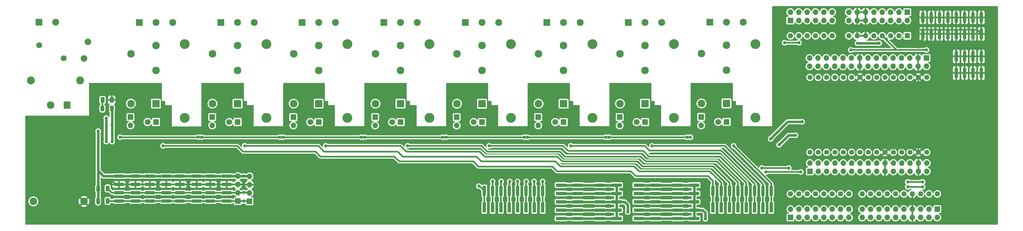
<source format=gbr>
%TF.GenerationSoftware,KiCad,Pcbnew,(6.0.11)*%
%TF.CreationDate,2023-05-25T03:36:54+07:00*%
%TF.ProjectId,RELAY_SHEILD_V2,52454c41-595f-4534-9845-494c445f5632,rev?*%
%TF.SameCoordinates,Original*%
%TF.FileFunction,Copper,L1,Top*%
%TF.FilePolarity,Positive*%
%FSLAX46Y46*%
G04 Gerber Fmt 4.6, Leading zero omitted, Abs format (unit mm)*
G04 Created by KiCad (PCBNEW (6.0.11)) date 2023-05-25 03:36:54*
%MOMM*%
%LPD*%
G01*
G04 APERTURE LIST*
G04 Aperture macros list*
%AMRoundRect*
0 Rectangle with rounded corners*
0 $1 Rounding radius*
0 $2 $3 $4 $5 $6 $7 $8 $9 X,Y pos of 4 corners*
0 Add a 4 corners polygon primitive as box body*
4,1,4,$2,$3,$4,$5,$6,$7,$8,$9,$2,$3,0*
0 Add four circle primitives for the rounded corners*
1,1,$1+$1,$2,$3*
1,1,$1+$1,$4,$5*
1,1,$1+$1,$6,$7*
1,1,$1+$1,$8,$9*
0 Add four rect primitives between the rounded corners*
20,1,$1+$1,$2,$3,$4,$5,0*
20,1,$1+$1,$4,$5,$6,$7,0*
20,1,$1+$1,$6,$7,$8,$9,0*
20,1,$1+$1,$8,$9,$2,$3,0*%
G04 Aperture macros list end*
%TA.AperFunction,ComponentPad*%
%ADD10R,2.300000X2.300000*%
%TD*%
%TA.AperFunction,ComponentPad*%
%ADD11C,2.300000*%
%TD*%
%TA.AperFunction,ComponentPad*%
%ADD12R,1.700000X1.700000*%
%TD*%
%TA.AperFunction,ComponentPad*%
%ADD13O,1.700000X1.700000*%
%TD*%
%TA.AperFunction,ComponentPad*%
%ADD14C,1.524000*%
%TD*%
%TA.AperFunction,ComponentPad*%
%ADD15R,1.800000X1.800000*%
%TD*%
%TA.AperFunction,ComponentPad*%
%ADD16C,1.800000*%
%TD*%
%TA.AperFunction,ComponentPad*%
%ADD17C,3.000000*%
%TD*%
%TA.AperFunction,SMDPad,CuDef*%
%ADD18R,3.150000X1.000000*%
%TD*%
%TA.AperFunction,ComponentPad*%
%ADD19R,2.100000X2.100000*%
%TD*%
%TA.AperFunction,ComponentPad*%
%ADD20C,2.100000*%
%TD*%
%TA.AperFunction,SMDPad,CuDef*%
%ADD21RoundRect,0.250000X0.312500X0.625000X-0.312500X0.625000X-0.312500X-0.625000X0.312500X-0.625000X0*%
%TD*%
%TA.AperFunction,ComponentPad*%
%ADD22C,2.010000*%
%TD*%
%TA.AperFunction,SMDPad,CuDef*%
%ADD23R,1.000000X3.150000*%
%TD*%
%TA.AperFunction,ComponentPad*%
%ADD24R,2.000000X2.300000*%
%TD*%
%TA.AperFunction,SMDPad,CuDef*%
%ADD25R,3.000000X1.000000*%
%TD*%
%TA.AperFunction,SMDPad,CuDef*%
%ADD26RoundRect,0.250000X-0.312500X-0.625000X0.312500X-0.625000X0.312500X0.625000X-0.312500X0.625000X0*%
%TD*%
%TA.AperFunction,ComponentPad*%
%ADD27C,2.400000*%
%TD*%
%TA.AperFunction,SMDPad,CuDef*%
%ADD28RoundRect,0.250000X0.375000X0.625000X-0.375000X0.625000X-0.375000X-0.625000X0.375000X-0.625000X0*%
%TD*%
%TA.AperFunction,ComponentPad*%
%ADD29R,1.600000X1.600000*%
%TD*%
%TA.AperFunction,ComponentPad*%
%ADD30O,1.600000X1.600000*%
%TD*%
%TA.AperFunction,ViaPad*%
%ADD31C,1.000000*%
%TD*%
%TA.AperFunction,Conductor*%
%ADD32C,0.500000*%
%TD*%
%TA.AperFunction,Conductor*%
%ADD33C,0.800000*%
%TD*%
G04 APERTURE END LIST*
D10*
%TO.P,K4,1*%
%TO.N,Net-(D8-Pad1)*%
X134357500Y-50845000D03*
D11*
%TO.P,K4,2*%
%TO.N,Net-(F7-Pad1)*%
X134357500Y-40685000D03*
%TO.P,K4,3*%
%TO.N,Net-(J29-Pad2)*%
X134357500Y-33065000D03*
%TO.P,K4,4*%
%TO.N,Net-(J29-Pad1)*%
X126737500Y-35605000D03*
%TO.P,K4,5*%
%TO.N,/RELAY_POWER*%
X126737500Y-50845000D03*
%TD*%
D12*
%TO.P,J18,1,Pin_1*%
%TO.N,/D0*%
X253077500Y-85600000D03*
D13*
%TO.P,J18,2,Pin_2*%
X253077500Y-83060000D03*
%TO.P,J18,3,Pin_3*%
%TO.N,/D1*%
X255617500Y-85600000D03*
%TO.P,J18,4,Pin_4*%
X255617500Y-83060000D03*
%TO.P,J18,5,Pin_5*%
%TO.N,/D2*%
X258157500Y-85600000D03*
%TO.P,J18,6,Pin_6*%
X258157500Y-83060000D03*
%TO.P,J18,7,Pin_7*%
%TO.N,/D3*%
X260697500Y-85600000D03*
%TO.P,J18,8,Pin_8*%
X260697500Y-83060000D03*
%TO.P,J18,9,Pin_9*%
%TO.N,/D4*%
X263237500Y-85600000D03*
%TO.P,J18,10,Pin_10*%
X263237500Y-83060000D03*
%TO.P,J18,11,Pin_11*%
%TO.N,/D5*%
X265777500Y-85600000D03*
%TO.P,J18,12,Pin_12*%
X265777500Y-83060000D03*
%TO.P,J18,13,Pin_13*%
%TO.N,/D6*%
X268317500Y-85600000D03*
%TO.P,J18,14,Pin_14*%
X268317500Y-83060000D03*
%TO.P,J18,15,Pin_15*%
%TO.N,/D7*%
X270857500Y-85600000D03*
%TO.P,J18,16,Pin_16*%
X270857500Y-83060000D03*
%TD*%
D14*
%TO.P,U3,1,A0*%
%TO.N,/ESP1*%
X258957500Y-65690000D03*
%TO.P,U3,2,res*%
%TO.N,/ESP2*%
X261497500Y-65690000D03*
%TO.P,U3,3,res*%
%TO.N,/ESP3*%
X264037500Y-65690000D03*
%TO.P,U3,4,SDD3/GPIO10*%
%TO.N,/ESP4*%
X266577500Y-65690000D03*
%TO.P,U3,5,SDD2/GPIO9*%
%TO.N,/ESP5*%
X269117500Y-65690000D03*
%TO.P,U3,6,SDD1/GPIO8/MOSI*%
%TO.N,/ESP6*%
X271657500Y-65690000D03*
%TO.P,U3,7,SDCMD/GPIO11/CS*%
%TO.N,/ESP7*%
X274197500Y-65690000D03*
%TO.P,U3,8,SDD0/GPIO7/MISO*%
%TO.N,/ESP8*%
X276737500Y-65690000D03*
%TO.P,U3,9,SCLK/GPIO6*%
%TO.N,/ESP9*%
X279277500Y-65690000D03*
%TO.P,U3,10,GND*%
%TO.N,GND*%
X281817500Y-65690000D03*
%TO.P,U3,11,3V3*%
%TO.N,/3V3*%
X284357500Y-65690000D03*
%TO.P,U3,12,EN*%
%TO.N,/ESP12*%
X286897500Y-65690000D03*
%TO.P,U3,13,RST*%
%TO.N,/ESP13*%
X289437500Y-65690000D03*
%TO.P,U3,14,GND*%
%TO.N,GND*%
X291977500Y-65690000D03*
%TO.P,U3,15,+5V/Vin*%
%TO.N,+5V*%
X294517500Y-65690000D03*
%TO.P,U3,16,3V3*%
%TO.N,/3V3*%
X294517500Y-42830000D03*
%TO.P,U3,17,GND*%
%TO.N,GND*%
X291977500Y-42830000D03*
%TO.P,U3,18,TXD0/GPIO1*%
%TO.N,/ESP18*%
X289437500Y-42830000D03*
%TO.P,U3,19,RXD0/GPIO3*%
%TO.N,/ESP19*%
X286897500Y-42830000D03*
%TO.P,U3,20,TXD2/CS/GPIO15/D8*%
%TO.N,/ESP20*%
X284357500Y-42830000D03*
%TO.P,U3,21,RXD2/MOSI/GPIO13/D7*%
%TO.N,/ESP21*%
X281817500Y-42830000D03*
%TO.P,U3,22,MISO/GPIO14/D6*%
%TO.N,/ESP22*%
X279277500Y-42830000D03*
%TO.P,U3,23,SCLK/GPIO14/D5*%
%TO.N,/ESP23*%
X276737500Y-42830000D03*
%TO.P,U3,24,GND*%
%TO.N,GND*%
X274197500Y-42830000D03*
%TO.P,U3,25,3V3*%
%TO.N,/3V3*%
X271657500Y-42830000D03*
%TO.P,U3,26,TXD1/GPIO2/D4*%
%TO.N,/ESP26*%
X269117500Y-42830000D03*
%TO.P,U3,27,FLASH/GPIO0/D3*%
%TO.N,/ESP27*%
X266577500Y-42830000D03*
%TO.P,U3,28,SDA/GPIO4/D2*%
%TO.N,/ESP28*%
X264037500Y-42830000D03*
%TO.P,U3,29,SCL/GPIO5/D1*%
%TO.N,/ESP29*%
X261497500Y-42830000D03*
%TO.P,U3,30,WAKE/GPIO16/D0*%
%TO.N,/ESP30*%
X258957500Y-42830000D03*
%TD*%
D15*
%TO.P,D14,1,K*%
%TO.N,Net-(D14-Pad1)*%
X208797500Y-56480000D03*
D16*
%TO.P,D14,2,A*%
%TO.N,Net-(D14-Pad2)*%
X206257500Y-56480000D03*
%TD*%
D17*
%TO.P,F10,1*%
%TO.N,Net-(F10-Pad1)*%
X217562500Y-55195000D03*
%TO.P,F10,2*%
%TO.N,Net-(F10-Pad2)*%
X217562500Y-32695000D03*
%TD*%
D12*
%TO.P,J22,1,Pin_1*%
%TO.N,/RELAY_POWER*%
X52167500Y-54946000D03*
D13*
%TO.P,J22,2,Pin_2*%
%TO.N,DC+ _1*%
X52167500Y-57486000D03*
%TD*%
D15*
%TO.P,D8,1,K*%
%TO.N,Net-(D8-Pad1)*%
X134367500Y-56480000D03*
D16*
%TO.P,D8,2,A*%
%TO.N,Net-(D8-Pad2)*%
X131827500Y-56480000D03*
%TD*%
D18*
%TO.P,J10,1,Pin_1*%
%TO.N,+9V*%
X218675000Y-75720000D03*
%TO.P,J10,2,Pin_2*%
X223725000Y-75720000D03*
%TO.P,J10,3,Pin_3*%
X218675000Y-78260000D03*
%TO.P,J10,4,Pin_4*%
X223725000Y-78260000D03*
%TO.P,J10,5,Pin_5*%
X218675000Y-80800000D03*
%TO.P,J10,6,Pin_6*%
X223725000Y-80800000D03*
%TO.P,J10,7,Pin_7*%
X218675000Y-83340000D03*
%TO.P,J10,8,Pin_8*%
X223725000Y-83340000D03*
%TO.P,J10,9,Pin_9*%
X218675000Y-85880000D03*
%TO.P,J10,10,Pin_10*%
X223725000Y-85880000D03*
%TD*%
D17*
%TO.P,F7,1*%
%TO.N,Net-(F7-Pad1)*%
X143132500Y-55195000D03*
%TO.P,F7,2*%
%TO.N,Net-(F7-Pad2)*%
X143132500Y-32695000D03*
%TD*%
%TO.P,F5,1*%
%TO.N,Net-(F5-Pad1)*%
X93532500Y-55181000D03*
%TO.P,F5,2*%
%TO.N,Net-(F5-Pad2)*%
X93532500Y-32681000D03*
%TD*%
D10*
%TO.P,K7,1*%
%TO.N,Net-(D14-Pad1)*%
X208787500Y-50845000D03*
D11*
%TO.P,K7,2*%
%TO.N,Net-(F10-Pad1)*%
X208787500Y-40685000D03*
%TO.P,K7,3*%
%TO.N,Net-(J35-Pad2)*%
X208787500Y-33065000D03*
%TO.P,K7,4*%
%TO.N,Net-(J35-Pad1)*%
X201167500Y-35605000D03*
%TO.P,K7,5*%
%TO.N,/RELAY_POWER*%
X201167500Y-50845000D03*
%TD*%
D15*
%TO.P,D16,1,K*%
%TO.N,Net-(D16-Pad1)*%
X183997500Y-56480000D03*
D16*
%TO.P,D16,2,A*%
%TO.N,Net-(D16-Pad2)*%
X181457500Y-56480000D03*
%TD*%
D10*
%TO.P,K6,1*%
%TO.N,Net-(D12-Pad1)*%
X233587500Y-50783125D03*
D11*
%TO.P,K6,2*%
%TO.N,Net-(F9-Pad1)*%
X233587500Y-40623125D03*
%TO.P,K6,3*%
%TO.N,Net-(J33-Pad2)*%
X233587500Y-33003125D03*
%TO.P,K6,4*%
%TO.N,Net-(J33-Pad1)*%
X225967500Y-35543125D03*
%TO.P,K6,5*%
%TO.N,/RELAY_POWER*%
X225967500Y-50783125D03*
%TD*%
D19*
%TO.P,J13,1,Pin_1*%
%TO.N,Net-(C3-Pad2)*%
X24305000Y-25950000D03*
D20*
%TO.P,J13,2,Pin_2*%
%TO.N,Net-(F1-Pad1)*%
X29385000Y-25950000D03*
%TD*%
D18*
%TO.P,J8,1,Pin_1*%
%TO.N,+5V*%
X195075000Y-75720000D03*
%TO.P,J8,2,Pin_2*%
X200125000Y-75720000D03*
%TO.P,J8,3,Pin_3*%
X195075000Y-78260000D03*
%TO.P,J8,4,Pin_4*%
X200125000Y-78260000D03*
%TO.P,J8,5,Pin_5*%
X195075000Y-80800000D03*
%TO.P,J8,6,Pin_6*%
X200125000Y-80800000D03*
%TO.P,J8,7,Pin_7*%
X195075000Y-83340000D03*
%TO.P,J8,8,Pin_8*%
X200125000Y-83340000D03*
%TO.P,J8,9,Pin_9*%
X195075000Y-85880000D03*
%TO.P,J8,10,Pin_10*%
X200125000Y-85880000D03*
%TD*%
D17*
%TO.P,F9,1*%
%TO.N,Net-(F9-Pad1)*%
X242362500Y-55133125D03*
%TO.P,F9,2*%
%TO.N,Net-(F9-Pad2)*%
X242362500Y-32633125D03*
%TD*%
D12*
%TO.P,J21,1,Pin_1*%
%TO.N,/3V3*%
X294417500Y-36920000D03*
D13*
%TO.P,J21,2,Pin_2*%
X294417500Y-39460000D03*
%TO.P,J21,3,Pin_3*%
%TO.N,GND*%
X291877500Y-36920000D03*
%TO.P,J21,4,Pin_4*%
X291877500Y-39460000D03*
%TO.P,J21,5,Pin_5*%
%TO.N,/ESP18*%
X289337500Y-36920000D03*
%TO.P,J21,6,Pin_6*%
X289337500Y-39460000D03*
%TO.P,J21,7,Pin_7*%
%TO.N,/ESP19*%
X286797500Y-36920000D03*
%TO.P,J21,8,Pin_8*%
X286797500Y-39460000D03*
%TO.P,J21,9,Pin_9*%
%TO.N,/ESP20*%
X284257500Y-36920000D03*
%TO.P,J21,10,Pin_10*%
X284257500Y-39460000D03*
%TO.P,J21,11,Pin_11*%
%TO.N,/ESP21*%
X281717500Y-36920000D03*
%TO.P,J21,12,Pin_12*%
X281717500Y-39460000D03*
%TO.P,J21,13,Pin_13*%
%TO.N,/ESP22*%
X279177500Y-36920000D03*
%TO.P,J21,14,Pin_14*%
X279177500Y-39460000D03*
%TO.P,J21,15,Pin_15*%
%TO.N,/ESP23*%
X276637500Y-36920000D03*
%TO.P,J21,16,Pin_16*%
X276637500Y-39460000D03*
%TO.P,J21,17,Pin_17*%
%TO.N,GND*%
X274097500Y-36920000D03*
%TO.P,J21,18,Pin_18*%
X274097500Y-39460000D03*
%TO.P,J21,19,Pin_19*%
%TO.N,/3V3*%
X271557500Y-36920000D03*
%TO.P,J21,20,Pin_20*%
X271557500Y-39460000D03*
%TO.P,J21,21,Pin_21*%
%TO.N,/ESP26*%
X269017500Y-36920000D03*
%TO.P,J21,22,Pin_22*%
X269017500Y-39460000D03*
%TO.P,J21,23,Pin_23*%
%TO.N,/ESP27*%
X266477500Y-36920000D03*
%TO.P,J21,24,Pin_24*%
X266477500Y-39460000D03*
%TO.P,J21,25,Pin_25*%
%TO.N,/ESP28*%
X263937500Y-36920000D03*
%TO.P,J21,26,Pin_26*%
X263937500Y-39460000D03*
%TO.P,J21,27,Pin_27*%
%TO.N,/ESP29*%
X261397500Y-36920000D03*
%TO.P,J21,28,Pin_28*%
X261397500Y-39460000D03*
%TO.P,J21,29,Pin_29*%
%TO.N,/ESP30*%
X258857500Y-36920000D03*
%TO.P,J21,30,Pin_30*%
X258857500Y-39460000D03*
%TD*%
D12*
%TO.P,J28,1,Pin_1*%
%TO.N,/RELAY_POWER*%
X126632500Y-54960000D03*
D13*
%TO.P,J28,2,Pin_2*%
%TO.N,DC+ _4*%
X126632500Y-57500000D03*
%TD*%
D21*
%TO.P,R3,1*%
%TO.N,+5V*%
X46500000Y-52320000D03*
%TO.P,R3,2*%
%TO.N,Net-(D1-Pad2)*%
X43575000Y-52320000D03*
%TD*%
D12*
%TO.P,J34,1,Pin_1*%
%TO.N,/RELAY_POWER*%
X201062500Y-54960000D03*
D13*
%TO.P,J34,2,Pin_2*%
%TO.N,DC+ _7*%
X201062500Y-57500000D03*
%TD*%
D10*
%TO.P,K1,1*%
%TO.N,Net-(D2-Pad1)*%
X59892500Y-50831000D03*
D11*
%TO.P,K1,2*%
%TO.N,Net-(F4-Pad1)*%
X59892500Y-40671000D03*
%TO.P,K1,3*%
%TO.N,Net-(J23-Pad2)*%
X59892500Y-33051000D03*
%TO.P,K1,4*%
%TO.N,Net-(J23-Pad1)*%
X52272500Y-35591000D03*
%TO.P,K1,5*%
%TO.N,/RELAY_POWER*%
X52272500Y-50831000D03*
%TD*%
D12*
%TO.P,J32,1,Pin_1*%
%TO.N,/RELAY_POWER*%
X225862500Y-54898125D03*
D13*
%TO.P,J32,2,Pin_2*%
%TO.N,DC+ _8*%
X225862500Y-57438125D03*
%TD*%
D10*
%TO.P,K3,1*%
%TO.N,Net-(D6-Pad1)*%
X109442500Y-50845000D03*
D11*
%TO.P,K3,2*%
%TO.N,Net-(F6-Pad1)*%
X109442500Y-40685000D03*
%TO.P,K3,3*%
%TO.N,Net-(J27-Pad2)*%
X109442500Y-33065000D03*
%TO.P,K3,4*%
%TO.N,Net-(J27-Pad1)*%
X101822500Y-35605000D03*
%TO.P,K3,5*%
%TO.N,/RELAY_POWER*%
X101822500Y-50845000D03*
%TD*%
D12*
%TO.P,J36,1,Pin_1*%
%TO.N,/RELAY_POWER*%
X176262500Y-54960000D03*
D13*
%TO.P,J36,2,Pin_2*%
%TO.N,DC+ _6*%
X176262500Y-57500000D03*
%TD*%
D22*
%TO.P,F2,1*%
%TO.N,Net-(F1-Pad2)*%
X39200000Y-31975000D03*
%TO.P,F2,2*%
%TO.N,Net-(C3-Pad1)*%
X38000000Y-37075000D03*
%TD*%
D19*
%TO.P,J29,1,Pin_1*%
%TO.N,Net-(J29-Pad1)*%
X129297500Y-26040000D03*
D20*
%TO.P,J29,2,Pin_2*%
%TO.N,Net-(J29-Pad2)*%
X134377500Y-26040000D03*
%TO.P,J29,3,Pin_3*%
%TO.N,Net-(F7-Pad2)*%
X139457500Y-26040000D03*
%TD*%
D23*
%TO.P,J16,1,Pin_1*%
%TO.N,GND*%
X311130000Y-24500000D03*
%TO.P,J16,2,Pin_2*%
X311130000Y-29550000D03*
%TO.P,J16,3,Pin_3*%
X308590000Y-24500000D03*
%TO.P,J16,4,Pin_4*%
X308590000Y-29550000D03*
%TO.P,J16,5,Pin_5*%
X306050000Y-24500000D03*
%TO.P,J16,6,Pin_6*%
X306050000Y-29550000D03*
%TO.P,J16,7,Pin_7*%
X303510000Y-24500000D03*
%TO.P,J16,8,Pin_8*%
X303510000Y-29550000D03*
%TO.P,J16,9,Pin_9*%
X300970000Y-24500000D03*
%TO.P,J16,10,Pin_10*%
X300970000Y-29550000D03*
%TO.P,J16,11,Pin_11*%
X298430000Y-24500000D03*
%TO.P,J16,12,Pin_12*%
X298430000Y-29550000D03*
%TO.P,J16,13,Pin_13*%
X295890000Y-24500000D03*
%TO.P,J16,14,Pin_14*%
X295890000Y-29550000D03*
%TO.P,J16,15,Pin_15*%
X293350000Y-24500000D03*
%TO.P,J16,16,Pin_16*%
X293350000Y-29550000D03*
%TD*%
D17*
%TO.P,F6,1*%
%TO.N,Net-(F6-Pad1)*%
X118217500Y-55195000D03*
%TO.P,F6,2*%
%TO.N,Net-(F6-Pad2)*%
X118217500Y-32695000D03*
%TD*%
D16*
%TO.P,RV1,1*%
%TO.N,Net-(C3-Pad1)*%
X31850000Y-37025000D03*
%TO.P,RV1,2*%
%TO.N,Net-(C3-Pad2)*%
X24350000Y-33025000D03*
%TD*%
D10*
%TO.P,K8,1*%
%TO.N,Net-(D16-Pad1)*%
X183987500Y-50845000D03*
D11*
%TO.P,K8,2*%
%TO.N,Net-(F11-Pad1)*%
X183987500Y-40685000D03*
%TO.P,K8,3*%
%TO.N,Net-(J37-Pad2)*%
X183987500Y-33065000D03*
%TO.P,K8,4*%
%TO.N,Net-(J37-Pad1)*%
X176367500Y-35605000D03*
%TO.P,K8,5*%
%TO.N,/RELAY_POWER*%
X176367500Y-50845000D03*
%TD*%
D16*
%TO.P,D6,2,A*%
%TO.N,Net-(D6-Pad2)*%
X106912500Y-56480000D03*
D15*
%TO.P,D6,1,K*%
%TO.N,Net-(D6-Pad1)*%
X109452500Y-56480000D03*
%TD*%
D17*
%TO.P,F8,1*%
%TO.N,Net-(F8-Pad1)*%
X167942500Y-55205000D03*
%TO.P,F8,2*%
%TO.N,Net-(F8-Pad2)*%
X167942500Y-32705000D03*
%TD*%
D16*
%TO.P,D4,2,A*%
%TO.N,Net-(D4-Pad2)*%
X82227500Y-56466000D03*
D15*
%TO.P,D4,1,K*%
%TO.N,Net-(D4-Pad1)*%
X84767500Y-56466000D03*
%TD*%
D19*
%TO.P,J33,1,Pin_1*%
%TO.N,Net-(J33-Pad1)*%
X228527500Y-25978125D03*
D20*
%TO.P,J33,2,Pin_2*%
%TO.N,Net-(J33-Pad2)*%
X233607500Y-25978125D03*
%TO.P,J33,3,Pin_3*%
%TO.N,Net-(F9-Pad2)*%
X238687500Y-25978125D03*
%TD*%
D12*
%TO.P,J6,1,Pin_1*%
%TO.N,SCL*%
X88400000Y-80650000D03*
D13*
%TO.P,J6,2,Pin_2*%
%TO.N,SDA*%
X88400000Y-78110000D03*
%TO.P,J6,3,Pin_3*%
%TO.N,GND*%
X88400000Y-75570000D03*
%TO.P,J6,4,Pin_4*%
%TO.N,+5V*%
X88400000Y-73030000D03*
%TD*%
D12*
%TO.P,J30,1,Pin_1*%
%TO.N,/RELAY_POWER*%
X151442500Y-54970000D03*
D13*
%TO.P,J30,2,Pin_2*%
%TO.N,DC+ _5*%
X151442500Y-57510000D03*
%TD*%
D18*
%TO.P,J9,1,Pin_1*%
%TO.N,+9V*%
X206875000Y-75720000D03*
%TO.P,J9,2,Pin_2*%
X211925000Y-75720000D03*
%TO.P,J9,3,Pin_3*%
X206875000Y-78260000D03*
%TO.P,J9,4,Pin_4*%
X211925000Y-78260000D03*
%TO.P,J9,5,Pin_5*%
X206875000Y-80800000D03*
%TO.P,J9,6,Pin_6*%
X211925000Y-80800000D03*
%TO.P,J9,7,Pin_7*%
X206875000Y-83340000D03*
%TO.P,J9,8,Pin_8*%
X211925000Y-83340000D03*
%TO.P,J9,9,Pin_9*%
X206875000Y-85880000D03*
%TO.P,J9,10,Pin_10*%
X211925000Y-85880000D03*
%TD*%
D10*
%TO.P,K5,1*%
%TO.N,Net-(D10-Pad1)*%
X159167500Y-50855000D03*
D11*
%TO.P,K5,2*%
%TO.N,Net-(F8-Pad1)*%
X159167500Y-40695000D03*
%TO.P,K5,3*%
%TO.N,Net-(J31-Pad2)*%
X159167500Y-33075000D03*
%TO.P,K5,4*%
%TO.N,Net-(J31-Pad1)*%
X151547500Y-35615000D03*
%TO.P,K5,5*%
%TO.N,/RELAY_POWER*%
X151547500Y-50855000D03*
%TD*%
D12*
%TO.P,J17,1,Pin_1*%
%TO.N,SCL*%
X297737500Y-83060000D03*
D13*
%TO.P,J17,2,Pin_2*%
X297737500Y-85600000D03*
%TO.P,J17,3,Pin_3*%
%TO.N,SDA*%
X295197500Y-83060000D03*
%TO.P,J17,4,Pin_4*%
X295197500Y-85600000D03*
%TO.P,J17,5,Pin_5*%
%TO.N,/30*%
X292657500Y-83060000D03*
%TO.P,J17,6,Pin_6*%
X292657500Y-85600000D03*
%TO.P,J17,7,Pin_7*%
%TO.N,GND*%
X290117500Y-83060000D03*
%TO.P,J17,8,Pin_8*%
X290117500Y-85600000D03*
%TO.P,J17,9,Pin_9*%
%TO.N,/D13*%
X287577500Y-83060000D03*
%TO.P,J17,10,Pin_10*%
X287577500Y-85600000D03*
%TO.P,J17,11,Pin_11*%
%TO.N,/D12*%
X285037500Y-83060000D03*
%TO.P,J17,12,Pin_12*%
X285037500Y-85600000D03*
%TO.P,J17,13,Pin_13*%
%TO.N,/D11*%
X282497500Y-83060000D03*
%TO.P,J17,14,Pin_14*%
X282497500Y-85600000D03*
%TO.P,J17,15,Pin_15*%
%TO.N,/D10*%
X279957500Y-83060000D03*
%TO.P,J17,16,Pin_16*%
X279957500Y-85600000D03*
%TO.P,J17,17,Pin_17*%
%TO.N,/D9*%
X277417500Y-83060000D03*
%TO.P,J17,18,Pin_18*%
X277417500Y-85600000D03*
%TO.P,J17,19,Pin_19*%
%TO.N,/D8*%
X274877500Y-83060000D03*
%TO.P,J17,20,Pin_20*%
X274877500Y-85600000D03*
%TD*%
D23*
%TO.P,J11,1,Pin_1*%
%TO.N,DC+ _1*%
X159860000Y-82525000D03*
%TO.P,J11,2,Pin_2*%
X159860000Y-77475000D03*
%TO.P,J11,3,Pin_3*%
%TO.N,DC+ _2*%
X162400000Y-82525000D03*
%TO.P,J11,4,Pin_4*%
X162400000Y-77475000D03*
%TO.P,J11,5,Pin_5*%
%TO.N,DC+ _3*%
X164940000Y-82525000D03*
%TO.P,J11,6,Pin_6*%
X164940000Y-77475000D03*
%TO.P,J11,7,Pin_7*%
%TO.N,DC+ _4*%
X167480000Y-82525000D03*
%TO.P,J11,8,Pin_8*%
X167480000Y-77475000D03*
%TO.P,J11,9,Pin_9*%
%TO.N,DC+ _5*%
X170020000Y-82525000D03*
%TO.P,J11,10,Pin_10*%
X170020000Y-77475000D03*
%TO.P,J11,11,Pin_11*%
%TO.N,DC+ _6*%
X172560000Y-82525000D03*
%TO.P,J11,12,Pin_12*%
X172560000Y-77475000D03*
%TO.P,J11,13,Pin_13*%
%TO.N,DC+ _7*%
X175100000Y-82525000D03*
%TO.P,J11,14,Pin_14*%
X175100000Y-77475000D03*
%TO.P,J11,15,Pin_15*%
%TO.N,DC+ _8*%
X177640000Y-82525000D03*
%TO.P,J11,16,Pin_16*%
X177640000Y-77475000D03*
%TD*%
D24*
%TO.P,PS1,1,AC/L*%
%TO.N,Net-(C3-Pad1)*%
X32805000Y-51287500D03*
D11*
%TO.P,PS1,2,AC/N*%
%TO.N,Net-(C3-Pad2)*%
X27805000Y-51287500D03*
%TO.P,PS1,3,-Vout*%
%TO.N,GND*%
X38005000Y-80687500D03*
%TO.P,PS1,4,+Vout*%
%TO.N,Net-(F3-Pad1)*%
X22605000Y-80687500D03*
%TD*%
D25*
%TO.P,J3,1,Pin_1*%
%TO.N,+5V*%
X53680000Y-72940000D03*
%TO.P,J3,2,Pin_2*%
X48640000Y-72940000D03*
%TO.P,J3,3,Pin_3*%
%TO.N,GND*%
X53680000Y-75480000D03*
%TO.P,J3,4,Pin_4*%
X48640000Y-75480000D03*
%TO.P,J3,5,Pin_5*%
%TO.N,SDA*%
X53680000Y-78020000D03*
%TO.P,J3,6,Pin_6*%
X48640000Y-78020000D03*
%TO.P,J3,7,Pin_7*%
%TO.N,SCL*%
X53680000Y-80560000D03*
%TO.P,J3,8,Pin_8*%
X48640000Y-80560000D03*
%TD*%
D23*
%TO.P,J12,1,Pin_1*%
%TO.N,DC- _1*%
X229410000Y-82525000D03*
%TO.P,J12,2,Pin_2*%
X229410000Y-77475000D03*
%TO.P,J12,3,Pin_3*%
%TO.N,DC- _2*%
X231950000Y-82525000D03*
%TO.P,J12,4,Pin_4*%
X231950000Y-77475000D03*
%TO.P,J12,5,Pin_5*%
%TO.N,DC- _3*%
X234490000Y-82525000D03*
%TO.P,J12,6,Pin_6*%
X234490000Y-77475000D03*
%TO.P,J12,7,Pin_7*%
%TO.N,DC- _4*%
X237030000Y-82525000D03*
%TO.P,J12,8,Pin_8*%
X237030000Y-77475000D03*
%TO.P,J12,9,Pin_9*%
%TO.N,DC- _5*%
X239570000Y-82525000D03*
%TO.P,J12,10,Pin_10*%
X239570000Y-77475000D03*
%TO.P,J12,11,Pin_11*%
%TO.N,DC- _6*%
X242110000Y-82525000D03*
%TO.P,J12,12,Pin_12*%
X242110000Y-77475000D03*
%TO.P,J12,13,Pin_13*%
%TO.N,DC- _7*%
X244650000Y-82525000D03*
%TO.P,J12,14,Pin_14*%
X244650000Y-77475000D03*
%TO.P,J12,15,Pin_15*%
%TO.N,DC- _8*%
X247190000Y-82525000D03*
%TO.P,J12,16,Pin_16*%
X247190000Y-77475000D03*
%TD*%
D19*
%TO.P,J31,1,Pin_1*%
%TO.N,Net-(J31-Pad1)*%
X154107500Y-26050000D03*
D20*
%TO.P,J31,2,Pin_2*%
%TO.N,Net-(J31-Pad2)*%
X159187500Y-26050000D03*
%TO.P,J31,3,Pin_3*%
%TO.N,Net-(F8-Pad2)*%
X164267500Y-26050000D03*
%TD*%
D12*
%TO.P,J24,1,Pin_1*%
%TO.N,/RELAY_POWER*%
X77032500Y-54946000D03*
D13*
%TO.P,J24,2,Pin_2*%
%TO.N,DC+ _2*%
X77032500Y-57486000D03*
%TD*%
D10*
%TO.P,K2,1*%
%TO.N,Net-(D4-Pad1)*%
X84757500Y-50831000D03*
D11*
%TO.P,K2,2*%
%TO.N,Net-(F5-Pad1)*%
X84757500Y-40671000D03*
%TO.P,K2,3*%
%TO.N,Net-(J25-Pad2)*%
X84757500Y-33051000D03*
%TO.P,K2,4*%
%TO.N,Net-(J25-Pad1)*%
X77137500Y-35591000D03*
%TO.P,K2,5*%
%TO.N,/RELAY_POWER*%
X77137500Y-50831000D03*
%TD*%
D19*
%TO.P,J25,1,Pin_1*%
%TO.N,Net-(J25-Pad1)*%
X79697500Y-26026000D03*
D20*
%TO.P,J25,2,Pin_2*%
%TO.N,Net-(J25-Pad2)*%
X84777500Y-26026000D03*
%TO.P,J25,3,Pin_3*%
%TO.N,Net-(F5-Pad2)*%
X89857500Y-26026000D03*
%TD*%
D26*
%TO.P,R2,1*%
%TO.N,+5V*%
X42287500Y-80550000D03*
%TO.P,R2,2*%
%TO.N,SCL*%
X45212500Y-80550000D03*
%TD*%
D27*
%TO.P,C3,1*%
%TO.N,Net-(C3-Pad1)*%
X36850000Y-43775000D03*
%TO.P,C3,2*%
%TO.N,Net-(C3-Pad2)*%
X21850000Y-43775000D03*
%TD*%
D12*
%TO.P,J26,1,Pin_1*%
%TO.N,/RELAY_POWER*%
X101717500Y-54960000D03*
D13*
%TO.P,J26,2,Pin_2*%
%TO.N,DC+ _3*%
X101717500Y-57500000D03*
%TD*%
D19*
%TO.P,J23,1,Pin_1*%
%TO.N,Net-(J23-Pad1)*%
X54832500Y-26026000D03*
D20*
%TO.P,J23,2,Pin_2*%
%TO.N,Net-(J23-Pad2)*%
X59912500Y-26026000D03*
%TO.P,J23,3,Pin_3*%
%TO.N,Net-(F4-Pad2)*%
X64992500Y-26026000D03*
%TD*%
D19*
%TO.P,J37,1,Pin_1*%
%TO.N,Net-(J37-Pad1)*%
X178927500Y-26040000D03*
D20*
%TO.P,J37,2,Pin_2*%
%TO.N,Net-(J37-Pad2)*%
X184007500Y-26040000D03*
%TO.P,J37,3,Pin_3*%
%TO.N,Net-(F11-Pad2)*%
X189087500Y-26040000D03*
%TD*%
D17*
%TO.P,F11,1*%
%TO.N,Net-(F11-Pad1)*%
X192762500Y-55195000D03*
%TO.P,F11,2*%
%TO.N,Net-(F11-Pad2)*%
X192762500Y-32695000D03*
%TD*%
D28*
%TO.P,D1,1,K*%
%TO.N,GND*%
X46437500Y-49720000D03*
%TO.P,D1,2,A*%
%TO.N,Net-(D1-Pad2)*%
X43637500Y-49720000D03*
%TD*%
D18*
%TO.P,J7,1,Pin_1*%
%TO.N,+5V*%
X183225000Y-75720000D03*
%TO.P,J7,2,Pin_2*%
X188275000Y-75720000D03*
%TO.P,J7,3,Pin_3*%
X183225000Y-78260000D03*
%TO.P,J7,4,Pin_4*%
X188275000Y-78260000D03*
%TO.P,J7,5,Pin_5*%
X183225000Y-80800000D03*
%TO.P,J7,6,Pin_6*%
X188275000Y-80800000D03*
%TO.P,J7,7,Pin_7*%
X183225000Y-83340000D03*
%TO.P,J7,8,Pin_8*%
X188275000Y-83340000D03*
%TO.P,J7,9,Pin_9*%
X183225000Y-85880000D03*
%TO.P,J7,10,Pin_10*%
X188275000Y-85880000D03*
%TD*%
D15*
%TO.P,D2,1,K*%
%TO.N,Net-(D2-Pad1)*%
X59902500Y-56466000D03*
D16*
%TO.P,D2,2,A*%
%TO.N,Net-(D2-Pad2)*%
X57362500Y-56466000D03*
%TD*%
D25*
%TO.P,J2,1,Pin_1*%
%TO.N,+5V*%
X72270000Y-72940000D03*
%TO.P,J2,2,Pin_2*%
X67230000Y-72940000D03*
%TO.P,J2,3,Pin_3*%
%TO.N,GND*%
X72270000Y-75480000D03*
%TO.P,J2,4,Pin_4*%
X67230000Y-75480000D03*
%TO.P,J2,5,Pin_5*%
%TO.N,SDA*%
X72270000Y-78020000D03*
%TO.P,J2,6,Pin_6*%
X67230000Y-78020000D03*
%TO.P,J2,7,Pin_7*%
%TO.N,SCL*%
X72270000Y-80560000D03*
%TO.P,J2,8,Pin_8*%
X67230000Y-80560000D03*
%TD*%
%TO.P,J5,1,Pin_1*%
%TO.N,+5V*%
X63070000Y-72940000D03*
%TO.P,J5,2,Pin_2*%
X58030000Y-72940000D03*
%TO.P,J5,3,Pin_3*%
%TO.N,GND*%
X63070000Y-75480000D03*
%TO.P,J5,4,Pin_4*%
X58030000Y-75480000D03*
%TO.P,J5,5,Pin_5*%
%TO.N,SDA*%
X63070000Y-78020000D03*
%TO.P,J5,6,Pin_6*%
X58030000Y-78020000D03*
%TO.P,J5,7,Pin_7*%
%TO.N,SCL*%
X63070000Y-80560000D03*
%TO.P,J5,8,Pin_8*%
X58030000Y-80560000D03*
%TD*%
%TO.P,J4,1,Pin_1*%
%TO.N,+5V*%
X81470000Y-72940000D03*
%TO.P,J4,2,Pin_2*%
X76430000Y-72940000D03*
%TO.P,J4,3,Pin_3*%
%TO.N,GND*%
X81470000Y-75480000D03*
%TO.P,J4,4,Pin_4*%
X76430000Y-75480000D03*
%TO.P,J4,5,Pin_5*%
%TO.N,SDA*%
X81470000Y-78020000D03*
%TO.P,J4,6,Pin_6*%
X76430000Y-78020000D03*
%TO.P,J4,7,Pin_7*%
%TO.N,SCL*%
X81470000Y-80560000D03*
%TO.P,J4,8,Pin_8*%
X76430000Y-80560000D03*
%TD*%
D12*
%TO.P,J15,1,Pin_1*%
%TO.N,SCL*%
X253017500Y-25460000D03*
D13*
%TO.P,J15,2,Pin_2*%
X253017500Y-22920000D03*
%TO.P,J15,3,Pin_3*%
%TO.N,SDA*%
X255557500Y-25460000D03*
%TO.P,J15,4,Pin_4*%
X255557500Y-22920000D03*
%TO.P,J15,5,Pin_5*%
%TO.N,/A3*%
X258097500Y-25460000D03*
%TO.P,J15,6,Pin_6*%
X258097500Y-22920000D03*
%TO.P,J15,7,Pin_7*%
%TO.N,/A2*%
X260637500Y-25460000D03*
%TO.P,J15,8,Pin_8*%
X260637500Y-22920000D03*
%TO.P,J15,9,Pin_9*%
%TO.N,/A1*%
X263177500Y-25460000D03*
%TO.P,J15,10,Pin_10*%
X263177500Y-22920000D03*
%TO.P,J15,11,Pin_11*%
%TO.N,/A0*%
X265717500Y-25460000D03*
%TO.P,J15,12,Pin_12*%
X265717500Y-22920000D03*
%TD*%
D15*
%TO.P,D10,1,K*%
%TO.N,Net-(D10-Pad1)*%
X159177500Y-56490000D03*
D16*
%TO.P,D10,2,A*%
%TO.N,Net-(D10-Pad2)*%
X156637500Y-56490000D03*
%TD*%
D26*
%TO.P,R1,1*%
%TO.N,+5V*%
X42287500Y-76750000D03*
%TO.P,R1,2*%
%TO.N,SDA*%
X45212500Y-76750000D03*
%TD*%
D19*
%TO.P,J27,1,Pin_1*%
%TO.N,Net-(J27-Pad1)*%
X104382500Y-26040000D03*
D20*
%TO.P,J27,2,Pin_2*%
%TO.N,Net-(J27-Pad2)*%
X109462500Y-26040000D03*
%TO.P,J27,3,Pin_3*%
%TO.N,Net-(F6-Pad2)*%
X114542500Y-26040000D03*
%TD*%
D15*
%TO.P,D12,1,K*%
%TO.N,Net-(D12-Pad1)*%
X233597500Y-56418125D03*
D16*
%TO.P,D12,2,A*%
%TO.N,Net-(D12-Pad2)*%
X231057500Y-56418125D03*
%TD*%
D19*
%TO.P,J35,1,Pin_1*%
%TO.N,Net-(J35-Pad1)*%
X203727500Y-26040000D03*
D20*
%TO.P,J35,2,Pin_2*%
%TO.N,Net-(J35-Pad2)*%
X208807500Y-26040000D03*
%TO.P,J35,3,Pin_3*%
%TO.N,Net-(F10-Pad2)*%
X213887500Y-26040000D03*
%TD*%
D12*
%TO.P,J19,1,Pin_1*%
%TO.N,unconnected-(J19-Pad1)*%
X288597500Y-22920000D03*
D13*
%TO.P,J19,2,Pin_2*%
%TO.N,unconnected-(J19-Pad2)*%
X288597500Y-25460000D03*
%TO.P,J19,3,Pin_3*%
%TO.N,/IOREF*%
X286057500Y-22920000D03*
%TO.P,J19,4,Pin_4*%
X286057500Y-25460000D03*
%TO.P,J19,5,Pin_5*%
%TO.N,/RST*%
X283517500Y-22920000D03*
%TO.P,J19,6,Pin_6*%
X283517500Y-25460000D03*
%TO.P,J19,7,Pin_7*%
%TO.N,/3V3*%
X280977500Y-22920000D03*
%TO.P,J19,8,Pin_8*%
X280977500Y-25460000D03*
%TO.P,J19,9,Pin_9*%
%TO.N,+5V*%
X278437500Y-22920000D03*
%TO.P,J19,10,Pin_10*%
X278437500Y-25460000D03*
%TO.P,J19,11,Pin_11*%
%TO.N,GND*%
X275897500Y-22920000D03*
%TO.P,J19,12,Pin_12*%
X275897500Y-25460000D03*
%TO.P,J19,13,Pin_13*%
X273357500Y-22920000D03*
%TO.P,J19,14,Pin_14*%
X273357500Y-25460000D03*
%TO.P,J19,15,Pin_15*%
%TO.N,+9V*%
X270817500Y-22920000D03*
%TO.P,J19,16,Pin_16*%
X270817500Y-25460000D03*
%TD*%
D17*
%TO.P,F4,1*%
%TO.N,Net-(F4-Pad1)*%
X68667500Y-55181000D03*
%TO.P,F4,2*%
%TO.N,Net-(F4-Pad2)*%
X68667500Y-32681000D03*
%TD*%
D23*
%TO.P,J14,1,Pin_1*%
%TO.N,GND*%
X303540000Y-41475000D03*
%TO.P,J14,2,Pin_2*%
X303540000Y-36425000D03*
%TO.P,J14,3,Pin_3*%
X306080000Y-41475000D03*
%TO.P,J14,4,Pin_4*%
X306080000Y-36425000D03*
%TO.P,J14,5,Pin_5*%
X308620000Y-41475000D03*
%TO.P,J14,6,Pin_6*%
X308620000Y-36425000D03*
%TO.P,J14,7,Pin_7*%
X311160000Y-41475000D03*
%TO.P,J14,8,Pin_8*%
X311160000Y-36425000D03*
%TD*%
D12*
%TO.P,J20,1,Pin_1*%
%TO.N,/ESP1*%
X258962500Y-71535000D03*
D13*
%TO.P,J20,2,Pin_2*%
X258962500Y-68995000D03*
%TO.P,J20,3,Pin_3*%
%TO.N,/ESP2*%
X261502500Y-71535000D03*
%TO.P,J20,4,Pin_4*%
X261502500Y-68995000D03*
%TO.P,J20,5,Pin_5*%
%TO.N,/ESP3*%
X264042500Y-71535000D03*
%TO.P,J20,6,Pin_6*%
X264042500Y-68995000D03*
%TO.P,J20,7,Pin_7*%
%TO.N,/ESP4*%
X266582500Y-71535000D03*
%TO.P,J20,8,Pin_8*%
X266582500Y-68995000D03*
%TO.P,J20,9,Pin_9*%
%TO.N,/ESP5*%
X269122500Y-71535000D03*
%TO.P,J20,10,Pin_10*%
X269122500Y-68995000D03*
%TO.P,J20,11,Pin_11*%
%TO.N,/ESP6*%
X271662500Y-71535000D03*
%TO.P,J20,12,Pin_12*%
X271662500Y-68995000D03*
%TO.P,J20,13,Pin_13*%
%TO.N,/ESP7*%
X274202500Y-71535000D03*
%TO.P,J20,14,Pin_14*%
X274202500Y-68995000D03*
%TO.P,J20,15,Pin_15*%
%TO.N,/ESP8*%
X276742500Y-71535000D03*
%TO.P,J20,16,Pin_16*%
X276742500Y-68995000D03*
%TO.P,J20,17,Pin_17*%
%TO.N,/ESP9*%
X279282500Y-71535000D03*
%TO.P,J20,18,Pin_18*%
X279282500Y-68995000D03*
%TO.P,J20,19,Pin_19*%
%TO.N,GND*%
X281822500Y-71535000D03*
%TO.P,J20,20,Pin_20*%
X281822500Y-68995000D03*
%TO.P,J20,21,Pin_21*%
%TO.N,/3V3*%
X284362500Y-71535000D03*
%TO.P,J20,22,Pin_22*%
X284362500Y-68995000D03*
%TO.P,J20,23,Pin_23*%
%TO.N,/ESP12*%
X286902500Y-71535000D03*
%TO.P,J20,24,Pin_24*%
X286902500Y-68995000D03*
%TO.P,J20,25,Pin_25*%
%TO.N,/ESP13*%
X289442500Y-71535000D03*
%TO.P,J20,26,Pin_26*%
X289442500Y-68995000D03*
%TO.P,J20,27,Pin_27*%
%TO.N,GND*%
X291982500Y-71535000D03*
%TO.P,J20,28,Pin_28*%
X291982500Y-68995000D03*
%TO.P,J20,29,Pin_29*%
%TO.N,+5V*%
X294522500Y-71535000D03*
%TO.P,J20,30,Pin_30*%
X294522500Y-68995000D03*
%TD*%
D12*
%TO.P,J1,1,Pin_1*%
%TO.N,SCL*%
X84850000Y-80600000D03*
D13*
%TO.P,J1,2,Pin_2*%
%TO.N,SDA*%
X84850000Y-78060000D03*
%TO.P,J1,3,Pin_3*%
%TO.N,GND*%
X84850000Y-75520000D03*
%TO.P,J1,4,Pin_4*%
%TO.N,+5V*%
X84850000Y-72980000D03*
%TD*%
D29*
%TO.P,A1,1,NC*%
%TO.N,unconnected-(A1-Pad1)*%
X288612500Y-30130000D03*
D30*
%TO.P,A1,2,IOREF*%
%TO.N,/IOREF*%
X286072500Y-30130000D03*
%TO.P,A1,3,~{RESET}*%
%TO.N,/RST*%
X283532500Y-30130000D03*
%TO.P,A1,4,3V3*%
%TO.N,/3V3*%
X280992500Y-30130000D03*
%TO.P,A1,5,+5V*%
%TO.N,+5V*%
X278452500Y-30130000D03*
%TO.P,A1,6,GND*%
%TO.N,GND*%
X275912500Y-30130000D03*
%TO.P,A1,7,GND*%
X273372500Y-30130000D03*
%TO.P,A1,8,VIN*%
%TO.N,+9V*%
X270832500Y-30130000D03*
%TO.P,A1,9,A0*%
%TO.N,/A0*%
X265752500Y-30130000D03*
%TO.P,A1,10,A1*%
%TO.N,/A1*%
X263212500Y-30130000D03*
%TO.P,A1,11,A2*%
%TO.N,/A2*%
X260672500Y-30130000D03*
%TO.P,A1,12,A3*%
%TO.N,/A3*%
X258132500Y-30130000D03*
%TO.P,A1,13,SDA/A4*%
%TO.N,SDA*%
X255592500Y-30130000D03*
%TO.P,A1,14,SCL/A5*%
%TO.N,SCL*%
X253052500Y-30130000D03*
%TO.P,A1,15,D0/RX*%
%TO.N,/D0*%
X253052500Y-78390000D03*
%TO.P,A1,16,D1/TX*%
%TO.N,/D1*%
X255592500Y-78390000D03*
%TO.P,A1,17,D2*%
%TO.N,/D2*%
X258132500Y-78390000D03*
%TO.P,A1,18,D3*%
%TO.N,/D3*%
X260672500Y-78390000D03*
%TO.P,A1,19,D4*%
%TO.N,/D4*%
X263212500Y-78390000D03*
%TO.P,A1,20,D5*%
%TO.N,/D5*%
X265752500Y-78390000D03*
%TO.P,A1,21,D6*%
%TO.N,/D6*%
X268292500Y-78390000D03*
%TO.P,A1,22,D7*%
%TO.N,/D7*%
X270832500Y-78390000D03*
%TO.P,A1,23,D8*%
%TO.N,/D8*%
X274892500Y-78390000D03*
%TO.P,A1,24,D9*%
%TO.N,/D9*%
X277432500Y-78390000D03*
%TO.P,A1,25,D10*%
%TO.N,/D10*%
X279972500Y-78390000D03*
%TO.P,A1,26,D11*%
%TO.N,/D11*%
X282512500Y-78390000D03*
%TO.P,A1,27,D12*%
%TO.N,/D12*%
X285052500Y-78390000D03*
%TO.P,A1,28,D13*%
%TO.N,/D13*%
X287592500Y-78390000D03*
%TO.P,A1,29,GND*%
%TO.N,GND*%
X290132500Y-78390000D03*
%TO.P,A1,30,AREF*%
%TO.N,/30*%
X292672500Y-78390000D03*
%TO.P,A1,31,SDA/A4*%
%TO.N,SDA*%
X295212500Y-78390000D03*
%TO.P,A1,32,SCL/A5*%
%TO.N,SCL*%
X297752500Y-78390000D03*
%TD*%
D31*
%TO.N,GND*%
X273437500Y-28299445D03*
X292000000Y-47539445D03*
X291900000Y-33500000D03*
X221287500Y-59728195D03*
X117842500Y-59688750D03*
X276037500Y-28299445D03*
X93157500Y-59674750D03*
X280637500Y-64499445D03*
X97257500Y-59714195D03*
X290837500Y-64660000D03*
X47867500Y-59645000D03*
X217187500Y-59688750D03*
X121942500Y-59728195D03*
X72392500Y-59714195D03*
X192387500Y-59688750D03*
X86550000Y-75550000D03*
X246087500Y-59666320D03*
X171667500Y-59738195D03*
X146857500Y-59728195D03*
X167567500Y-59698750D03*
X241987500Y-59626875D03*
X68292500Y-59674750D03*
X142757500Y-59688750D03*
X45150000Y-74450000D03*
X196487500Y-59728195D03*
%TO.N,/RELAY_POWER*%
X196817500Y-61100000D03*
X123417500Y-61100000D03*
X222617500Y-61100000D03*
X197817500Y-61100000D03*
X122417500Y-61100000D03*
X173017500Y-61100000D03*
X49017500Y-61100000D03*
X97617500Y-61100000D03*
X72817500Y-61060000D03*
X147217500Y-61100000D03*
X98617500Y-61100000D03*
X148217500Y-61100000D03*
X172017500Y-61100000D03*
X73817500Y-61080000D03*
X221617500Y-61100000D03*
%TO.N,+5V*%
X86589445Y-72950000D03*
X247000000Y-61600000D03*
X256600000Y-56400000D03*
X273439445Y-32400000D03*
X203500000Y-83939445D03*
X42350000Y-59250000D03*
X46567500Y-57284445D03*
X280039445Y-32400000D03*
X46567500Y-62445000D03*
%TO.N,+9V*%
X44767500Y-55245000D03*
X254600000Y-60500000D03*
X44767500Y-62445000D03*
X227139445Y-86000000D03*
X249600000Y-63400000D03*
%TO.N,/3V3*%
X294437500Y-34460000D03*
X271437500Y-34460000D03*
X282280000Y-31180000D03*
%TO.N,SDA*%
X293250000Y-76250000D03*
X86650000Y-77950000D03*
X255650000Y-32250000D03*
X288750000Y-76250000D03*
X251250000Y-32250000D03*
X252539445Y-70500000D03*
X244300000Y-70500000D03*
%TO.N,SCL*%
X293250000Y-74750000D03*
X288750000Y-74750000D03*
X86650000Y-80550000D03*
X256200000Y-71700000D03*
X245539445Y-71700000D03*
%TO.N,DC+ _1*%
X158200000Y-76039445D03*
%TO.N,DC+ _2*%
X162400000Y-74600000D03*
%TO.N,DC+ _3*%
X165000000Y-74600000D03*
%TO.N,DC+ _4*%
X167600000Y-74600000D03*
%TO.N,DC+ _5*%
X170000000Y-74600000D03*
%TO.N,DC+ _8*%
X177600000Y-74600000D03*
%TO.N,DC+ _7*%
X175000000Y-74600000D03*
%TO.N,DC+ _6*%
X172600000Y-74600000D03*
%TO.N,DC- _1*%
X62039445Y-63739445D03*
%TO.N,DC- _2*%
X86900000Y-63739445D03*
%TO.N,DC- _3*%
X111560555Y-63739445D03*
%TO.N,DC- _4*%
X136500000Y-63739445D03*
%TO.N,DC- _5*%
X161339445Y-63739445D03*
%TO.N,DC- _8*%
X235750000Y-63750000D03*
%TO.N,DC- _7*%
X210900000Y-63750000D03*
%TO.N,DC- _6*%
X186150000Y-63739445D03*
%TD*%
D32*
%TO.N,Net-(D1-Pad2)*%
X43575000Y-49782500D02*
X43637500Y-49720000D01*
X43575000Y-52320000D02*
X43575000Y-49782500D01*
%TO.N,GND*%
X221287500Y-59728195D02*
X241886180Y-59728195D01*
X291977500Y-63522500D02*
X291977500Y-42830000D01*
X291977500Y-65690000D02*
X291977500Y-63522500D01*
X293350000Y-29550000D02*
X293350000Y-24500000D01*
X46437500Y-49720000D02*
X47837500Y-49720000D01*
X121942500Y-59728195D02*
X142718055Y-59728195D01*
X84880000Y-75550000D02*
X84850000Y-75520000D01*
X308590000Y-24500000D02*
X308590000Y-29550000D01*
X291900000Y-33500000D02*
X291900000Y-32500000D01*
X303540000Y-36425000D02*
X303540000Y-41475000D01*
X303510000Y-29550000D02*
X303510000Y-24500000D01*
X88380000Y-75550000D02*
X88400000Y-75570000D01*
X293350000Y-31050000D02*
X293350000Y-29550000D01*
X290655500Y-64478000D02*
X290837500Y-64660000D01*
X292000000Y-33400000D02*
X291900000Y-33500000D01*
X49762500Y-59645000D02*
X68262750Y-59645000D01*
X171667500Y-59738195D02*
X192338055Y-59738195D01*
X47837500Y-49720000D02*
X48837500Y-50720000D01*
X280658945Y-64478000D02*
X290655500Y-64478000D01*
X86550000Y-75550000D02*
X84880000Y-75550000D01*
X142718055Y-59728195D02*
X142757500Y-59688750D01*
X217148055Y-59728195D02*
X217187500Y-59688750D01*
X251600555Y-28299445D02*
X273437500Y-28299445D01*
X291900000Y-32500000D02*
X293350000Y-31050000D01*
X280637500Y-64499445D02*
X280658945Y-64478000D01*
X303540000Y-36425000D02*
X311160000Y-36425000D01*
X273437500Y-28299445D02*
X276037500Y-28299445D01*
X241886180Y-59728195D02*
X241987500Y-59626875D01*
X292000000Y-32400000D02*
X292000000Y-33400000D01*
X167538055Y-59728195D02*
X167567500Y-59698750D01*
X311130000Y-29550000D02*
X311130000Y-41445000D01*
X81470000Y-75480000D02*
X84810000Y-75480000D01*
X196487500Y-59728195D02*
X217148055Y-59728195D01*
X308590000Y-41445000D02*
X308620000Y-41475000D01*
X246087500Y-59666320D02*
X249750000Y-56003820D01*
X249750000Y-30150000D02*
X251600555Y-28299445D01*
X311130000Y-41445000D02*
X311160000Y-41475000D01*
X306080000Y-36425000D02*
X306080000Y-41475000D01*
X308620000Y-36425000D02*
X308620000Y-41475000D01*
X146857500Y-59728195D02*
X167538055Y-59728195D01*
X295890000Y-24500000D02*
X295890000Y-29550000D01*
X303540000Y-41475000D02*
X311160000Y-41475000D01*
X249750000Y-56003820D02*
X249750000Y-30150000D01*
X306050000Y-29550000D02*
X306050000Y-41445000D01*
X48837500Y-58720000D02*
X49762500Y-59645000D01*
X68262750Y-59645000D02*
X68292500Y-59674750D01*
X47680000Y-75480000D02*
X46650000Y-74450000D01*
X72392500Y-59714195D02*
X93118055Y-59714195D01*
X46650000Y-74450000D02*
X45150000Y-74450000D01*
X97257500Y-59714195D02*
X117817055Y-59714195D01*
X290840000Y-64660000D02*
X291977500Y-63522500D01*
X192338055Y-59738195D02*
X192387500Y-59688750D01*
X117817055Y-59714195D02*
X117842500Y-59688750D01*
X48006945Y-59645000D02*
X49762500Y-59645000D01*
X298430000Y-29550000D02*
X298430000Y-24500000D01*
X306050000Y-24500000D02*
X306050000Y-29550000D01*
X292000000Y-32400000D02*
X293350000Y-31050000D01*
X290837500Y-64660000D02*
X290840000Y-64660000D01*
X300970000Y-29550000D02*
X300970000Y-24500000D01*
X81470000Y-75480000D02*
X48640000Y-75480000D01*
X276037500Y-28299445D02*
X309879445Y-28299445D01*
X84810000Y-75480000D02*
X84850000Y-75520000D01*
X306050000Y-41445000D02*
X306080000Y-41475000D01*
X308590000Y-29550000D02*
X308590000Y-41445000D01*
X86550000Y-75550000D02*
X88380000Y-75550000D01*
X309879445Y-28299445D02*
X311130000Y-29550000D01*
X311130000Y-24500000D02*
X311130000Y-29550000D01*
X93118055Y-59714195D02*
X93157500Y-59674750D01*
X303510000Y-29550000D02*
X303510000Y-41445000D01*
X311160000Y-36425000D02*
X311160000Y-41475000D01*
X48640000Y-75480000D02*
X47680000Y-75480000D01*
X48837500Y-50720000D02*
X48837500Y-58720000D01*
X303510000Y-41445000D02*
X303540000Y-41475000D01*
%TO.N,/RELAY_POWER*%
X221637500Y-61120000D02*
X221617500Y-61100000D01*
X222637500Y-61120000D02*
X222617500Y-61100000D01*
X49037500Y-61120000D02*
X49017500Y-61100000D01*
X123437500Y-61120000D02*
X123417500Y-61100000D01*
X97637500Y-61120000D02*
X97617500Y-61100000D01*
X148237500Y-61120000D02*
X148217500Y-61100000D01*
X196837500Y-61120000D02*
X196817500Y-61100000D01*
X122437500Y-61120000D02*
X122417500Y-61100000D01*
X72837500Y-61080000D02*
X72817500Y-61060000D01*
X222617500Y-61100000D02*
X49017500Y-61100000D01*
X147237500Y-61120000D02*
X147217500Y-61100000D01*
X73837500Y-61100000D02*
X73817500Y-61080000D01*
X98637500Y-61120000D02*
X98617500Y-61100000D01*
X172037500Y-61120000D02*
X172017500Y-61100000D01*
X197837500Y-61120000D02*
X197817500Y-61100000D01*
X173037500Y-61120000D02*
X173017500Y-61100000D01*
D33*
%TO.N,+5V*%
X183225000Y-78260000D02*
X200125000Y-78260000D01*
X200125000Y-75720000D02*
X200125000Y-85880000D01*
X42350000Y-59250000D02*
X42350000Y-80487500D01*
X78740000Y-72940000D02*
X43940000Y-72940000D01*
X280039445Y-32400000D02*
X273439445Y-32400000D01*
X203500000Y-83939445D02*
X203500000Y-81800000D01*
X43940000Y-72940000D02*
X42350000Y-71350000D01*
X183225000Y-83340000D02*
X200125000Y-83340000D01*
X78740000Y-72940000D02*
X86579445Y-72940000D01*
X256600000Y-56400000D02*
X252200000Y-56400000D01*
X183225000Y-85880000D02*
X200125000Y-85880000D01*
X42350000Y-71350000D02*
X42350000Y-80487500D01*
X46567500Y-57284445D02*
X46567500Y-52387500D01*
X86579445Y-72940000D02*
X86589445Y-72950000D01*
X203500000Y-81800000D02*
X202500000Y-80800000D01*
X202500000Y-80800000D02*
X200125000Y-80800000D01*
X42287500Y-80550000D02*
X42287500Y-81287500D01*
X46567500Y-52387500D02*
X46500000Y-52320000D01*
X46567500Y-57284445D02*
X46567500Y-62445000D01*
X86589445Y-72950000D02*
X88320000Y-72950000D01*
X42350000Y-80487500D02*
X42287500Y-80550000D01*
X183225000Y-80800000D02*
X200125000Y-80800000D01*
X84810000Y-72940000D02*
X84850000Y-72980000D01*
X252200000Y-56400000D02*
X247000000Y-61600000D01*
X88320000Y-72950000D02*
X88400000Y-73030000D01*
X183225000Y-75720000D02*
X200125000Y-75720000D01*
X81470000Y-72940000D02*
X84810000Y-72940000D01*
X81470000Y-72940000D02*
X78740000Y-72940000D01*
%TO.N,+9V*%
X206875000Y-75720000D02*
X223725000Y-75720000D01*
X249600000Y-63400000D02*
X252500000Y-60500000D01*
X226340000Y-83340000D02*
X223725000Y-83340000D01*
X206875000Y-78260000D02*
X223725000Y-78260000D01*
X206080000Y-85880000D02*
X206000000Y-85800000D01*
X206875000Y-83340000D02*
X223725000Y-83340000D01*
X206875000Y-80800000D02*
X223725000Y-80800000D01*
X44767500Y-55245000D02*
X44767500Y-62445000D01*
X252500000Y-60500000D02*
X254600000Y-60500000D01*
X206875000Y-85880000D02*
X223725000Y-85880000D01*
X206875000Y-85880000D02*
X206080000Y-85880000D01*
X223725000Y-75720000D02*
X223725000Y-85880000D01*
X227139445Y-84139445D02*
X226340000Y-83340000D01*
X227139445Y-86000000D02*
X227139445Y-84139445D01*
D32*
%TO.N,/3V3*%
X271437500Y-34460000D02*
X285660000Y-34460000D01*
X280992500Y-30130000D02*
X285322500Y-34460000D01*
X285322500Y-34460000D02*
X285660000Y-34460000D01*
X285660000Y-34460000D02*
X294437500Y-34460000D01*
%TO.N,SDA*%
X244300000Y-70500000D02*
X252539445Y-70500000D01*
X84810000Y-78020000D02*
X84850000Y-78060000D01*
X293250000Y-76250000D02*
X288750000Y-76250000D01*
X86650000Y-77950000D02*
X88240000Y-77950000D01*
X88240000Y-77950000D02*
X88400000Y-78110000D01*
X81470000Y-78020000D02*
X48640000Y-78020000D01*
X48640000Y-78020000D02*
X46482500Y-78020000D01*
X81530000Y-77960000D02*
X81470000Y-78020000D01*
X81470000Y-78020000D02*
X84810000Y-78020000D01*
X251250000Y-32250000D02*
X255650000Y-32250000D01*
X288950000Y-76250000D02*
X289050000Y-76350000D01*
X46482500Y-78020000D02*
X45212500Y-76750000D01*
X84850000Y-78060000D02*
X86240000Y-78060000D01*
X288750000Y-76250000D02*
X288950000Y-76250000D01*
%TO.N,SCL*%
X84850000Y-80600000D02*
X86300000Y-80600000D01*
X81470000Y-80560000D02*
X84810000Y-80560000D01*
X86650000Y-80550000D02*
X88300000Y-80550000D01*
X288750000Y-74750000D02*
X293250000Y-74750000D01*
X84810000Y-80560000D02*
X84850000Y-80600000D01*
X45222500Y-80560000D02*
X81470000Y-80560000D01*
X45212500Y-80550000D02*
X45222500Y-80560000D01*
X245539445Y-71700000D02*
X256200000Y-71700000D01*
X88300000Y-80550000D02*
X88400000Y-80650000D01*
%TO.N,DC+ _1*%
X158424445Y-76039445D02*
X159860000Y-77475000D01*
X158200000Y-76039445D02*
X158424445Y-76039445D01*
X159860000Y-77475000D02*
X159860000Y-82525000D01*
%TO.N,DC+ _2*%
X162400000Y-74600000D02*
X162400000Y-82525000D01*
%TO.N,DC+ _3*%
X165000000Y-74600000D02*
X164940000Y-74660000D01*
X164940000Y-74660000D02*
X164940000Y-82525000D01*
%TO.N,DC+ _4*%
X167600000Y-74600000D02*
X167480000Y-74720000D01*
X167480000Y-74720000D02*
X167480000Y-82525000D01*
%TO.N,DC+ _5*%
X170020000Y-74620000D02*
X170020000Y-82525000D01*
X170000000Y-74600000D02*
X170020000Y-74620000D01*
%TO.N,DC+ _8*%
X177640000Y-74640000D02*
X177640000Y-82525000D01*
X177600000Y-74600000D02*
X177640000Y-74640000D01*
%TO.N,DC+ _7*%
X175000000Y-74600000D02*
X175100000Y-74700000D01*
X175100000Y-74700000D02*
X175100000Y-82525000D01*
%TO.N,DC+ _6*%
X172560000Y-74640000D02*
X172560000Y-82525000D01*
X172600000Y-74600000D02*
X172560000Y-74640000D01*
%TO.N,DC- _1*%
X62039445Y-63739445D02*
X84639445Y-63739445D01*
X228000000Y-73000000D02*
X229410000Y-74410000D01*
X134000000Y-68500000D02*
X156500000Y-68500000D01*
X158100000Y-70100000D02*
X180600000Y-70100000D01*
X84639445Y-63739445D02*
X86400000Y-65500000D01*
X156500000Y-68500000D02*
X158100000Y-70100000D01*
X204500000Y-71500000D02*
X206000000Y-73000000D01*
X108500000Y-65500000D02*
X110000000Y-67000000D01*
X182000000Y-71500000D02*
X204500000Y-71500000D01*
X229410000Y-74410000D02*
X229410000Y-82525000D01*
X110000000Y-67000000D02*
X132500000Y-67000000D01*
X132500000Y-67000000D02*
X134000000Y-68500000D01*
X206000000Y-73000000D02*
X228000000Y-73000000D01*
X180600000Y-70100000D02*
X182000000Y-71500000D01*
X86400000Y-65500000D02*
X108500000Y-65500000D01*
%TO.N,DC- _2*%
X159000000Y-68500000D02*
X181500000Y-68500000D01*
X86900000Y-63739445D02*
X109339445Y-63739445D01*
X205500000Y-70000000D02*
X207000000Y-71500000D01*
X135000000Y-67000000D02*
X157500000Y-67000000D01*
X111100000Y-65500000D02*
X133500000Y-65500000D01*
X133500000Y-65500000D02*
X135000000Y-67000000D01*
X109339445Y-63739445D02*
X111100000Y-65500000D01*
X183000000Y-70000000D02*
X205500000Y-70000000D01*
X231950000Y-74950000D02*
X231950000Y-82525000D01*
X157500000Y-67000000D02*
X159000000Y-68500000D01*
X228500000Y-71500000D02*
X231950000Y-74950000D01*
X181500000Y-68500000D02*
X183000000Y-70000000D01*
X207000000Y-71500000D02*
X228500000Y-71500000D01*
%TO.N,DC- _3*%
X206500000Y-68500000D02*
X183600000Y-68500000D01*
X234490000Y-75375000D02*
X234490000Y-82525000D01*
X208000000Y-70000000D02*
X206500000Y-68500000D01*
X160000000Y-67000000D02*
X158500000Y-65500000D01*
X134339445Y-63739445D02*
X111560555Y-63739445D01*
X182100000Y-67000000D02*
X160000000Y-67000000D01*
X136100000Y-65500000D02*
X134339445Y-63739445D01*
X229200000Y-70000000D02*
X208000000Y-70000000D01*
X229500000Y-70000000D02*
X229200000Y-70000000D01*
X183600000Y-68500000D02*
X182100000Y-67000000D01*
X234490000Y-78425000D02*
X234490000Y-74990000D01*
X158500000Y-65500000D02*
X136100000Y-65500000D01*
X234490000Y-74990000D02*
X229500000Y-70000000D01*
%TO.N,DC- _4*%
X209000000Y-68500000D02*
X207500000Y-67000000D01*
X182900000Y-65500000D02*
X160800000Y-65500000D01*
X207500000Y-67000000D02*
X184400000Y-67000000D01*
X160800000Y-65500000D02*
X159039445Y-63739445D01*
X237030000Y-74830000D02*
X230700000Y-68500000D01*
X184400000Y-67000000D02*
X182900000Y-65500000D01*
X230700000Y-68500000D02*
X209000000Y-68500000D01*
X237030000Y-80425000D02*
X237030000Y-75375000D01*
X159039445Y-63739445D02*
X136500000Y-63739445D01*
X237030000Y-82525000D02*
X237030000Y-74830000D01*
%TO.N,DC- _5*%
X183839445Y-63739445D02*
X161339445Y-63739445D01*
X239570000Y-75375000D02*
X239570000Y-80425000D01*
X208300000Y-65300000D02*
X185400000Y-65300000D01*
X210000000Y-67000000D02*
X208300000Y-65300000D01*
X239570000Y-82525000D02*
X239570000Y-74970000D01*
X239570000Y-74970000D02*
X231600000Y-67000000D01*
X185400000Y-65300000D02*
X183839445Y-63739445D01*
X231600000Y-67000000D02*
X210000000Y-67000000D01*
%TO.N,DC- _8*%
X235750000Y-63750000D02*
X247190000Y-75190000D01*
X247190000Y-75190000D02*
X247190000Y-80425000D01*
X235750000Y-63750000D02*
X235800000Y-63700000D01*
X247190000Y-77475000D02*
X247190000Y-82525000D01*
%TO.N,DC- _7*%
X244650000Y-80425000D02*
X244650000Y-75350000D01*
X244650000Y-75350000D02*
X233050000Y-63750000D01*
X210900000Y-63750000D02*
X233050000Y-63750000D01*
X244650000Y-77475000D02*
X244650000Y-82525000D01*
%TO.N,DC- _6*%
X210300000Y-65200000D02*
X231700000Y-65200000D01*
X208739445Y-63739445D02*
X210250000Y-65250000D01*
X242110000Y-75375000D02*
X242110000Y-82525000D01*
X231935000Y-65200000D02*
X231700000Y-65200000D01*
X242110000Y-75375000D02*
X231935000Y-65200000D01*
X210250000Y-65250000D02*
X210300000Y-65200000D01*
X186150000Y-63739445D02*
X208739445Y-63739445D01*
%TD*%
%TA.AperFunction,Conductor*%
%TO.N,GND*%
G36*
X316125000Y-21120462D02*
G01*
X316179538Y-21175000D01*
X316199500Y-21249500D01*
X316199500Y-87650500D01*
X316179538Y-87725000D01*
X316125000Y-87779538D01*
X316050500Y-87799500D01*
X20249500Y-87799500D01*
X20175000Y-87779538D01*
X20120462Y-87725000D01*
X20100500Y-87650500D01*
X20100500Y-86413218D01*
X181299500Y-86413218D01*
X181309642Y-86482112D01*
X181314747Y-86492509D01*
X181314747Y-86492510D01*
X181319733Y-86502665D01*
X181361068Y-86586855D01*
X181369784Y-86595555D01*
X181369784Y-86595556D01*
X181434933Y-86660592D01*
X181434936Y-86660594D01*
X181443650Y-86669293D01*
X181454716Y-86674702D01*
X181531674Y-86712320D01*
X181548482Y-86720536D01*
X181559925Y-86722205D01*
X181559927Y-86722206D01*
X181611439Y-86729721D01*
X181611445Y-86729721D01*
X181616782Y-86730500D01*
X184833218Y-86730500D01*
X184838603Y-86729707D01*
X184838607Y-86729707D01*
X184884224Y-86722991D01*
X184902112Y-86720358D01*
X184940705Y-86701410D01*
X184995800Y-86674360D01*
X184995801Y-86674359D01*
X185006855Y-86668932D01*
X185015556Y-86660216D01*
X185018165Y-86658348D01*
X185090361Y-86631211D01*
X185104901Y-86630500D01*
X186395051Y-86630500D01*
X186469551Y-86650462D01*
X186481575Y-86658196D01*
X186484932Y-86660591D01*
X186493650Y-86669293D01*
X186598482Y-86720536D01*
X186609925Y-86722205D01*
X186609927Y-86722206D01*
X186661439Y-86729721D01*
X186661445Y-86729721D01*
X186666782Y-86730500D01*
X189883218Y-86730500D01*
X189888603Y-86729707D01*
X189888607Y-86729707D01*
X189934224Y-86722991D01*
X189952112Y-86720358D01*
X189990705Y-86701410D01*
X190045800Y-86674360D01*
X190045801Y-86674359D01*
X190056855Y-86668932D01*
X190065556Y-86660216D01*
X190068165Y-86658348D01*
X190140361Y-86631211D01*
X190154901Y-86630500D01*
X193195051Y-86630500D01*
X193269551Y-86650462D01*
X193281575Y-86658196D01*
X193284932Y-86660591D01*
X193293650Y-86669293D01*
X193398482Y-86720536D01*
X193409925Y-86722205D01*
X193409927Y-86722206D01*
X193461439Y-86729721D01*
X193461445Y-86729721D01*
X193466782Y-86730500D01*
X196683218Y-86730500D01*
X196688603Y-86729707D01*
X196688607Y-86729707D01*
X196734224Y-86722991D01*
X196752112Y-86720358D01*
X196790705Y-86701410D01*
X196845800Y-86674360D01*
X196845801Y-86674359D01*
X196856855Y-86668932D01*
X196865556Y-86660216D01*
X196868165Y-86658348D01*
X196940361Y-86631211D01*
X196954901Y-86630500D01*
X198245051Y-86630500D01*
X198319551Y-86650462D01*
X198331575Y-86658196D01*
X198334932Y-86660591D01*
X198343650Y-86669293D01*
X198448482Y-86720536D01*
X198459925Y-86722205D01*
X198459927Y-86722206D01*
X198511439Y-86729721D01*
X198511445Y-86729721D01*
X198516782Y-86730500D01*
X201733218Y-86730500D01*
X201738603Y-86729707D01*
X201738607Y-86729707D01*
X201784224Y-86722991D01*
X201802112Y-86720358D01*
X201906855Y-86668932D01*
X201935622Y-86640115D01*
X201980592Y-86595067D01*
X201980594Y-86595064D01*
X201989293Y-86586350D01*
X202040536Y-86481518D01*
X202042206Y-86470073D01*
X202049721Y-86418561D01*
X202049721Y-86418555D01*
X202050500Y-86413218D01*
X204949500Y-86413218D01*
X204959642Y-86482112D01*
X204964747Y-86492509D01*
X204964747Y-86492510D01*
X204969733Y-86502665D01*
X205011068Y-86586855D01*
X205019784Y-86595555D01*
X205019784Y-86595556D01*
X205084933Y-86660592D01*
X205084936Y-86660594D01*
X205093650Y-86669293D01*
X205104716Y-86674702D01*
X205181674Y-86712320D01*
X205198482Y-86720536D01*
X205209925Y-86722205D01*
X205209927Y-86722206D01*
X205261439Y-86729721D01*
X205261445Y-86729721D01*
X205266782Y-86730500D01*
X208483218Y-86730500D01*
X208488603Y-86729707D01*
X208488607Y-86729707D01*
X208534224Y-86722991D01*
X208552112Y-86720358D01*
X208590705Y-86701410D01*
X208645800Y-86674360D01*
X208645801Y-86674359D01*
X208656855Y-86668932D01*
X208665556Y-86660216D01*
X208668165Y-86658348D01*
X208740361Y-86631211D01*
X208754901Y-86630500D01*
X210045051Y-86630500D01*
X210119551Y-86650462D01*
X210131575Y-86658196D01*
X210134932Y-86660591D01*
X210143650Y-86669293D01*
X210248482Y-86720536D01*
X210259925Y-86722205D01*
X210259927Y-86722206D01*
X210311439Y-86729721D01*
X210311445Y-86729721D01*
X210316782Y-86730500D01*
X213533218Y-86730500D01*
X213538603Y-86729707D01*
X213538607Y-86729707D01*
X213584224Y-86722991D01*
X213602112Y-86720358D01*
X213640705Y-86701410D01*
X213695800Y-86674360D01*
X213695801Y-86674359D01*
X213706855Y-86668932D01*
X213715556Y-86660216D01*
X213718165Y-86658348D01*
X213790361Y-86631211D01*
X213804901Y-86630500D01*
X216795051Y-86630500D01*
X216869551Y-86650462D01*
X216881575Y-86658196D01*
X216884932Y-86660591D01*
X216893650Y-86669293D01*
X216998482Y-86720536D01*
X217009925Y-86722205D01*
X217009927Y-86722206D01*
X217061439Y-86729721D01*
X217061445Y-86729721D01*
X217066782Y-86730500D01*
X220283218Y-86730500D01*
X220288603Y-86729707D01*
X220288607Y-86729707D01*
X220334224Y-86722991D01*
X220352112Y-86720358D01*
X220390705Y-86701410D01*
X220445800Y-86674360D01*
X220445801Y-86674359D01*
X220456855Y-86668932D01*
X220465556Y-86660216D01*
X220468165Y-86658348D01*
X220540361Y-86631211D01*
X220554901Y-86630500D01*
X221845051Y-86630500D01*
X221919551Y-86650462D01*
X221931575Y-86658196D01*
X221934932Y-86660591D01*
X221943650Y-86669293D01*
X222048482Y-86720536D01*
X222059925Y-86722205D01*
X222059927Y-86722206D01*
X222111439Y-86729721D01*
X222111445Y-86729721D01*
X222116782Y-86730500D01*
X225333218Y-86730500D01*
X225338603Y-86729707D01*
X225338607Y-86729707D01*
X225384224Y-86722991D01*
X225402112Y-86720358D01*
X225506855Y-86668932D01*
X225535622Y-86640115D01*
X225580592Y-86595067D01*
X225580594Y-86595064D01*
X225589293Y-86586350D01*
X225640536Y-86481518D01*
X225642206Y-86470073D01*
X225649721Y-86418561D01*
X225649721Y-86418555D01*
X225650500Y-86413218D01*
X225650500Y-85346782D01*
X225640358Y-85277888D01*
X225588932Y-85173145D01*
X225554347Y-85138620D01*
X225515067Y-85099408D01*
X225515064Y-85099406D01*
X225506350Y-85090707D01*
X225401518Y-85039464D01*
X225390075Y-85037795D01*
X225390073Y-85037794D01*
X225338561Y-85030279D01*
X225338555Y-85030279D01*
X225333218Y-85029500D01*
X224624500Y-85029500D01*
X224550000Y-85009538D01*
X224495462Y-84955000D01*
X224475500Y-84880500D01*
X224475500Y-84339500D01*
X224495462Y-84265000D01*
X224550000Y-84210462D01*
X224624500Y-84190500D01*
X225333218Y-84190500D01*
X225338603Y-84189707D01*
X225338607Y-84189707D01*
X225384224Y-84182991D01*
X225402112Y-84180358D01*
X225440705Y-84161410D01*
X225495800Y-84134360D01*
X225495801Y-84134359D01*
X225506855Y-84128932D01*
X225515556Y-84120216D01*
X225518165Y-84118348D01*
X225590361Y-84091211D01*
X225604901Y-84090500D01*
X225967415Y-84090500D01*
X226041915Y-84110462D01*
X226072774Y-84134141D01*
X226345304Y-84406671D01*
X226383868Y-84473466D01*
X226388945Y-84512030D01*
X226388945Y-85558979D01*
X226368984Y-85633477D01*
X226358195Y-85652165D01*
X226302948Y-85822197D01*
X226302132Y-85829957D01*
X226302132Y-85829959D01*
X226292391Y-85922636D01*
X226284260Y-86000000D01*
X226285076Y-86007764D01*
X226297464Y-86125623D01*
X226302948Y-86177803D01*
X226358195Y-86347835D01*
X226378499Y-86383002D01*
X226439470Y-86488607D01*
X226447586Y-86502665D01*
X226452808Y-86508465D01*
X226452812Y-86508470D01*
X226523391Y-86586855D01*
X226567215Y-86635526D01*
X226573530Y-86640114D01*
X226573531Y-86640115D01*
X226696843Y-86729707D01*
X226711852Y-86740612D01*
X226875178Y-86813329D01*
X227050054Y-86850500D01*
X227228836Y-86850500D01*
X227403712Y-86813329D01*
X227567038Y-86740612D01*
X227582048Y-86729707D01*
X227705359Y-86640115D01*
X227705360Y-86640114D01*
X227711675Y-86635526D01*
X227755499Y-86586855D01*
X227826078Y-86508470D01*
X227826082Y-86508465D01*
X227831304Y-86502665D01*
X227839421Y-86488607D01*
X227900391Y-86383002D01*
X227920695Y-86347835D01*
X227975942Y-86177803D01*
X227981427Y-86125623D01*
X227993814Y-86007764D01*
X227994630Y-86000000D01*
X227986499Y-85922636D01*
X227976758Y-85829959D01*
X227976758Y-85829957D01*
X227975942Y-85822197D01*
X227920695Y-85652165D01*
X227909906Y-85633477D01*
X227889945Y-85558979D01*
X227889945Y-84207636D01*
X227891640Y-84185228D01*
X227893291Y-84174374D01*
X227894593Y-84165815D01*
X227893892Y-84157194D01*
X227893892Y-84157190D01*
X227890435Y-84114693D01*
X227889945Y-84102614D01*
X227889945Y-84095623D01*
X227889446Y-84091345D01*
X227889445Y-84091324D01*
X227886738Y-84068108D01*
X227886225Y-84062932D01*
X227881108Y-84000012D01*
X227881107Y-84000008D01*
X227880406Y-83991386D01*
X227877738Y-83983151D01*
X227876840Y-83978656D01*
X227875791Y-83974216D01*
X227874788Y-83965617D01*
X227871837Y-83957486D01*
X227871835Y-83957479D01*
X227850288Y-83898119D01*
X227848600Y-83893201D01*
X227829143Y-83833142D01*
X227829141Y-83833137D01*
X227826472Y-83824899D01*
X227821977Y-83817492D01*
X227820069Y-83813325D01*
X227818030Y-83809253D01*
X227815076Y-83801114D01*
X227775699Y-83741054D01*
X227772945Y-83736688D01*
X227739128Y-83680960D01*
X227739126Y-83680958D01*
X227735684Y-83675285D01*
X227731297Y-83670319D01*
X227731294Y-83670314D01*
X227729883Y-83668717D01*
X227729879Y-83668713D01*
X227728360Y-83666993D01*
X227727996Y-83666629D01*
X227723805Y-83661903D01*
X227719122Y-83654760D01*
X227663739Y-83602295D01*
X227660851Y-83599484D01*
X226918904Y-82857537D01*
X226904257Y-82840493D01*
X226897746Y-82831646D01*
X226892617Y-82824676D01*
X226871555Y-82806782D01*
X226853530Y-82791469D01*
X226844642Y-82783275D01*
X226839697Y-82778330D01*
X226817958Y-82761131D01*
X226813956Y-82757849D01*
X226804632Y-82749927D01*
X226759245Y-82711368D01*
X226751539Y-82707434D01*
X226747745Y-82704903D01*
X226743843Y-82702493D01*
X226737051Y-82697119D01*
X226722572Y-82690352D01*
X226671996Y-82666714D01*
X226667324Y-82664430D01*
X226611098Y-82635720D01*
X226603384Y-82631781D01*
X226594975Y-82629724D01*
X226590696Y-82628132D01*
X226586346Y-82626685D01*
X226578507Y-82623021D01*
X226508188Y-82608394D01*
X226503161Y-82607257D01*
X226433394Y-82590185D01*
X226426776Y-82589774D01*
X226426773Y-82589774D01*
X226425985Y-82589725D01*
X226422352Y-82589500D01*
X226421820Y-82589500D01*
X226415534Y-82589122D01*
X226407169Y-82587382D01*
X226398516Y-82587616D01*
X226398514Y-82587616D01*
X226330932Y-82589445D01*
X226326901Y-82589500D01*
X225604949Y-82589500D01*
X225530449Y-82569538D01*
X225518425Y-82561804D01*
X225515066Y-82559408D01*
X225506350Y-82550707D01*
X225401518Y-82499464D01*
X225390075Y-82497795D01*
X225390073Y-82497794D01*
X225338561Y-82490279D01*
X225338555Y-82490279D01*
X225333218Y-82489500D01*
X224624500Y-82489500D01*
X224550000Y-82469538D01*
X224495462Y-82415000D01*
X224475500Y-82340500D01*
X224475500Y-81799500D01*
X224495462Y-81725000D01*
X224550000Y-81670462D01*
X224624500Y-81650500D01*
X225333218Y-81650500D01*
X225338603Y-81649707D01*
X225338607Y-81649707D01*
X225384224Y-81642991D01*
X225402112Y-81640358D01*
X225506855Y-81588932D01*
X225533831Y-81561909D01*
X225580592Y-81515067D01*
X225580594Y-81515064D01*
X225589293Y-81506350D01*
X225640536Y-81401518D01*
X225645665Y-81366361D01*
X225649721Y-81338561D01*
X225649721Y-81338555D01*
X225650500Y-81333218D01*
X225650500Y-80266782D01*
X225643297Y-80217849D01*
X225642045Y-80209348D01*
X225640358Y-80197888D01*
X225588932Y-80093145D01*
X225580216Y-80084444D01*
X225515067Y-80019408D01*
X225515064Y-80019406D01*
X225506350Y-80010707D01*
X225446838Y-79981617D01*
X225411909Y-79964543D01*
X225411908Y-79964543D01*
X225401518Y-79959464D01*
X225390075Y-79957795D01*
X225390073Y-79957794D01*
X225338561Y-79950279D01*
X225338555Y-79950279D01*
X225333218Y-79949500D01*
X224624500Y-79949500D01*
X224550000Y-79929538D01*
X224495462Y-79875000D01*
X224475500Y-79800500D01*
X224475500Y-79259500D01*
X224495462Y-79185000D01*
X224550000Y-79130462D01*
X224624500Y-79110500D01*
X225333218Y-79110500D01*
X225338603Y-79109707D01*
X225338607Y-79109707D01*
X225384224Y-79102991D01*
X225402112Y-79100358D01*
X225506855Y-79048932D01*
X225530913Y-79024832D01*
X225580592Y-78975067D01*
X225580594Y-78975064D01*
X225589293Y-78966350D01*
X225640536Y-78861518D01*
X225642542Y-78847767D01*
X225649721Y-78798561D01*
X225649721Y-78798555D01*
X225650500Y-78793218D01*
X225650500Y-77726782D01*
X225640358Y-77657888D01*
X225588932Y-77553145D01*
X225577191Y-77541424D01*
X225515067Y-77479408D01*
X225515064Y-77479406D01*
X225506350Y-77470707D01*
X225401518Y-77419464D01*
X225390075Y-77417795D01*
X225390073Y-77417794D01*
X225338561Y-77410279D01*
X225338555Y-77410279D01*
X225333218Y-77409500D01*
X224624500Y-77409500D01*
X224550000Y-77389538D01*
X224495462Y-77335000D01*
X224475500Y-77260500D01*
X224475500Y-76719500D01*
X224495462Y-76645000D01*
X224550000Y-76590462D01*
X224624500Y-76570500D01*
X225333218Y-76570500D01*
X225338603Y-76569707D01*
X225338607Y-76569707D01*
X225384224Y-76562991D01*
X225402112Y-76560358D01*
X225506855Y-76508932D01*
X225527751Y-76488000D01*
X225580592Y-76435067D01*
X225580594Y-76435064D01*
X225589293Y-76426350D01*
X225640536Y-76321518D01*
X225642206Y-76310073D01*
X225649721Y-76258561D01*
X225649721Y-76258555D01*
X225650500Y-76253218D01*
X225650500Y-75186782D01*
X225648780Y-75175094D01*
X225642045Y-75129348D01*
X225640358Y-75117888D01*
X225634165Y-75105273D01*
X225614102Y-75064410D01*
X225588932Y-75013145D01*
X225580216Y-75004444D01*
X225515067Y-74939408D01*
X225515064Y-74939406D01*
X225506350Y-74930707D01*
X225438514Y-74897548D01*
X225411909Y-74884543D01*
X225411908Y-74884543D01*
X225401518Y-74879464D01*
X225390075Y-74877795D01*
X225390073Y-74877794D01*
X225338561Y-74870279D01*
X225338555Y-74870279D01*
X225333218Y-74869500D01*
X222116782Y-74869500D01*
X222111397Y-74870293D01*
X222111393Y-74870293D01*
X222065776Y-74877009D01*
X222047888Y-74879642D01*
X222037491Y-74884747D01*
X222037490Y-74884747D01*
X221954200Y-74925640D01*
X221954199Y-74925641D01*
X221943145Y-74931068D01*
X221934444Y-74939784D01*
X221931835Y-74941652D01*
X221859639Y-74968789D01*
X221845099Y-74969500D01*
X220554949Y-74969500D01*
X220480449Y-74949538D01*
X220468425Y-74941804D01*
X220465066Y-74939408D01*
X220456350Y-74930707D01*
X220374388Y-74890643D01*
X220361909Y-74884543D01*
X220361908Y-74884543D01*
X220351518Y-74879464D01*
X220340075Y-74877795D01*
X220340073Y-74877794D01*
X220288561Y-74870279D01*
X220288555Y-74870279D01*
X220283218Y-74869500D01*
X217066782Y-74869500D01*
X217061397Y-74870293D01*
X217061393Y-74870293D01*
X217015776Y-74877009D01*
X216997888Y-74879642D01*
X216987491Y-74884747D01*
X216987490Y-74884747D01*
X216904200Y-74925640D01*
X216904199Y-74925641D01*
X216893145Y-74931068D01*
X216884444Y-74939784D01*
X216881835Y-74941652D01*
X216809639Y-74968789D01*
X216795099Y-74969500D01*
X213804949Y-74969500D01*
X213730449Y-74949538D01*
X213718425Y-74941804D01*
X213715066Y-74939408D01*
X213706350Y-74930707D01*
X213624388Y-74890643D01*
X213611909Y-74884543D01*
X213611908Y-74884543D01*
X213601518Y-74879464D01*
X213590075Y-74877795D01*
X213590073Y-74877794D01*
X213538561Y-74870279D01*
X213538555Y-74870279D01*
X213533218Y-74869500D01*
X210316782Y-74869500D01*
X210311397Y-74870293D01*
X210311393Y-74870293D01*
X210265776Y-74877009D01*
X210247888Y-74879642D01*
X210237491Y-74884747D01*
X210237490Y-74884747D01*
X210154200Y-74925640D01*
X210154199Y-74925641D01*
X210143145Y-74931068D01*
X210134444Y-74939784D01*
X210131835Y-74941652D01*
X210059639Y-74968789D01*
X210045099Y-74969500D01*
X208754949Y-74969500D01*
X208680449Y-74949538D01*
X208668425Y-74941804D01*
X208665066Y-74939408D01*
X208656350Y-74930707D01*
X208574388Y-74890643D01*
X208561909Y-74884543D01*
X208561908Y-74884543D01*
X208551518Y-74879464D01*
X208540075Y-74877795D01*
X208540073Y-74877794D01*
X208488561Y-74870279D01*
X208488555Y-74870279D01*
X208483218Y-74869500D01*
X205266782Y-74869500D01*
X205261397Y-74870293D01*
X205261393Y-74870293D01*
X205215776Y-74877009D01*
X205197888Y-74879642D01*
X205187491Y-74884747D01*
X205187490Y-74884747D01*
X205175481Y-74890643D01*
X205093145Y-74931068D01*
X205084445Y-74939784D01*
X205084444Y-74939784D01*
X205019408Y-75004933D01*
X205019406Y-75004936D01*
X205010707Y-75013650D01*
X204991550Y-75052841D01*
X204965921Y-75105273D01*
X204959464Y-75118482D01*
X204957795Y-75129925D01*
X204957794Y-75129927D01*
X204954123Y-75155094D01*
X204949500Y-75186782D01*
X204949500Y-76253218D01*
X204950293Y-76258603D01*
X204950293Y-76258607D01*
X204952970Y-76276789D01*
X204959642Y-76322112D01*
X204964747Y-76332509D01*
X204964747Y-76332510D01*
X204972977Y-76349272D01*
X205011068Y-76426855D01*
X205019784Y-76435555D01*
X205019784Y-76435556D01*
X205084933Y-76500592D01*
X205084936Y-76500594D01*
X205093650Y-76509293D01*
X205104716Y-76514702D01*
X205171791Y-76547489D01*
X205198482Y-76560536D01*
X205209925Y-76562205D01*
X205209927Y-76562206D01*
X205261439Y-76569721D01*
X205261445Y-76569721D01*
X205266782Y-76570500D01*
X208483218Y-76570500D01*
X208488603Y-76569707D01*
X208488607Y-76569707D01*
X208534224Y-76562991D01*
X208552112Y-76560358D01*
X208577456Y-76547915D01*
X208645800Y-76514360D01*
X208645801Y-76514359D01*
X208656855Y-76508932D01*
X208665556Y-76500216D01*
X208668165Y-76498348D01*
X208740361Y-76471211D01*
X208754901Y-76470500D01*
X210045051Y-76470500D01*
X210119551Y-76490462D01*
X210131575Y-76498196D01*
X210134932Y-76500591D01*
X210143650Y-76509293D01*
X210248482Y-76560536D01*
X210259925Y-76562205D01*
X210259927Y-76562206D01*
X210311439Y-76569721D01*
X210311445Y-76569721D01*
X210316782Y-76570500D01*
X213533218Y-76570500D01*
X213538603Y-76569707D01*
X213538607Y-76569707D01*
X213584224Y-76562991D01*
X213602112Y-76560358D01*
X213627456Y-76547915D01*
X213695800Y-76514360D01*
X213695801Y-76514359D01*
X213706855Y-76508932D01*
X213715556Y-76500216D01*
X213718165Y-76498348D01*
X213790361Y-76471211D01*
X213804901Y-76470500D01*
X216795051Y-76470500D01*
X216869551Y-76490462D01*
X216881575Y-76498196D01*
X216884932Y-76500591D01*
X216893650Y-76509293D01*
X216998482Y-76560536D01*
X217009925Y-76562205D01*
X217009927Y-76562206D01*
X217061439Y-76569721D01*
X217061445Y-76569721D01*
X217066782Y-76570500D01*
X220283218Y-76570500D01*
X220288603Y-76569707D01*
X220288607Y-76569707D01*
X220334224Y-76562991D01*
X220352112Y-76560358D01*
X220377456Y-76547915D01*
X220445800Y-76514360D01*
X220445801Y-76514359D01*
X220456855Y-76508932D01*
X220465556Y-76500216D01*
X220468165Y-76498348D01*
X220540361Y-76471211D01*
X220554901Y-76470500D01*
X221845051Y-76470500D01*
X221919551Y-76490462D01*
X221931575Y-76498196D01*
X221934932Y-76500591D01*
X221943650Y-76509293D01*
X222048482Y-76560536D01*
X222059925Y-76562205D01*
X222059927Y-76562206D01*
X222111439Y-76569721D01*
X222111445Y-76569721D01*
X222116782Y-76570500D01*
X222825500Y-76570500D01*
X222900000Y-76590462D01*
X222954538Y-76645000D01*
X222974500Y-76719500D01*
X222974500Y-77260500D01*
X222954538Y-77335000D01*
X222900000Y-77389538D01*
X222825500Y-77409500D01*
X222116782Y-77409500D01*
X222111397Y-77410293D01*
X222111393Y-77410293D01*
X222065776Y-77417009D01*
X222047888Y-77419642D01*
X222037491Y-77424747D01*
X222037490Y-77424747D01*
X221954200Y-77465640D01*
X221954199Y-77465641D01*
X221943145Y-77471068D01*
X221934444Y-77479784D01*
X221931835Y-77481652D01*
X221859639Y-77508789D01*
X221845099Y-77509500D01*
X220554949Y-77509500D01*
X220480449Y-77489538D01*
X220468425Y-77481804D01*
X220465066Y-77479408D01*
X220456350Y-77470707D01*
X220351518Y-77419464D01*
X220340075Y-77417795D01*
X220340073Y-77417794D01*
X220288561Y-77410279D01*
X220288555Y-77410279D01*
X220283218Y-77409500D01*
X217066782Y-77409500D01*
X217061397Y-77410293D01*
X217061393Y-77410293D01*
X217015776Y-77417009D01*
X216997888Y-77419642D01*
X216987491Y-77424747D01*
X216987490Y-77424747D01*
X216904200Y-77465640D01*
X216904199Y-77465641D01*
X216893145Y-77471068D01*
X216884444Y-77479784D01*
X216881835Y-77481652D01*
X216809639Y-77508789D01*
X216795099Y-77509500D01*
X213804949Y-77509500D01*
X213730449Y-77489538D01*
X213718425Y-77481804D01*
X213715066Y-77479408D01*
X213706350Y-77470707D01*
X213601518Y-77419464D01*
X213590075Y-77417795D01*
X213590073Y-77417794D01*
X213538561Y-77410279D01*
X213538555Y-77410279D01*
X213533218Y-77409500D01*
X210316782Y-77409500D01*
X210311397Y-77410293D01*
X210311393Y-77410293D01*
X210265776Y-77417009D01*
X210247888Y-77419642D01*
X210237491Y-77424747D01*
X210237490Y-77424747D01*
X210154200Y-77465640D01*
X210154199Y-77465641D01*
X210143145Y-77471068D01*
X210134444Y-77479784D01*
X210131835Y-77481652D01*
X210059639Y-77508789D01*
X210045099Y-77509500D01*
X208754949Y-77509500D01*
X208680449Y-77489538D01*
X208668425Y-77481804D01*
X208665066Y-77479408D01*
X208656350Y-77470707D01*
X208551518Y-77419464D01*
X208540075Y-77417795D01*
X208540073Y-77417794D01*
X208488561Y-77410279D01*
X208488555Y-77410279D01*
X208483218Y-77409500D01*
X205266782Y-77409500D01*
X205261397Y-77410293D01*
X205261393Y-77410293D01*
X205215776Y-77417009D01*
X205197888Y-77419642D01*
X205187491Y-77424747D01*
X205187490Y-77424747D01*
X205153282Y-77441542D01*
X205093145Y-77471068D01*
X205084445Y-77479784D01*
X205084444Y-77479784D01*
X205019408Y-77544933D01*
X205019406Y-77544936D01*
X205010707Y-77553650D01*
X204959464Y-77658482D01*
X204957795Y-77669925D01*
X204957794Y-77669927D01*
X204955666Y-77684517D01*
X204949500Y-77726782D01*
X204949500Y-78793218D01*
X204950293Y-78798603D01*
X204950293Y-78798607D01*
X204956008Y-78837424D01*
X204959642Y-78862112D01*
X204964747Y-78872509D01*
X204964747Y-78872510D01*
X204974808Y-78893002D01*
X205011068Y-78966855D01*
X205019784Y-78975555D01*
X205019784Y-78975556D01*
X205084933Y-79040592D01*
X205084936Y-79040594D01*
X205093650Y-79049293D01*
X205104716Y-79054702D01*
X205173984Y-79088561D01*
X205198482Y-79100536D01*
X205209925Y-79102205D01*
X205209927Y-79102206D01*
X205261439Y-79109721D01*
X205261445Y-79109721D01*
X205266782Y-79110500D01*
X208483218Y-79110500D01*
X208488603Y-79109707D01*
X208488607Y-79109707D01*
X208534224Y-79102991D01*
X208552112Y-79100358D01*
X208576140Y-79088561D01*
X208645800Y-79054360D01*
X208645801Y-79054359D01*
X208656855Y-79048932D01*
X208665556Y-79040216D01*
X208668165Y-79038348D01*
X208740361Y-79011211D01*
X208754901Y-79010500D01*
X210045051Y-79010500D01*
X210119551Y-79030462D01*
X210131575Y-79038196D01*
X210134932Y-79040591D01*
X210143650Y-79049293D01*
X210248482Y-79100536D01*
X210259925Y-79102205D01*
X210259927Y-79102206D01*
X210311439Y-79109721D01*
X210311445Y-79109721D01*
X210316782Y-79110500D01*
X213533218Y-79110500D01*
X213538603Y-79109707D01*
X213538607Y-79109707D01*
X213584224Y-79102991D01*
X213602112Y-79100358D01*
X213626140Y-79088561D01*
X213695800Y-79054360D01*
X213695801Y-79054359D01*
X213706855Y-79048932D01*
X213715556Y-79040216D01*
X213718165Y-79038348D01*
X213790361Y-79011211D01*
X213804901Y-79010500D01*
X216795051Y-79010500D01*
X216869551Y-79030462D01*
X216881575Y-79038196D01*
X216884932Y-79040591D01*
X216893650Y-79049293D01*
X216998482Y-79100536D01*
X217009925Y-79102205D01*
X217009927Y-79102206D01*
X217061439Y-79109721D01*
X217061445Y-79109721D01*
X217066782Y-79110500D01*
X220283218Y-79110500D01*
X220288603Y-79109707D01*
X220288607Y-79109707D01*
X220334224Y-79102991D01*
X220352112Y-79100358D01*
X220376140Y-79088561D01*
X220445800Y-79054360D01*
X220445801Y-79054359D01*
X220456855Y-79048932D01*
X220465556Y-79040216D01*
X220468165Y-79038348D01*
X220540361Y-79011211D01*
X220554901Y-79010500D01*
X221845051Y-79010500D01*
X221919551Y-79030462D01*
X221931575Y-79038196D01*
X221934932Y-79040591D01*
X221943650Y-79049293D01*
X222048482Y-79100536D01*
X222059925Y-79102205D01*
X222059927Y-79102206D01*
X222111439Y-79109721D01*
X222111445Y-79109721D01*
X222116782Y-79110500D01*
X222825500Y-79110500D01*
X222900000Y-79130462D01*
X222954538Y-79185000D01*
X222974500Y-79259500D01*
X222974500Y-79800500D01*
X222954538Y-79875000D01*
X222900000Y-79929538D01*
X222825500Y-79949500D01*
X222116782Y-79949500D01*
X222111397Y-79950293D01*
X222111393Y-79950293D01*
X222065776Y-79957009D01*
X222047888Y-79959642D01*
X222037491Y-79964747D01*
X222037490Y-79964747D01*
X221954200Y-80005640D01*
X221954199Y-80005641D01*
X221943145Y-80011068D01*
X221934444Y-80019784D01*
X221931835Y-80021652D01*
X221859639Y-80048789D01*
X221845099Y-80049500D01*
X220554949Y-80049500D01*
X220480449Y-80029538D01*
X220468425Y-80021804D01*
X220465066Y-80019408D01*
X220456350Y-80010707D01*
X220351518Y-79959464D01*
X220340075Y-79957795D01*
X220340073Y-79957794D01*
X220288561Y-79950279D01*
X220288555Y-79950279D01*
X220283218Y-79949500D01*
X217066782Y-79949500D01*
X217061397Y-79950293D01*
X217061393Y-79950293D01*
X217015776Y-79957009D01*
X216997888Y-79959642D01*
X216987491Y-79964747D01*
X216987490Y-79964747D01*
X216904200Y-80005640D01*
X216904199Y-80005641D01*
X216893145Y-80011068D01*
X216884444Y-80019784D01*
X216881835Y-80021652D01*
X216809639Y-80048789D01*
X216795099Y-80049500D01*
X213804949Y-80049500D01*
X213730449Y-80029538D01*
X213718425Y-80021804D01*
X213715066Y-80019408D01*
X213706350Y-80010707D01*
X213601518Y-79959464D01*
X213590075Y-79957795D01*
X213590073Y-79957794D01*
X213538561Y-79950279D01*
X213538555Y-79950279D01*
X213533218Y-79949500D01*
X210316782Y-79949500D01*
X210311397Y-79950293D01*
X210311393Y-79950293D01*
X210265776Y-79957009D01*
X210247888Y-79959642D01*
X210237491Y-79964747D01*
X210237490Y-79964747D01*
X210154200Y-80005640D01*
X210154199Y-80005641D01*
X210143145Y-80011068D01*
X210134444Y-80019784D01*
X210131835Y-80021652D01*
X210059639Y-80048789D01*
X210045099Y-80049500D01*
X208754949Y-80049500D01*
X208680449Y-80029538D01*
X208668425Y-80021804D01*
X208665066Y-80019408D01*
X208656350Y-80010707D01*
X208551518Y-79959464D01*
X208540075Y-79957795D01*
X208540073Y-79957794D01*
X208488561Y-79950279D01*
X208488555Y-79950279D01*
X208483218Y-79949500D01*
X205266782Y-79949500D01*
X205261397Y-79950293D01*
X205261393Y-79950293D01*
X205215776Y-79957009D01*
X205197888Y-79959642D01*
X205093145Y-80011068D01*
X205084445Y-80019784D01*
X205084444Y-80019784D01*
X205019408Y-80084933D01*
X205019406Y-80084936D01*
X205010707Y-80093650D01*
X205005298Y-80104716D01*
X204972718Y-80171368D01*
X204959464Y-80198482D01*
X204957795Y-80209925D01*
X204957794Y-80209927D01*
X204951735Y-80251465D01*
X204949500Y-80266782D01*
X204949500Y-81333218D01*
X204950293Y-81338603D01*
X204950293Y-81338607D01*
X204953465Y-81360151D01*
X204959642Y-81402112D01*
X205011068Y-81506855D01*
X205019784Y-81515555D01*
X205019784Y-81515556D01*
X205084933Y-81580592D01*
X205084936Y-81580594D01*
X205093650Y-81589293D01*
X205198482Y-81640536D01*
X205209925Y-81642205D01*
X205209927Y-81642206D01*
X205261439Y-81649721D01*
X205261445Y-81649721D01*
X205266782Y-81650500D01*
X208483218Y-81650500D01*
X208488603Y-81649707D01*
X208488607Y-81649707D01*
X208534224Y-81642991D01*
X208552112Y-81640358D01*
X208608832Y-81612510D01*
X208645800Y-81594360D01*
X208645801Y-81594359D01*
X208656855Y-81588932D01*
X208665556Y-81580216D01*
X208668165Y-81578348D01*
X208740361Y-81551211D01*
X208754901Y-81550500D01*
X210045051Y-81550500D01*
X210119551Y-81570462D01*
X210131575Y-81578196D01*
X210134932Y-81580591D01*
X210143650Y-81589293D01*
X210248482Y-81640536D01*
X210259925Y-81642205D01*
X210259927Y-81642206D01*
X210311439Y-81649721D01*
X210311445Y-81649721D01*
X210316782Y-81650500D01*
X213533218Y-81650500D01*
X213538603Y-81649707D01*
X213538607Y-81649707D01*
X213584224Y-81642991D01*
X213602112Y-81640358D01*
X213658832Y-81612510D01*
X213695800Y-81594360D01*
X213695801Y-81594359D01*
X213706855Y-81588932D01*
X213715556Y-81580216D01*
X213718165Y-81578348D01*
X213790361Y-81551211D01*
X213804901Y-81550500D01*
X216795051Y-81550500D01*
X216869551Y-81570462D01*
X216881575Y-81578196D01*
X216884932Y-81580591D01*
X216893650Y-81589293D01*
X216998482Y-81640536D01*
X217009925Y-81642205D01*
X217009927Y-81642206D01*
X217061439Y-81649721D01*
X217061445Y-81649721D01*
X217066782Y-81650500D01*
X220283218Y-81650500D01*
X220288603Y-81649707D01*
X220288607Y-81649707D01*
X220334224Y-81642991D01*
X220352112Y-81640358D01*
X220408832Y-81612510D01*
X220445800Y-81594360D01*
X220445801Y-81594359D01*
X220456855Y-81588932D01*
X220465556Y-81580216D01*
X220468165Y-81578348D01*
X220540361Y-81551211D01*
X220554901Y-81550500D01*
X221845051Y-81550500D01*
X221919551Y-81570462D01*
X221931575Y-81578196D01*
X221934932Y-81580591D01*
X221943650Y-81589293D01*
X222048482Y-81640536D01*
X222059925Y-81642205D01*
X222059927Y-81642206D01*
X222111439Y-81649721D01*
X222111445Y-81649721D01*
X222116782Y-81650500D01*
X222825500Y-81650500D01*
X222900000Y-81670462D01*
X222954538Y-81725000D01*
X222974500Y-81799500D01*
X222974500Y-82340500D01*
X222954538Y-82415000D01*
X222900000Y-82469538D01*
X222825500Y-82489500D01*
X222116782Y-82489500D01*
X222111397Y-82490293D01*
X222111393Y-82490293D01*
X222065776Y-82497009D01*
X222047888Y-82499642D01*
X222037491Y-82504747D01*
X222037490Y-82504747D01*
X221954200Y-82545640D01*
X221954199Y-82545641D01*
X221943145Y-82551068D01*
X221934444Y-82559784D01*
X221931835Y-82561652D01*
X221859639Y-82588789D01*
X221845099Y-82589500D01*
X220554949Y-82589500D01*
X220480449Y-82569538D01*
X220468425Y-82561804D01*
X220465066Y-82559408D01*
X220456350Y-82550707D01*
X220351518Y-82499464D01*
X220340075Y-82497795D01*
X220340073Y-82497794D01*
X220288561Y-82490279D01*
X220288555Y-82490279D01*
X220283218Y-82489500D01*
X217066782Y-82489500D01*
X217061397Y-82490293D01*
X217061393Y-82490293D01*
X217015776Y-82497009D01*
X216997888Y-82499642D01*
X216987491Y-82504747D01*
X216987490Y-82504747D01*
X216904200Y-82545640D01*
X216904199Y-82545641D01*
X216893145Y-82551068D01*
X216884444Y-82559784D01*
X216881835Y-82561652D01*
X216809639Y-82588789D01*
X216795099Y-82589500D01*
X213804949Y-82589500D01*
X213730449Y-82569538D01*
X213718425Y-82561804D01*
X213715066Y-82559408D01*
X213706350Y-82550707D01*
X213601518Y-82499464D01*
X213590075Y-82497795D01*
X213590073Y-82497794D01*
X213538561Y-82490279D01*
X213538555Y-82490279D01*
X213533218Y-82489500D01*
X210316782Y-82489500D01*
X210311397Y-82490293D01*
X210311393Y-82490293D01*
X210265776Y-82497009D01*
X210247888Y-82499642D01*
X210237491Y-82504747D01*
X210237490Y-82504747D01*
X210154200Y-82545640D01*
X210154199Y-82545641D01*
X210143145Y-82551068D01*
X210134444Y-82559784D01*
X210131835Y-82561652D01*
X210059639Y-82588789D01*
X210045099Y-82589500D01*
X208754949Y-82589500D01*
X208680449Y-82569538D01*
X208668425Y-82561804D01*
X208665066Y-82559408D01*
X208656350Y-82550707D01*
X208551518Y-82499464D01*
X208540075Y-82497795D01*
X208540073Y-82497794D01*
X208488561Y-82490279D01*
X208488555Y-82490279D01*
X208483218Y-82489500D01*
X205266782Y-82489500D01*
X205261397Y-82490293D01*
X205261393Y-82490293D01*
X205215776Y-82497009D01*
X205197888Y-82499642D01*
X205093145Y-82551068D01*
X205084445Y-82559784D01*
X205084444Y-82559784D01*
X205019408Y-82624933D01*
X205019406Y-82624936D01*
X205010707Y-82633650D01*
X205005298Y-82644716D01*
X204972718Y-82711368D01*
X204959464Y-82738482D01*
X204957795Y-82749925D01*
X204957794Y-82749927D01*
X204952306Y-82787550D01*
X204949500Y-82806782D01*
X204949500Y-83873218D01*
X204959642Y-83942112D01*
X205011068Y-84046855D01*
X205019784Y-84055555D01*
X205019784Y-84055556D01*
X205084933Y-84120592D01*
X205084936Y-84120594D01*
X205093650Y-84129293D01*
X205141042Y-84152459D01*
X205185876Y-84174374D01*
X205198482Y-84180536D01*
X205209925Y-84182205D01*
X205209927Y-84182206D01*
X205261439Y-84189721D01*
X205261445Y-84189721D01*
X205266782Y-84190500D01*
X208483218Y-84190500D01*
X208488603Y-84189707D01*
X208488607Y-84189707D01*
X208534224Y-84182991D01*
X208552112Y-84180358D01*
X208590705Y-84161410D01*
X208645800Y-84134360D01*
X208645801Y-84134359D01*
X208656855Y-84128932D01*
X208665556Y-84120216D01*
X208668165Y-84118348D01*
X208740361Y-84091211D01*
X208754901Y-84090500D01*
X210045051Y-84090500D01*
X210119551Y-84110462D01*
X210131575Y-84118196D01*
X210134932Y-84120591D01*
X210143650Y-84129293D01*
X210213841Y-84163603D01*
X210235876Y-84174374D01*
X210248482Y-84180536D01*
X210259925Y-84182205D01*
X210259927Y-84182206D01*
X210311439Y-84189721D01*
X210311445Y-84189721D01*
X210316782Y-84190500D01*
X213533218Y-84190500D01*
X213538603Y-84189707D01*
X213538607Y-84189707D01*
X213584224Y-84182991D01*
X213602112Y-84180358D01*
X213640705Y-84161410D01*
X213695800Y-84134360D01*
X213695801Y-84134359D01*
X213706855Y-84128932D01*
X213715556Y-84120216D01*
X213718165Y-84118348D01*
X213790361Y-84091211D01*
X213804901Y-84090500D01*
X216795051Y-84090500D01*
X216869551Y-84110462D01*
X216881575Y-84118196D01*
X216884932Y-84120591D01*
X216893650Y-84129293D01*
X216963841Y-84163603D01*
X216985876Y-84174374D01*
X216998482Y-84180536D01*
X217009925Y-84182205D01*
X217009927Y-84182206D01*
X217061439Y-84189721D01*
X217061445Y-84189721D01*
X217066782Y-84190500D01*
X220283218Y-84190500D01*
X220288603Y-84189707D01*
X220288607Y-84189707D01*
X220334224Y-84182991D01*
X220352112Y-84180358D01*
X220390705Y-84161410D01*
X220445800Y-84134360D01*
X220445801Y-84134359D01*
X220456855Y-84128932D01*
X220465556Y-84120216D01*
X220468165Y-84118348D01*
X220540361Y-84091211D01*
X220554901Y-84090500D01*
X221845051Y-84090500D01*
X221919551Y-84110462D01*
X221931575Y-84118196D01*
X221934932Y-84120591D01*
X221943650Y-84129293D01*
X222013841Y-84163603D01*
X222035876Y-84174374D01*
X222048482Y-84180536D01*
X222059925Y-84182205D01*
X222059927Y-84182206D01*
X222111439Y-84189721D01*
X222111445Y-84189721D01*
X222116782Y-84190500D01*
X222825500Y-84190500D01*
X222900000Y-84210462D01*
X222954538Y-84265000D01*
X222974500Y-84339500D01*
X222974500Y-84880500D01*
X222954538Y-84955000D01*
X222900000Y-85009538D01*
X222825500Y-85029500D01*
X222116782Y-85029500D01*
X222111397Y-85030293D01*
X222111393Y-85030293D01*
X222065776Y-85037009D01*
X222047888Y-85039642D01*
X222037491Y-85044747D01*
X222037490Y-85044747D01*
X221954200Y-85085640D01*
X221954199Y-85085641D01*
X221943145Y-85091068D01*
X221934444Y-85099784D01*
X221931835Y-85101652D01*
X221859639Y-85128789D01*
X221845099Y-85129500D01*
X220554949Y-85129500D01*
X220480449Y-85109538D01*
X220468425Y-85101804D01*
X220465066Y-85099408D01*
X220456350Y-85090707D01*
X220351518Y-85039464D01*
X220340075Y-85037795D01*
X220340073Y-85037794D01*
X220288561Y-85030279D01*
X220288555Y-85030279D01*
X220283218Y-85029500D01*
X217066782Y-85029500D01*
X217061397Y-85030293D01*
X217061393Y-85030293D01*
X217015776Y-85037009D01*
X216997888Y-85039642D01*
X216987491Y-85044747D01*
X216987490Y-85044747D01*
X216904200Y-85085640D01*
X216904199Y-85085641D01*
X216893145Y-85091068D01*
X216884444Y-85099784D01*
X216881835Y-85101652D01*
X216809639Y-85128789D01*
X216795099Y-85129500D01*
X213804949Y-85129500D01*
X213730449Y-85109538D01*
X213718425Y-85101804D01*
X213715066Y-85099408D01*
X213706350Y-85090707D01*
X213601518Y-85039464D01*
X213590075Y-85037795D01*
X213590073Y-85037794D01*
X213538561Y-85030279D01*
X213538555Y-85030279D01*
X213533218Y-85029500D01*
X210316782Y-85029500D01*
X210311397Y-85030293D01*
X210311393Y-85030293D01*
X210265776Y-85037009D01*
X210247888Y-85039642D01*
X210237491Y-85044747D01*
X210237490Y-85044747D01*
X210154200Y-85085640D01*
X210154199Y-85085641D01*
X210143145Y-85091068D01*
X210134444Y-85099784D01*
X210131835Y-85101652D01*
X210059639Y-85128789D01*
X210045099Y-85129500D01*
X208754949Y-85129500D01*
X208680449Y-85109538D01*
X208668425Y-85101804D01*
X208665066Y-85099408D01*
X208656350Y-85090707D01*
X208551518Y-85039464D01*
X208540075Y-85037795D01*
X208540073Y-85037794D01*
X208488561Y-85030279D01*
X208488555Y-85030279D01*
X208483218Y-85029500D01*
X205266782Y-85029500D01*
X205261397Y-85030293D01*
X205261393Y-85030293D01*
X205215776Y-85037009D01*
X205197888Y-85039642D01*
X205093145Y-85091068D01*
X205084445Y-85099784D01*
X205084444Y-85099784D01*
X205019408Y-85164933D01*
X205019406Y-85164936D01*
X205010707Y-85173650D01*
X204959464Y-85278482D01*
X204949500Y-85346782D01*
X204949500Y-86413218D01*
X202050500Y-86413218D01*
X202050500Y-85346782D01*
X202040358Y-85277888D01*
X201988932Y-85173145D01*
X201954347Y-85138620D01*
X201915067Y-85099408D01*
X201915064Y-85099406D01*
X201906350Y-85090707D01*
X201801518Y-85039464D01*
X201790075Y-85037795D01*
X201790073Y-85037794D01*
X201738561Y-85030279D01*
X201738555Y-85030279D01*
X201733218Y-85029500D01*
X201024500Y-85029500D01*
X200950000Y-85009538D01*
X200895462Y-84955000D01*
X200875500Y-84880500D01*
X200875500Y-84339500D01*
X200895462Y-84265000D01*
X200950000Y-84210462D01*
X201024500Y-84190500D01*
X201733218Y-84190500D01*
X201738603Y-84189707D01*
X201738607Y-84189707D01*
X201784224Y-84182991D01*
X201802112Y-84180358D01*
X201906855Y-84128932D01*
X201933127Y-84102614D01*
X201980592Y-84055067D01*
X201980594Y-84055064D01*
X201989293Y-84046350D01*
X202040536Y-83941518D01*
X202042206Y-83930073D01*
X202049721Y-83878561D01*
X202049721Y-83878555D01*
X202050500Y-83873218D01*
X202050500Y-82806782D01*
X202047040Y-82783275D01*
X202042045Y-82749348D01*
X202040358Y-82737888D01*
X201988932Y-82633145D01*
X201980216Y-82624444D01*
X201915067Y-82559408D01*
X201915064Y-82559406D01*
X201906350Y-82550707D01*
X201801518Y-82499464D01*
X201790075Y-82497795D01*
X201790073Y-82497794D01*
X201738561Y-82490279D01*
X201738555Y-82490279D01*
X201733218Y-82489500D01*
X201024500Y-82489500D01*
X200950000Y-82469538D01*
X200895462Y-82415000D01*
X200875500Y-82340500D01*
X200875500Y-81799500D01*
X200895462Y-81725000D01*
X200950000Y-81670462D01*
X201024500Y-81650500D01*
X201733218Y-81650500D01*
X201738603Y-81649707D01*
X201738607Y-81649707D01*
X201784224Y-81642991D01*
X201802112Y-81640358D01*
X201858832Y-81612510D01*
X201895800Y-81594360D01*
X201895801Y-81594359D01*
X201906855Y-81588932D01*
X201915556Y-81580216D01*
X201918165Y-81578348D01*
X201990361Y-81551211D01*
X202004901Y-81550500D01*
X202127415Y-81550500D01*
X202201915Y-81570462D01*
X202232774Y-81594141D01*
X202705859Y-82067226D01*
X202744423Y-82134021D01*
X202749500Y-82172585D01*
X202749500Y-83498424D01*
X202729539Y-83572922D01*
X202722655Y-83584846D01*
X202718750Y-83591610D01*
X202663503Y-83761642D01*
X202662687Y-83769402D01*
X202662687Y-83769404D01*
X202649159Y-83898119D01*
X202644815Y-83939445D01*
X202645631Y-83947209D01*
X202662300Y-84105799D01*
X202663503Y-84117248D01*
X202718750Y-84287280D01*
X202738563Y-84321597D01*
X202796514Y-84421971D01*
X202808141Y-84442110D01*
X202813363Y-84447910D01*
X202813367Y-84447915D01*
X202891279Y-84534444D01*
X202927770Y-84574971D01*
X202934085Y-84579559D01*
X202934086Y-84579560D01*
X203028131Y-84647888D01*
X203072407Y-84680057D01*
X203235733Y-84752774D01*
X203410609Y-84789945D01*
X203589391Y-84789945D01*
X203764267Y-84752774D01*
X203927593Y-84680057D01*
X203971870Y-84647888D01*
X204065914Y-84579560D01*
X204065915Y-84579559D01*
X204072230Y-84574971D01*
X204108721Y-84534444D01*
X204186633Y-84447915D01*
X204186637Y-84447910D01*
X204191859Y-84442110D01*
X204203487Y-84421971D01*
X204261437Y-84321597D01*
X204281250Y-84287280D01*
X204336497Y-84117248D01*
X204337701Y-84105799D01*
X204354369Y-83947209D01*
X204355185Y-83939445D01*
X204350841Y-83898119D01*
X204337313Y-83769404D01*
X204337313Y-83769402D01*
X204336497Y-83761642D01*
X204281250Y-83591610D01*
X204277345Y-83584846D01*
X204270461Y-83572922D01*
X204250500Y-83498424D01*
X204250500Y-81868197D01*
X204252195Y-81845788D01*
X204253847Y-81834928D01*
X204255149Y-81826370D01*
X204250990Y-81775239D01*
X204250500Y-81763159D01*
X204250500Y-81756178D01*
X204249150Y-81744599D01*
X204247292Y-81728655D01*
X204246781Y-81723485D01*
X204241663Y-81660569D01*
X204241663Y-81660568D01*
X204240961Y-81651941D01*
X204238295Y-81643711D01*
X204237397Y-81639217D01*
X204236345Y-81634767D01*
X204235343Y-81626172D01*
X204232392Y-81618041D01*
X204232390Y-81618034D01*
X204210843Y-81558674D01*
X204209155Y-81553756D01*
X204189698Y-81493697D01*
X204189696Y-81493692D01*
X204187027Y-81485454D01*
X204182533Y-81478049D01*
X204180619Y-81473868D01*
X204178583Y-81469803D01*
X204175631Y-81461669D01*
X204136243Y-81401593D01*
X204133504Y-81397252D01*
X204096239Y-81335841D01*
X204091847Y-81330867D01*
X204090460Y-81329296D01*
X204090453Y-81329288D01*
X204088916Y-81327548D01*
X204088530Y-81327162D01*
X204084362Y-81322461D01*
X204079677Y-81315315D01*
X204024312Y-81262867D01*
X204021424Y-81260056D01*
X203078904Y-80317537D01*
X203064257Y-80300493D01*
X203057746Y-80291646D01*
X203052617Y-80284676D01*
X203013524Y-80251464D01*
X203004637Y-80243270D01*
X202999697Y-80238330D01*
X202977958Y-80221131D01*
X202973956Y-80217849D01*
X202964632Y-80209927D01*
X202919245Y-80171368D01*
X202911539Y-80167434D01*
X202907745Y-80164903D01*
X202903843Y-80162493D01*
X202897051Y-80157119D01*
X202882572Y-80150352D01*
X202831996Y-80126714D01*
X202827324Y-80124430D01*
X202771098Y-80095720D01*
X202763384Y-80091781D01*
X202754975Y-80089724D01*
X202750696Y-80088132D01*
X202746346Y-80086685D01*
X202738507Y-80083021D01*
X202668188Y-80068394D01*
X202663161Y-80067257D01*
X202593394Y-80050185D01*
X202586776Y-80049774D01*
X202586773Y-80049774D01*
X202585985Y-80049725D01*
X202582352Y-80049500D01*
X202581820Y-80049500D01*
X202575534Y-80049122D01*
X202567169Y-80047382D01*
X202558516Y-80047616D01*
X202558514Y-80047616D01*
X202490932Y-80049445D01*
X202486901Y-80049500D01*
X202004949Y-80049500D01*
X201930449Y-80029538D01*
X201918425Y-80021804D01*
X201915066Y-80019408D01*
X201906350Y-80010707D01*
X201801518Y-79959464D01*
X201790075Y-79957795D01*
X201790073Y-79957794D01*
X201738561Y-79950279D01*
X201738555Y-79950279D01*
X201733218Y-79949500D01*
X201024500Y-79949500D01*
X200950000Y-79929538D01*
X200895462Y-79875000D01*
X200875500Y-79800500D01*
X200875500Y-79259500D01*
X200895462Y-79185000D01*
X200950000Y-79130462D01*
X201024500Y-79110500D01*
X201733218Y-79110500D01*
X201738603Y-79109707D01*
X201738607Y-79109707D01*
X201784224Y-79102991D01*
X201802112Y-79100358D01*
X201906855Y-79048932D01*
X201930913Y-79024832D01*
X201980592Y-78975067D01*
X201980594Y-78975064D01*
X201989293Y-78966350D01*
X202040536Y-78861518D01*
X202042542Y-78847767D01*
X202049721Y-78798561D01*
X202049721Y-78798555D01*
X202050500Y-78793218D01*
X202050500Y-77726782D01*
X202040358Y-77657888D01*
X201988932Y-77553145D01*
X201977191Y-77541424D01*
X201915067Y-77479408D01*
X201915064Y-77479406D01*
X201906350Y-77470707D01*
X201801518Y-77419464D01*
X201790075Y-77417795D01*
X201790073Y-77417794D01*
X201738561Y-77410279D01*
X201738555Y-77410279D01*
X201733218Y-77409500D01*
X201024500Y-77409500D01*
X200950000Y-77389538D01*
X200895462Y-77335000D01*
X200875500Y-77260500D01*
X200875500Y-76719500D01*
X200895462Y-76645000D01*
X200950000Y-76590462D01*
X201024500Y-76570500D01*
X201733218Y-76570500D01*
X201738603Y-76569707D01*
X201738607Y-76569707D01*
X201784224Y-76562991D01*
X201802112Y-76560358D01*
X201906855Y-76508932D01*
X201927751Y-76488000D01*
X201980592Y-76435067D01*
X201980594Y-76435064D01*
X201989293Y-76426350D01*
X202040536Y-76321518D01*
X202042206Y-76310073D01*
X202049721Y-76258561D01*
X202049721Y-76258555D01*
X202050500Y-76253218D01*
X202050500Y-75186782D01*
X202048780Y-75175094D01*
X202042045Y-75129348D01*
X202040358Y-75117888D01*
X202034165Y-75105273D01*
X202014102Y-75064410D01*
X201988932Y-75013145D01*
X201980216Y-75004444D01*
X201915067Y-74939408D01*
X201915064Y-74939406D01*
X201906350Y-74930707D01*
X201838514Y-74897548D01*
X201811909Y-74884543D01*
X201811908Y-74884543D01*
X201801518Y-74879464D01*
X201790075Y-74877795D01*
X201790073Y-74877794D01*
X201738561Y-74870279D01*
X201738555Y-74870279D01*
X201733218Y-74869500D01*
X198516782Y-74869500D01*
X198511397Y-74870293D01*
X198511393Y-74870293D01*
X198465776Y-74877009D01*
X198447888Y-74879642D01*
X198437491Y-74884747D01*
X198437490Y-74884747D01*
X198354200Y-74925640D01*
X198354199Y-74925641D01*
X198343145Y-74931068D01*
X198334444Y-74939784D01*
X198331835Y-74941652D01*
X198259639Y-74968789D01*
X198245099Y-74969500D01*
X196954949Y-74969500D01*
X196880449Y-74949538D01*
X196868425Y-74941804D01*
X196865066Y-74939408D01*
X196856350Y-74930707D01*
X196774388Y-74890643D01*
X196761909Y-74884543D01*
X196761908Y-74884543D01*
X196751518Y-74879464D01*
X196740075Y-74877795D01*
X196740073Y-74877794D01*
X196688561Y-74870279D01*
X196688555Y-74870279D01*
X196683218Y-74869500D01*
X193466782Y-74869500D01*
X193461397Y-74870293D01*
X193461393Y-74870293D01*
X193415776Y-74877009D01*
X193397888Y-74879642D01*
X193387491Y-74884747D01*
X193387490Y-74884747D01*
X193304200Y-74925640D01*
X193304199Y-74925641D01*
X193293145Y-74931068D01*
X193284444Y-74939784D01*
X193281835Y-74941652D01*
X193209639Y-74968789D01*
X193195099Y-74969500D01*
X190154949Y-74969500D01*
X190080449Y-74949538D01*
X190068425Y-74941804D01*
X190065066Y-74939408D01*
X190056350Y-74930707D01*
X189974388Y-74890643D01*
X189961909Y-74884543D01*
X189961908Y-74884543D01*
X189951518Y-74879464D01*
X189940075Y-74877795D01*
X189940073Y-74877794D01*
X189888561Y-74870279D01*
X189888555Y-74870279D01*
X189883218Y-74869500D01*
X186666782Y-74869500D01*
X186661397Y-74870293D01*
X186661393Y-74870293D01*
X186615776Y-74877009D01*
X186597888Y-74879642D01*
X186587491Y-74884747D01*
X186587490Y-74884747D01*
X186504200Y-74925640D01*
X186504199Y-74925641D01*
X186493145Y-74931068D01*
X186484444Y-74939784D01*
X186481835Y-74941652D01*
X186409639Y-74968789D01*
X186395099Y-74969500D01*
X185104949Y-74969500D01*
X185030449Y-74949538D01*
X185018425Y-74941804D01*
X185015066Y-74939408D01*
X185006350Y-74930707D01*
X184924388Y-74890643D01*
X184911909Y-74884543D01*
X184911908Y-74884543D01*
X184901518Y-74879464D01*
X184890075Y-74877795D01*
X184890073Y-74877794D01*
X184838561Y-74870279D01*
X184838555Y-74870279D01*
X184833218Y-74869500D01*
X181616782Y-74869500D01*
X181611397Y-74870293D01*
X181611393Y-74870293D01*
X181565776Y-74877009D01*
X181547888Y-74879642D01*
X181537491Y-74884747D01*
X181537490Y-74884747D01*
X181525481Y-74890643D01*
X181443145Y-74931068D01*
X181434445Y-74939784D01*
X181434444Y-74939784D01*
X181369408Y-75004933D01*
X181369406Y-75004936D01*
X181360707Y-75013650D01*
X181341550Y-75052841D01*
X181315921Y-75105273D01*
X181309464Y-75118482D01*
X181307795Y-75129925D01*
X181307794Y-75129927D01*
X181304123Y-75155094D01*
X181299500Y-75186782D01*
X181299500Y-76253218D01*
X181300293Y-76258603D01*
X181300293Y-76258607D01*
X181302970Y-76276789D01*
X181309642Y-76322112D01*
X181314747Y-76332509D01*
X181314747Y-76332510D01*
X181322977Y-76349272D01*
X181361068Y-76426855D01*
X181369784Y-76435555D01*
X181369784Y-76435556D01*
X181434933Y-76500592D01*
X181434936Y-76500594D01*
X181443650Y-76509293D01*
X181454716Y-76514702D01*
X181521791Y-76547489D01*
X181548482Y-76560536D01*
X181559925Y-76562205D01*
X181559927Y-76562206D01*
X181611439Y-76569721D01*
X181611445Y-76569721D01*
X181616782Y-76570500D01*
X184833218Y-76570500D01*
X184838603Y-76569707D01*
X184838607Y-76569707D01*
X184884224Y-76562991D01*
X184902112Y-76560358D01*
X184927456Y-76547915D01*
X184995800Y-76514360D01*
X184995801Y-76514359D01*
X185006855Y-76508932D01*
X185015556Y-76500216D01*
X185018165Y-76498348D01*
X185090361Y-76471211D01*
X185104901Y-76470500D01*
X186395051Y-76470500D01*
X186469551Y-76490462D01*
X186481575Y-76498196D01*
X186484932Y-76500591D01*
X186493650Y-76509293D01*
X186598482Y-76560536D01*
X186609925Y-76562205D01*
X186609927Y-76562206D01*
X186661439Y-76569721D01*
X186661445Y-76569721D01*
X186666782Y-76570500D01*
X189883218Y-76570500D01*
X189888603Y-76569707D01*
X189888607Y-76569707D01*
X189934224Y-76562991D01*
X189952112Y-76560358D01*
X189977456Y-76547915D01*
X190045800Y-76514360D01*
X190045801Y-76514359D01*
X190056855Y-76508932D01*
X190065556Y-76500216D01*
X190068165Y-76498348D01*
X190140361Y-76471211D01*
X190154901Y-76470500D01*
X193195051Y-76470500D01*
X193269551Y-76490462D01*
X193281575Y-76498196D01*
X193284932Y-76500591D01*
X193293650Y-76509293D01*
X193398482Y-76560536D01*
X193409925Y-76562205D01*
X193409927Y-76562206D01*
X193461439Y-76569721D01*
X193461445Y-76569721D01*
X193466782Y-76570500D01*
X196683218Y-76570500D01*
X196688603Y-76569707D01*
X196688607Y-76569707D01*
X196734224Y-76562991D01*
X196752112Y-76560358D01*
X196777456Y-76547915D01*
X196845800Y-76514360D01*
X196845801Y-76514359D01*
X196856855Y-76508932D01*
X196865556Y-76500216D01*
X196868165Y-76498348D01*
X196940361Y-76471211D01*
X196954901Y-76470500D01*
X198245051Y-76470500D01*
X198319551Y-76490462D01*
X198331575Y-76498196D01*
X198334932Y-76500591D01*
X198343650Y-76509293D01*
X198448482Y-76560536D01*
X198459925Y-76562205D01*
X198459927Y-76562206D01*
X198511439Y-76569721D01*
X198511445Y-76569721D01*
X198516782Y-76570500D01*
X199225500Y-76570500D01*
X199300000Y-76590462D01*
X199354538Y-76645000D01*
X199374500Y-76719500D01*
X199374500Y-77260500D01*
X199354538Y-77335000D01*
X199300000Y-77389538D01*
X199225500Y-77409500D01*
X198516782Y-77409500D01*
X198511397Y-77410293D01*
X198511393Y-77410293D01*
X198465776Y-77417009D01*
X198447888Y-77419642D01*
X198437491Y-77424747D01*
X198437490Y-77424747D01*
X198354200Y-77465640D01*
X198354199Y-77465641D01*
X198343145Y-77471068D01*
X198334444Y-77479784D01*
X198331835Y-77481652D01*
X198259639Y-77508789D01*
X198245099Y-77509500D01*
X196954949Y-77509500D01*
X196880449Y-77489538D01*
X196868425Y-77481804D01*
X196865066Y-77479408D01*
X196856350Y-77470707D01*
X196751518Y-77419464D01*
X196740075Y-77417795D01*
X196740073Y-77417794D01*
X196688561Y-77410279D01*
X196688555Y-77410279D01*
X196683218Y-77409500D01*
X193466782Y-77409500D01*
X193461397Y-77410293D01*
X193461393Y-77410293D01*
X193415776Y-77417009D01*
X193397888Y-77419642D01*
X193387491Y-77424747D01*
X193387490Y-77424747D01*
X193304200Y-77465640D01*
X193304199Y-77465641D01*
X193293145Y-77471068D01*
X193284444Y-77479784D01*
X193281835Y-77481652D01*
X193209639Y-77508789D01*
X193195099Y-77509500D01*
X190154949Y-77509500D01*
X190080449Y-77489538D01*
X190068425Y-77481804D01*
X190065066Y-77479408D01*
X190056350Y-77470707D01*
X189951518Y-77419464D01*
X189940075Y-77417795D01*
X189940073Y-77417794D01*
X189888561Y-77410279D01*
X189888555Y-77410279D01*
X189883218Y-77409500D01*
X186666782Y-77409500D01*
X186661397Y-77410293D01*
X186661393Y-77410293D01*
X186615776Y-77417009D01*
X186597888Y-77419642D01*
X186587491Y-77424747D01*
X186587490Y-77424747D01*
X186504200Y-77465640D01*
X186504199Y-77465641D01*
X186493145Y-77471068D01*
X186484444Y-77479784D01*
X186481835Y-77481652D01*
X186409639Y-77508789D01*
X186395099Y-77509500D01*
X185104949Y-77509500D01*
X185030449Y-77489538D01*
X185018425Y-77481804D01*
X185015066Y-77479408D01*
X185006350Y-77470707D01*
X184901518Y-77419464D01*
X184890075Y-77417795D01*
X184890073Y-77417794D01*
X184838561Y-77410279D01*
X184838555Y-77410279D01*
X184833218Y-77409500D01*
X181616782Y-77409500D01*
X181611397Y-77410293D01*
X181611393Y-77410293D01*
X181565776Y-77417009D01*
X181547888Y-77419642D01*
X181537491Y-77424747D01*
X181537490Y-77424747D01*
X181503282Y-77441542D01*
X181443145Y-77471068D01*
X181434445Y-77479784D01*
X181434444Y-77479784D01*
X181369408Y-77544933D01*
X181369406Y-77544936D01*
X181360707Y-77553650D01*
X181309464Y-77658482D01*
X181307795Y-77669925D01*
X181307794Y-77669927D01*
X181305666Y-77684517D01*
X181299500Y-77726782D01*
X181299500Y-78793218D01*
X181300293Y-78798603D01*
X181300293Y-78798607D01*
X181306008Y-78837424D01*
X181309642Y-78862112D01*
X181314747Y-78872509D01*
X181314747Y-78872510D01*
X181324808Y-78893002D01*
X181361068Y-78966855D01*
X181369784Y-78975555D01*
X181369784Y-78975556D01*
X181434933Y-79040592D01*
X181434936Y-79040594D01*
X181443650Y-79049293D01*
X181454716Y-79054702D01*
X181523984Y-79088561D01*
X181548482Y-79100536D01*
X181559925Y-79102205D01*
X181559927Y-79102206D01*
X181611439Y-79109721D01*
X181611445Y-79109721D01*
X181616782Y-79110500D01*
X184833218Y-79110500D01*
X184838603Y-79109707D01*
X184838607Y-79109707D01*
X184884224Y-79102991D01*
X184902112Y-79100358D01*
X184926140Y-79088561D01*
X184995800Y-79054360D01*
X184995801Y-79054359D01*
X185006855Y-79048932D01*
X185015556Y-79040216D01*
X185018165Y-79038348D01*
X185090361Y-79011211D01*
X185104901Y-79010500D01*
X186395051Y-79010500D01*
X186469551Y-79030462D01*
X186481575Y-79038196D01*
X186484932Y-79040591D01*
X186493650Y-79049293D01*
X186598482Y-79100536D01*
X186609925Y-79102205D01*
X186609927Y-79102206D01*
X186661439Y-79109721D01*
X186661445Y-79109721D01*
X186666782Y-79110500D01*
X189883218Y-79110500D01*
X189888603Y-79109707D01*
X189888607Y-79109707D01*
X189934224Y-79102991D01*
X189952112Y-79100358D01*
X189976140Y-79088561D01*
X190045800Y-79054360D01*
X190045801Y-79054359D01*
X190056855Y-79048932D01*
X190065556Y-79040216D01*
X190068165Y-79038348D01*
X190140361Y-79011211D01*
X190154901Y-79010500D01*
X193195051Y-79010500D01*
X193269551Y-79030462D01*
X193281575Y-79038196D01*
X193284932Y-79040591D01*
X193293650Y-79049293D01*
X193398482Y-79100536D01*
X193409925Y-79102205D01*
X193409927Y-79102206D01*
X193461439Y-79109721D01*
X193461445Y-79109721D01*
X193466782Y-79110500D01*
X196683218Y-79110500D01*
X196688603Y-79109707D01*
X196688607Y-79109707D01*
X196734224Y-79102991D01*
X196752112Y-79100358D01*
X196776140Y-79088561D01*
X196845800Y-79054360D01*
X196845801Y-79054359D01*
X196856855Y-79048932D01*
X196865556Y-79040216D01*
X196868165Y-79038348D01*
X196940361Y-79011211D01*
X196954901Y-79010500D01*
X198245051Y-79010500D01*
X198319551Y-79030462D01*
X198331575Y-79038196D01*
X198334932Y-79040591D01*
X198343650Y-79049293D01*
X198448482Y-79100536D01*
X198459925Y-79102205D01*
X198459927Y-79102206D01*
X198511439Y-79109721D01*
X198511445Y-79109721D01*
X198516782Y-79110500D01*
X199225500Y-79110500D01*
X199300000Y-79130462D01*
X199354538Y-79185000D01*
X199374500Y-79259500D01*
X199374500Y-79800500D01*
X199354538Y-79875000D01*
X199300000Y-79929538D01*
X199225500Y-79949500D01*
X198516782Y-79949500D01*
X198511397Y-79950293D01*
X198511393Y-79950293D01*
X198465776Y-79957009D01*
X198447888Y-79959642D01*
X198437491Y-79964747D01*
X198437490Y-79964747D01*
X198354200Y-80005640D01*
X198354199Y-80005641D01*
X198343145Y-80011068D01*
X198334444Y-80019784D01*
X198331835Y-80021652D01*
X198259639Y-80048789D01*
X198245099Y-80049500D01*
X196954949Y-80049500D01*
X196880449Y-80029538D01*
X196868425Y-80021804D01*
X196865066Y-80019408D01*
X196856350Y-80010707D01*
X196751518Y-79959464D01*
X196740075Y-79957795D01*
X196740073Y-79957794D01*
X196688561Y-79950279D01*
X196688555Y-79950279D01*
X196683218Y-79949500D01*
X193466782Y-79949500D01*
X193461397Y-79950293D01*
X193461393Y-79950293D01*
X193415776Y-79957009D01*
X193397888Y-79959642D01*
X193387491Y-79964747D01*
X193387490Y-79964747D01*
X193304200Y-80005640D01*
X193304199Y-80005641D01*
X193293145Y-80011068D01*
X193284444Y-80019784D01*
X193281835Y-80021652D01*
X193209639Y-80048789D01*
X193195099Y-80049500D01*
X190154949Y-80049500D01*
X190080449Y-80029538D01*
X190068425Y-80021804D01*
X190065066Y-80019408D01*
X190056350Y-80010707D01*
X189951518Y-79959464D01*
X189940075Y-79957795D01*
X189940073Y-79957794D01*
X189888561Y-79950279D01*
X189888555Y-79950279D01*
X189883218Y-79949500D01*
X186666782Y-79949500D01*
X186661397Y-79950293D01*
X186661393Y-79950293D01*
X186615776Y-79957009D01*
X186597888Y-79959642D01*
X186587491Y-79964747D01*
X186587490Y-79964747D01*
X186504200Y-80005640D01*
X186504199Y-80005641D01*
X186493145Y-80011068D01*
X186484444Y-80019784D01*
X186481835Y-80021652D01*
X186409639Y-80048789D01*
X186395099Y-80049500D01*
X185104949Y-80049500D01*
X185030449Y-80029538D01*
X185018425Y-80021804D01*
X185015066Y-80019408D01*
X185006350Y-80010707D01*
X184901518Y-79959464D01*
X184890075Y-79957795D01*
X184890073Y-79957794D01*
X184838561Y-79950279D01*
X184838555Y-79950279D01*
X184833218Y-79949500D01*
X181616782Y-79949500D01*
X181611397Y-79950293D01*
X181611393Y-79950293D01*
X181565776Y-79957009D01*
X181547888Y-79959642D01*
X181443145Y-80011068D01*
X181434445Y-80019784D01*
X181434444Y-80019784D01*
X181369408Y-80084933D01*
X181369406Y-80084936D01*
X181360707Y-80093650D01*
X181355298Y-80104716D01*
X181322718Y-80171368D01*
X181309464Y-80198482D01*
X181307795Y-80209925D01*
X181307794Y-80209927D01*
X181301735Y-80251465D01*
X181299500Y-80266782D01*
X181299500Y-81333218D01*
X181300293Y-81338603D01*
X181300293Y-81338607D01*
X181303465Y-81360151D01*
X181309642Y-81402112D01*
X181361068Y-81506855D01*
X181369784Y-81515555D01*
X181369784Y-81515556D01*
X181434933Y-81580592D01*
X181434936Y-81580594D01*
X181443650Y-81589293D01*
X181548482Y-81640536D01*
X181559925Y-81642205D01*
X181559927Y-81642206D01*
X181611439Y-81649721D01*
X181611445Y-81649721D01*
X181616782Y-81650500D01*
X184833218Y-81650500D01*
X184838603Y-81649707D01*
X184838607Y-81649707D01*
X184884224Y-81642991D01*
X184902112Y-81640358D01*
X184958832Y-81612510D01*
X184995800Y-81594360D01*
X184995801Y-81594359D01*
X185006855Y-81588932D01*
X185015556Y-81580216D01*
X185018165Y-81578348D01*
X185090361Y-81551211D01*
X185104901Y-81550500D01*
X186395051Y-81550500D01*
X186469551Y-81570462D01*
X186481575Y-81578196D01*
X186484932Y-81580591D01*
X186493650Y-81589293D01*
X186598482Y-81640536D01*
X186609925Y-81642205D01*
X186609927Y-81642206D01*
X186661439Y-81649721D01*
X186661445Y-81649721D01*
X186666782Y-81650500D01*
X189883218Y-81650500D01*
X189888603Y-81649707D01*
X189888607Y-81649707D01*
X189934224Y-81642991D01*
X189952112Y-81640358D01*
X190008832Y-81612510D01*
X190045800Y-81594360D01*
X190045801Y-81594359D01*
X190056855Y-81588932D01*
X190065556Y-81580216D01*
X190068165Y-81578348D01*
X190140361Y-81551211D01*
X190154901Y-81550500D01*
X193195051Y-81550500D01*
X193269551Y-81570462D01*
X193281575Y-81578196D01*
X193284932Y-81580591D01*
X193293650Y-81589293D01*
X193398482Y-81640536D01*
X193409925Y-81642205D01*
X193409927Y-81642206D01*
X193461439Y-81649721D01*
X193461445Y-81649721D01*
X193466782Y-81650500D01*
X196683218Y-81650500D01*
X196688603Y-81649707D01*
X196688607Y-81649707D01*
X196734224Y-81642991D01*
X196752112Y-81640358D01*
X196808832Y-81612510D01*
X196845800Y-81594360D01*
X196845801Y-81594359D01*
X196856855Y-81588932D01*
X196865556Y-81580216D01*
X196868165Y-81578348D01*
X196940361Y-81551211D01*
X196954901Y-81550500D01*
X198245051Y-81550500D01*
X198319551Y-81570462D01*
X198331575Y-81578196D01*
X198334932Y-81580591D01*
X198343650Y-81589293D01*
X198448482Y-81640536D01*
X198459925Y-81642205D01*
X198459927Y-81642206D01*
X198511439Y-81649721D01*
X198511445Y-81649721D01*
X198516782Y-81650500D01*
X199225500Y-81650500D01*
X199300000Y-81670462D01*
X199354538Y-81725000D01*
X199374500Y-81799500D01*
X199374500Y-82340500D01*
X199354538Y-82415000D01*
X199300000Y-82469538D01*
X199225500Y-82489500D01*
X198516782Y-82489500D01*
X198511397Y-82490293D01*
X198511393Y-82490293D01*
X198465776Y-82497009D01*
X198447888Y-82499642D01*
X198437491Y-82504747D01*
X198437490Y-82504747D01*
X198354200Y-82545640D01*
X198354199Y-82545641D01*
X198343145Y-82551068D01*
X198334444Y-82559784D01*
X198331835Y-82561652D01*
X198259639Y-82588789D01*
X198245099Y-82589500D01*
X196954949Y-82589500D01*
X196880449Y-82569538D01*
X196868425Y-82561804D01*
X196865066Y-82559408D01*
X196856350Y-82550707D01*
X196751518Y-82499464D01*
X196740075Y-82497795D01*
X196740073Y-82497794D01*
X196688561Y-82490279D01*
X196688555Y-82490279D01*
X196683218Y-82489500D01*
X193466782Y-82489500D01*
X193461397Y-82490293D01*
X193461393Y-82490293D01*
X193415776Y-82497009D01*
X193397888Y-82499642D01*
X193387491Y-82504747D01*
X193387490Y-82504747D01*
X193304200Y-82545640D01*
X193304199Y-82545641D01*
X193293145Y-82551068D01*
X193284444Y-82559784D01*
X193281835Y-82561652D01*
X193209639Y-82588789D01*
X193195099Y-82589500D01*
X190154949Y-82589500D01*
X190080449Y-82569538D01*
X190068425Y-82561804D01*
X190065066Y-82559408D01*
X190056350Y-82550707D01*
X189951518Y-82499464D01*
X189940075Y-82497795D01*
X189940073Y-82497794D01*
X189888561Y-82490279D01*
X189888555Y-82490279D01*
X189883218Y-82489500D01*
X186666782Y-82489500D01*
X186661397Y-82490293D01*
X186661393Y-82490293D01*
X186615776Y-82497009D01*
X186597888Y-82499642D01*
X186587491Y-82504747D01*
X186587490Y-82504747D01*
X186504200Y-82545640D01*
X186504199Y-82545641D01*
X186493145Y-82551068D01*
X186484444Y-82559784D01*
X186481835Y-82561652D01*
X186409639Y-82588789D01*
X186395099Y-82589500D01*
X185104949Y-82589500D01*
X185030449Y-82569538D01*
X185018425Y-82561804D01*
X185015066Y-82559408D01*
X185006350Y-82550707D01*
X184901518Y-82499464D01*
X184890075Y-82497795D01*
X184890073Y-82497794D01*
X184838561Y-82490279D01*
X184838555Y-82490279D01*
X184833218Y-82489500D01*
X181616782Y-82489500D01*
X181611397Y-82490293D01*
X181611393Y-82490293D01*
X181565776Y-82497009D01*
X181547888Y-82499642D01*
X181443145Y-82551068D01*
X181434445Y-82559784D01*
X181434444Y-82559784D01*
X181369408Y-82624933D01*
X181369406Y-82624936D01*
X181360707Y-82633650D01*
X181355298Y-82644716D01*
X181322718Y-82711368D01*
X181309464Y-82738482D01*
X181307795Y-82749925D01*
X181307794Y-82749927D01*
X181302306Y-82787550D01*
X181299500Y-82806782D01*
X181299500Y-83873218D01*
X181309642Y-83942112D01*
X181361068Y-84046855D01*
X181369784Y-84055555D01*
X181369784Y-84055556D01*
X181434933Y-84120592D01*
X181434936Y-84120594D01*
X181443650Y-84129293D01*
X181491042Y-84152459D01*
X181535876Y-84174374D01*
X181548482Y-84180536D01*
X181559925Y-84182205D01*
X181559927Y-84182206D01*
X181611439Y-84189721D01*
X181611445Y-84189721D01*
X181616782Y-84190500D01*
X184833218Y-84190500D01*
X184838603Y-84189707D01*
X184838607Y-84189707D01*
X184884224Y-84182991D01*
X184902112Y-84180358D01*
X184940705Y-84161410D01*
X184995800Y-84134360D01*
X184995801Y-84134359D01*
X185006855Y-84128932D01*
X185015556Y-84120216D01*
X185018165Y-84118348D01*
X185090361Y-84091211D01*
X185104901Y-84090500D01*
X186395051Y-84090500D01*
X186469551Y-84110462D01*
X186481575Y-84118196D01*
X186484932Y-84120591D01*
X186493650Y-84129293D01*
X186563841Y-84163603D01*
X186585876Y-84174374D01*
X186598482Y-84180536D01*
X186609925Y-84182205D01*
X186609927Y-84182206D01*
X186661439Y-84189721D01*
X186661445Y-84189721D01*
X186666782Y-84190500D01*
X189883218Y-84190500D01*
X189888603Y-84189707D01*
X189888607Y-84189707D01*
X189934224Y-84182991D01*
X189952112Y-84180358D01*
X189990705Y-84161410D01*
X190045800Y-84134360D01*
X190045801Y-84134359D01*
X190056855Y-84128932D01*
X190065556Y-84120216D01*
X190068165Y-84118348D01*
X190140361Y-84091211D01*
X190154901Y-84090500D01*
X193195051Y-84090500D01*
X193269551Y-84110462D01*
X193281575Y-84118196D01*
X193284932Y-84120591D01*
X193293650Y-84129293D01*
X193363841Y-84163603D01*
X193385876Y-84174374D01*
X193398482Y-84180536D01*
X193409925Y-84182205D01*
X193409927Y-84182206D01*
X193461439Y-84189721D01*
X193461445Y-84189721D01*
X193466782Y-84190500D01*
X196683218Y-84190500D01*
X196688603Y-84189707D01*
X196688607Y-84189707D01*
X196734224Y-84182991D01*
X196752112Y-84180358D01*
X196790705Y-84161410D01*
X196845800Y-84134360D01*
X196845801Y-84134359D01*
X196856855Y-84128932D01*
X196865556Y-84120216D01*
X196868165Y-84118348D01*
X196940361Y-84091211D01*
X196954901Y-84090500D01*
X198245051Y-84090500D01*
X198319551Y-84110462D01*
X198331575Y-84118196D01*
X198334932Y-84120591D01*
X198343650Y-84129293D01*
X198413841Y-84163603D01*
X198435876Y-84174374D01*
X198448482Y-84180536D01*
X198459925Y-84182205D01*
X198459927Y-84182206D01*
X198511439Y-84189721D01*
X198511445Y-84189721D01*
X198516782Y-84190500D01*
X199225500Y-84190500D01*
X199300000Y-84210462D01*
X199354538Y-84265000D01*
X199374500Y-84339500D01*
X199374500Y-84880500D01*
X199354538Y-84955000D01*
X199300000Y-85009538D01*
X199225500Y-85029500D01*
X198516782Y-85029500D01*
X198511397Y-85030293D01*
X198511393Y-85030293D01*
X198465776Y-85037009D01*
X198447888Y-85039642D01*
X198437491Y-85044747D01*
X198437490Y-85044747D01*
X198354200Y-85085640D01*
X198354199Y-85085641D01*
X198343145Y-85091068D01*
X198334444Y-85099784D01*
X198331835Y-85101652D01*
X198259639Y-85128789D01*
X198245099Y-85129500D01*
X196954949Y-85129500D01*
X196880449Y-85109538D01*
X196868425Y-85101804D01*
X196865066Y-85099408D01*
X196856350Y-85090707D01*
X196751518Y-85039464D01*
X196740075Y-85037795D01*
X196740073Y-85037794D01*
X196688561Y-85030279D01*
X196688555Y-85030279D01*
X196683218Y-85029500D01*
X193466782Y-85029500D01*
X193461397Y-85030293D01*
X193461393Y-85030293D01*
X193415776Y-85037009D01*
X193397888Y-85039642D01*
X193387491Y-85044747D01*
X193387490Y-85044747D01*
X193304200Y-85085640D01*
X193304199Y-85085641D01*
X193293145Y-85091068D01*
X193284444Y-85099784D01*
X193281835Y-85101652D01*
X193209639Y-85128789D01*
X193195099Y-85129500D01*
X190154949Y-85129500D01*
X190080449Y-85109538D01*
X190068425Y-85101804D01*
X190065066Y-85099408D01*
X190056350Y-85090707D01*
X189951518Y-85039464D01*
X189940075Y-85037795D01*
X189940073Y-85037794D01*
X189888561Y-85030279D01*
X189888555Y-85030279D01*
X189883218Y-85029500D01*
X186666782Y-85029500D01*
X186661397Y-85030293D01*
X186661393Y-85030293D01*
X186615776Y-85037009D01*
X186597888Y-85039642D01*
X186587491Y-85044747D01*
X186587490Y-85044747D01*
X186504200Y-85085640D01*
X186504199Y-85085641D01*
X186493145Y-85091068D01*
X186484444Y-85099784D01*
X186481835Y-85101652D01*
X186409639Y-85128789D01*
X186395099Y-85129500D01*
X185104949Y-85129500D01*
X185030449Y-85109538D01*
X185018425Y-85101804D01*
X185015066Y-85099408D01*
X185006350Y-85090707D01*
X184901518Y-85039464D01*
X184890075Y-85037795D01*
X184890073Y-85037794D01*
X184838561Y-85030279D01*
X184838555Y-85030279D01*
X184833218Y-85029500D01*
X181616782Y-85029500D01*
X181611397Y-85030293D01*
X181611393Y-85030293D01*
X181565776Y-85037009D01*
X181547888Y-85039642D01*
X181443145Y-85091068D01*
X181434445Y-85099784D01*
X181434444Y-85099784D01*
X181369408Y-85164933D01*
X181369406Y-85164936D01*
X181360707Y-85173650D01*
X181309464Y-85278482D01*
X181299500Y-85346782D01*
X181299500Y-86413218D01*
X20100500Y-86413218D01*
X20100500Y-80650714D01*
X21099806Y-80650714D01*
X21102727Y-80701371D01*
X21110611Y-80838091D01*
X21114010Y-80897045D01*
X21115353Y-80903003D01*
X21115353Y-80903005D01*
X21126702Y-80953362D01*
X21168255Y-81137749D01*
X21261084Y-81366361D01*
X21264278Y-81371573D01*
X21380917Y-81561909D01*
X21390006Y-81576741D01*
X21394009Y-81581362D01*
X21394011Y-81581365D01*
X21440867Y-81635457D01*
X21551557Y-81763241D01*
X21556268Y-81767153D01*
X21556272Y-81767156D01*
X21646477Y-81842045D01*
X21741399Y-81920851D01*
X21954433Y-82045338D01*
X21960133Y-82047515D01*
X21960136Y-82047516D01*
X22179234Y-82131181D01*
X22179240Y-82131183D01*
X22184939Y-82133359D01*
X22190920Y-82134576D01*
X22190924Y-82134577D01*
X22279698Y-82152638D01*
X22426726Y-82182552D01*
X22432835Y-82182776D01*
X22667183Y-82191369D01*
X22667187Y-82191369D01*
X22673300Y-82191593D01*
X22918041Y-82160241D01*
X23082614Y-82110867D01*
X23148522Y-82091094D01*
X23148526Y-82091093D01*
X23154374Y-82089338D01*
X23277584Y-82028978D01*
X37028595Y-82028978D01*
X37032820Y-82036296D01*
X37244958Y-82166294D01*
X37255369Y-82171599D01*
X37485655Y-82266987D01*
X37496760Y-82270595D01*
X37739138Y-82328784D01*
X37750662Y-82330610D01*
X37999168Y-82350168D01*
X38010832Y-82350168D01*
X38259338Y-82330610D01*
X38270862Y-82328784D01*
X38513240Y-82270595D01*
X38524345Y-82266987D01*
X38754631Y-82171599D01*
X38765042Y-82166294D01*
X38975278Y-82037461D01*
X38981424Y-82028518D01*
X38976511Y-82018221D01*
X38018871Y-81060581D01*
X38005000Y-81052573D01*
X37991129Y-81060581D01*
X37036603Y-82015107D01*
X37028595Y-82028978D01*
X23277584Y-82028978D01*
X23375954Y-81980787D01*
X23576829Y-81837504D01*
X23715279Y-81699536D01*
X23747279Y-81667648D01*
X23751605Y-81663337D01*
X23760830Y-81650500D01*
X23892021Y-81467927D01*
X23895588Y-81462963D01*
X23925696Y-81402045D01*
X23995165Y-81261483D01*
X24004911Y-81241764D01*
X24076639Y-81005680D01*
X24108845Y-80761050D01*
X24110500Y-80693332D01*
X36342332Y-80693332D01*
X36361890Y-80941838D01*
X36363716Y-80953362D01*
X36421905Y-81195740D01*
X36425513Y-81206845D01*
X36520901Y-81437131D01*
X36526206Y-81447542D01*
X36655039Y-81657778D01*
X36663982Y-81663924D01*
X36674279Y-81659011D01*
X37631919Y-80701371D01*
X37639927Y-80687500D01*
X38370073Y-80687500D01*
X38378081Y-80701371D01*
X39332607Y-81655897D01*
X39346478Y-81663905D01*
X39353796Y-81659680D01*
X39483794Y-81447542D01*
X39489099Y-81437131D01*
X39584487Y-81206845D01*
X39588095Y-81195740D01*
X39646284Y-80953362D01*
X39648110Y-80941838D01*
X39667668Y-80693332D01*
X39667668Y-80681668D01*
X39648110Y-80433162D01*
X39646284Y-80421638D01*
X39588095Y-80179260D01*
X39584487Y-80168155D01*
X39489099Y-79937869D01*
X39483794Y-79927458D01*
X39458167Y-79885639D01*
X41374500Y-79885639D01*
X41374501Y-81214360D01*
X41389956Y-81331762D01*
X41393695Y-81340788D01*
X41393695Y-81340789D01*
X41417756Y-81398876D01*
X41450464Y-81477841D01*
X41546718Y-81603282D01*
X41554467Y-81609228D01*
X41628029Y-81665674D01*
X41661931Y-81702188D01*
X41707823Y-81772185D01*
X41714107Y-81778138D01*
X41737713Y-81800500D01*
X41834872Y-81892540D01*
X41842361Y-81896890D01*
X41977353Y-81975299D01*
X41986202Y-81980439D01*
X42153693Y-82031167D01*
X42162330Y-82031703D01*
X42162331Y-82031703D01*
X42319722Y-82041467D01*
X42328362Y-82042003D01*
X42500840Y-82012366D01*
X42586092Y-81976091D01*
X42653907Y-81947236D01*
X42653910Y-81947234D01*
X42661873Y-81943846D01*
X42693315Y-81920707D01*
X42795854Y-81845247D01*
X42795857Y-81845244D01*
X42802824Y-81840117D01*
X42916132Y-81706745D01*
X42920071Y-81699030D01*
X42923755Y-81693507D01*
X42957011Y-81657970D01*
X43020533Y-81609228D01*
X43028282Y-81603282D01*
X43124536Y-81477841D01*
X43157245Y-81398876D01*
X43181307Y-81340784D01*
X43185044Y-81331762D01*
X43186910Y-81317591D01*
X43199863Y-81219203D01*
X43199863Y-81219196D01*
X43200500Y-81214361D01*
X43200499Y-79885640D01*
X43200499Y-79885639D01*
X44299500Y-79885639D01*
X44299501Y-81214360D01*
X44314956Y-81331762D01*
X44318695Y-81340788D01*
X44318695Y-81340789D01*
X44342756Y-81398876D01*
X44375464Y-81477841D01*
X44471718Y-81603282D01*
X44597159Y-81699536D01*
X44606182Y-81703274D01*
X44606183Y-81703274D01*
X44705960Y-81744603D01*
X44743238Y-81760044D01*
X44752919Y-81761319D01*
X44752921Y-81761319D01*
X44855797Y-81774863D01*
X44855804Y-81774863D01*
X44860639Y-81775500D01*
X45212427Y-81775500D01*
X45564360Y-81775499D01*
X45681762Y-81760044D01*
X45690789Y-81756305D01*
X45818817Y-81703274D01*
X45818818Y-81703274D01*
X45827841Y-81699536D01*
X45953282Y-81603282D01*
X46049536Y-81477841D01*
X46082245Y-81398876D01*
X46106307Y-81340784D01*
X46110044Y-81331762D01*
X46115535Y-81290051D01*
X46145050Y-81218795D01*
X46206239Y-81171842D01*
X46263260Y-81160500D01*
X46706016Y-81160500D01*
X46780516Y-81180462D01*
X46835054Y-81235000D01*
X46839757Y-81243818D01*
X46851068Y-81266855D01*
X46859784Y-81275555D01*
X46859784Y-81275556D01*
X46924933Y-81340592D01*
X46924936Y-81340594D01*
X46933650Y-81349293D01*
X47038482Y-81400536D01*
X47049925Y-81402205D01*
X47049927Y-81402206D01*
X47101439Y-81409721D01*
X47101445Y-81409721D01*
X47106782Y-81410500D01*
X50173218Y-81410500D01*
X50178603Y-81409707D01*
X50178607Y-81409707D01*
X50224224Y-81402991D01*
X50242112Y-81400358D01*
X50346855Y-81348932D01*
X50363995Y-81331762D01*
X50420592Y-81275067D01*
X50420594Y-81275064D01*
X50429293Y-81266350D01*
X50440187Y-81244062D01*
X50490838Y-81185900D01*
X50563787Y-81160854D01*
X50574049Y-81160500D01*
X51746016Y-81160500D01*
X51820516Y-81180462D01*
X51875054Y-81235000D01*
X51879757Y-81243818D01*
X51891068Y-81266855D01*
X51899784Y-81275555D01*
X51899784Y-81275556D01*
X51964933Y-81340592D01*
X51964936Y-81340594D01*
X51973650Y-81349293D01*
X52078482Y-81400536D01*
X52089925Y-81402205D01*
X52089927Y-81402206D01*
X52141439Y-81409721D01*
X52141445Y-81409721D01*
X52146782Y-81410500D01*
X55213218Y-81410500D01*
X55218603Y-81409707D01*
X55218607Y-81409707D01*
X55264224Y-81402991D01*
X55282112Y-81400358D01*
X55386855Y-81348932D01*
X55403995Y-81331762D01*
X55460592Y-81275067D01*
X55460594Y-81275064D01*
X55469293Y-81266350D01*
X55480187Y-81244062D01*
X55530838Y-81185900D01*
X55603787Y-81160854D01*
X55614049Y-81160500D01*
X56096016Y-81160500D01*
X56170516Y-81180462D01*
X56225054Y-81235000D01*
X56229757Y-81243818D01*
X56241068Y-81266855D01*
X56249784Y-81275555D01*
X56249784Y-81275556D01*
X56314933Y-81340592D01*
X56314936Y-81340594D01*
X56323650Y-81349293D01*
X56428482Y-81400536D01*
X56439925Y-81402205D01*
X56439927Y-81402206D01*
X56491439Y-81409721D01*
X56491445Y-81409721D01*
X56496782Y-81410500D01*
X59563218Y-81410500D01*
X59568603Y-81409707D01*
X59568607Y-81409707D01*
X59614224Y-81402991D01*
X59632112Y-81400358D01*
X59736855Y-81348932D01*
X59753995Y-81331762D01*
X59810592Y-81275067D01*
X59810594Y-81275064D01*
X59819293Y-81266350D01*
X59830187Y-81244062D01*
X59880838Y-81185900D01*
X59953787Y-81160854D01*
X59964049Y-81160500D01*
X61136016Y-81160500D01*
X61210516Y-81180462D01*
X61265054Y-81235000D01*
X61269757Y-81243818D01*
X61281068Y-81266855D01*
X61289784Y-81275555D01*
X61289784Y-81275556D01*
X61354933Y-81340592D01*
X61354936Y-81340594D01*
X61363650Y-81349293D01*
X61468482Y-81400536D01*
X61479925Y-81402205D01*
X61479927Y-81402206D01*
X61531439Y-81409721D01*
X61531445Y-81409721D01*
X61536782Y-81410500D01*
X64603218Y-81410500D01*
X64608603Y-81409707D01*
X64608607Y-81409707D01*
X64654224Y-81402991D01*
X64672112Y-81400358D01*
X64776855Y-81348932D01*
X64793995Y-81331762D01*
X64850592Y-81275067D01*
X64850594Y-81275064D01*
X64859293Y-81266350D01*
X64870187Y-81244062D01*
X64920838Y-81185900D01*
X64993787Y-81160854D01*
X65004049Y-81160500D01*
X65296016Y-81160500D01*
X65370516Y-81180462D01*
X65425054Y-81235000D01*
X65429757Y-81243818D01*
X65441068Y-81266855D01*
X65449784Y-81275555D01*
X65449784Y-81275556D01*
X65514933Y-81340592D01*
X65514936Y-81340594D01*
X65523650Y-81349293D01*
X65628482Y-81400536D01*
X65639925Y-81402205D01*
X65639927Y-81402206D01*
X65691439Y-81409721D01*
X65691445Y-81409721D01*
X65696782Y-81410500D01*
X68763218Y-81410500D01*
X68768603Y-81409707D01*
X68768607Y-81409707D01*
X68814224Y-81402991D01*
X68832112Y-81400358D01*
X68936855Y-81348932D01*
X68953995Y-81331762D01*
X69010592Y-81275067D01*
X69010594Y-81275064D01*
X69019293Y-81266350D01*
X69030187Y-81244062D01*
X69080838Y-81185900D01*
X69153787Y-81160854D01*
X69164049Y-81160500D01*
X70336016Y-81160500D01*
X70410516Y-81180462D01*
X70465054Y-81235000D01*
X70469757Y-81243818D01*
X70481068Y-81266855D01*
X70489784Y-81275555D01*
X70489784Y-81275556D01*
X70554933Y-81340592D01*
X70554936Y-81340594D01*
X70563650Y-81349293D01*
X70668482Y-81400536D01*
X70679925Y-81402205D01*
X70679927Y-81402206D01*
X70731439Y-81409721D01*
X70731445Y-81409721D01*
X70736782Y-81410500D01*
X73803218Y-81410500D01*
X73808603Y-81409707D01*
X73808607Y-81409707D01*
X73854224Y-81402991D01*
X73872112Y-81400358D01*
X73976855Y-81348932D01*
X73993995Y-81331762D01*
X74050592Y-81275067D01*
X74050594Y-81275064D01*
X74059293Y-81266350D01*
X74070187Y-81244062D01*
X74120838Y-81185900D01*
X74193787Y-81160854D01*
X74204049Y-81160500D01*
X74496016Y-81160500D01*
X74570516Y-81180462D01*
X74625054Y-81235000D01*
X74629757Y-81243818D01*
X74641068Y-81266855D01*
X74649784Y-81275555D01*
X74649784Y-81275556D01*
X74714933Y-81340592D01*
X74714936Y-81340594D01*
X74723650Y-81349293D01*
X74828482Y-81400536D01*
X74839925Y-81402205D01*
X74839927Y-81402206D01*
X74891439Y-81409721D01*
X74891445Y-81409721D01*
X74896782Y-81410500D01*
X77963218Y-81410500D01*
X77968603Y-81409707D01*
X77968607Y-81409707D01*
X78014224Y-81402991D01*
X78032112Y-81400358D01*
X78136855Y-81348932D01*
X78153995Y-81331762D01*
X78210592Y-81275067D01*
X78210594Y-81275064D01*
X78219293Y-81266350D01*
X78230187Y-81244062D01*
X78280838Y-81185900D01*
X78353787Y-81160854D01*
X78364049Y-81160500D01*
X79536016Y-81160500D01*
X79610516Y-81180462D01*
X79665054Y-81235000D01*
X79669757Y-81243818D01*
X79681068Y-81266855D01*
X79689784Y-81275555D01*
X79689784Y-81275556D01*
X79754933Y-81340592D01*
X79754936Y-81340594D01*
X79763650Y-81349293D01*
X79868482Y-81400536D01*
X79879925Y-81402205D01*
X79879927Y-81402206D01*
X79931439Y-81409721D01*
X79931445Y-81409721D01*
X79936782Y-81410500D01*
X83003218Y-81410500D01*
X83008603Y-81409707D01*
X83008607Y-81409707D01*
X83054224Y-81402991D01*
X83072112Y-81400358D01*
X83176855Y-81348932D01*
X83193995Y-81331762D01*
X83250592Y-81275067D01*
X83250594Y-81275064D01*
X83259293Y-81266350D01*
X83270187Y-81244062D01*
X83320838Y-81185900D01*
X83393787Y-81160854D01*
X83404049Y-81160500D01*
X83500500Y-81160500D01*
X83575000Y-81180462D01*
X83629538Y-81235000D01*
X83649500Y-81309500D01*
X83649500Y-81483218D01*
X83650293Y-81488603D01*
X83650293Y-81488607D01*
X83656059Y-81527772D01*
X83659642Y-81552112D01*
X83664747Y-81562509D01*
X83664747Y-81562510D01*
X83672523Y-81578348D01*
X83711068Y-81656855D01*
X83719784Y-81665555D01*
X83719784Y-81665556D01*
X83784933Y-81730592D01*
X83784936Y-81730594D01*
X83793650Y-81739293D01*
X83804716Y-81744702D01*
X83878139Y-81780592D01*
X83898482Y-81790536D01*
X83909925Y-81792205D01*
X83909927Y-81792206D01*
X83961439Y-81799721D01*
X83961445Y-81799721D01*
X83966782Y-81800500D01*
X85733218Y-81800500D01*
X85738603Y-81799707D01*
X85738607Y-81799707D01*
X85784224Y-81792991D01*
X85802112Y-81790358D01*
X85827002Y-81778138D01*
X85871729Y-81756178D01*
X85906855Y-81738932D01*
X85922275Y-81723485D01*
X85980592Y-81665067D01*
X85980594Y-81665064D01*
X85989293Y-81656350D01*
X86015805Y-81602112D01*
X86035457Y-81561909D01*
X86035457Y-81561908D01*
X86040536Y-81551518D01*
X86042420Y-81538607D01*
X86049721Y-81488561D01*
X86049721Y-81488555D01*
X86050500Y-81483218D01*
X86050500Y-81443513D01*
X86070462Y-81369013D01*
X86125000Y-81314475D01*
X86199500Y-81294513D01*
X86260101Y-81307394D01*
X86385733Y-81363329D01*
X86560609Y-81400500D01*
X86739391Y-81400500D01*
X86914267Y-81363329D01*
X86989899Y-81329656D01*
X87066076Y-81317591D01*
X87138081Y-81345232D01*
X87186619Y-81405172D01*
X87199500Y-81465775D01*
X87199500Y-81533218D01*
X87200293Y-81538603D01*
X87200293Y-81538607D01*
X87203812Y-81562510D01*
X87209642Y-81602112D01*
X87261068Y-81706855D01*
X87269784Y-81715555D01*
X87269784Y-81715556D01*
X87334933Y-81780592D01*
X87334936Y-81780594D01*
X87343650Y-81789293D01*
X87366577Y-81800500D01*
X87434131Y-81833521D01*
X87448482Y-81840536D01*
X87459925Y-81842205D01*
X87459927Y-81842206D01*
X87511439Y-81849721D01*
X87511445Y-81849721D01*
X87516782Y-81850500D01*
X89283218Y-81850500D01*
X89288603Y-81849707D01*
X89288607Y-81849707D01*
X89334224Y-81842991D01*
X89352112Y-81840358D01*
X89366038Y-81833521D01*
X89430401Y-81801920D01*
X89456855Y-81788932D01*
X89470524Y-81775239D01*
X89530592Y-81715067D01*
X89530594Y-81715064D01*
X89539293Y-81706350D01*
X89590536Y-81601518D01*
X89592206Y-81590073D01*
X89599721Y-81538561D01*
X89599721Y-81538555D01*
X89600500Y-81533218D01*
X89600500Y-79766782D01*
X89599387Y-79759216D01*
X89592045Y-79709348D01*
X89590358Y-79697888D01*
X89574667Y-79665928D01*
X89550966Y-79617655D01*
X89538932Y-79593145D01*
X89507315Y-79561583D01*
X89465067Y-79519408D01*
X89465064Y-79519406D01*
X89456350Y-79510707D01*
X89380820Y-79473787D01*
X89361909Y-79464543D01*
X89361908Y-79464543D01*
X89351518Y-79459464D01*
X89340075Y-79457795D01*
X89340073Y-79457794D01*
X89288561Y-79450279D01*
X89288555Y-79450279D01*
X89283218Y-79449500D01*
X89036238Y-79449500D01*
X88961738Y-79429538D01*
X88907200Y-79375000D01*
X88887238Y-79300500D01*
X88907200Y-79226000D01*
X88963433Y-79170498D01*
X89076924Y-79106940D01*
X89076926Y-79106939D01*
X89082884Y-79103602D01*
X89252518Y-78962518D01*
X89393602Y-78792884D01*
X89398668Y-78783839D01*
X89489428Y-78621775D01*
X89501410Y-78600379D01*
X89550823Y-78454814D01*
X89570138Y-78397914D01*
X89570139Y-78397908D01*
X89572331Y-78391452D01*
X89603991Y-78173098D01*
X89605643Y-78110000D01*
X89585454Y-77890289D01*
X89525565Y-77677936D01*
X89521616Y-77669927D01*
X89431002Y-77486181D01*
X89427980Y-77480053D01*
X89412815Y-77459744D01*
X89364655Y-77395251D01*
X89295967Y-77303267D01*
X89290950Y-77298629D01*
X89290947Y-77298626D01*
X89138970Y-77158140D01*
X89138968Y-77158138D01*
X89133949Y-77153499D01*
X89128169Y-77149852D01*
X89128165Y-77149849D01*
X88975326Y-77053415D01*
X88922972Y-76996779D01*
X88905950Y-76921552D01*
X88928822Y-76847893D01*
X88989284Y-76793596D01*
X89092245Y-76743156D01*
X89102715Y-76736915D01*
X89274552Y-76614345D01*
X89283874Y-76606467D01*
X89433381Y-76457480D01*
X89441281Y-76448198D01*
X89564451Y-76276789D01*
X89570734Y-76266332D01*
X89664254Y-76077109D01*
X89668742Y-76065775D01*
X89676742Y-76039445D01*
X157344815Y-76039445D01*
X157345631Y-76047209D01*
X157350184Y-76090523D01*
X157363503Y-76217248D01*
X157418750Y-76387280D01*
X157446340Y-76435067D01*
X157492120Y-76514360D01*
X157508141Y-76542110D01*
X157513363Y-76547910D01*
X157513367Y-76547915D01*
X157573182Y-76614345D01*
X157627770Y-76674971D01*
X157634085Y-76679559D01*
X157634086Y-76679560D01*
X157734706Y-76752665D01*
X157772407Y-76780057D01*
X157935733Y-76852774D01*
X158110609Y-76889945D01*
X158289391Y-76889945D01*
X158322681Y-76882869D01*
X158399704Y-76886906D01*
X158459019Y-76923254D01*
X158965859Y-77430094D01*
X159004423Y-77496889D01*
X159009500Y-77535453D01*
X159009500Y-79083218D01*
X159010293Y-79088603D01*
X159010293Y-79088607D01*
X159014988Y-79120498D01*
X159019642Y-79152112D01*
X159071068Y-79256855D01*
X159079784Y-79265555D01*
X159079784Y-79265556D01*
X159144933Y-79330592D01*
X159144936Y-79330594D01*
X159153650Y-79339293D01*
X159175938Y-79350187D01*
X159234100Y-79400838D01*
X159259146Y-79473787D01*
X159259500Y-79484049D01*
X159259500Y-80516016D01*
X159239538Y-80590516D01*
X159185000Y-80645054D01*
X159176182Y-80649757D01*
X159153145Y-80661068D01*
X159144445Y-80669784D01*
X159144444Y-80669784D01*
X159079408Y-80734933D01*
X159079406Y-80734936D01*
X159070707Y-80743650D01*
X159019464Y-80848482D01*
X159017795Y-80859925D01*
X159017794Y-80859927D01*
X159011510Y-80903005D01*
X159009500Y-80916782D01*
X159009500Y-84133218D01*
X159010293Y-84138603D01*
X159010293Y-84138607D01*
X159015559Y-84174374D01*
X159019642Y-84202112D01*
X159071068Y-84306855D01*
X159079784Y-84315555D01*
X159079784Y-84315556D01*
X159144933Y-84380592D01*
X159144936Y-84380594D01*
X159153650Y-84389293D01*
X159194989Y-84409500D01*
X159248053Y-84435438D01*
X159258482Y-84440536D01*
X159269925Y-84442205D01*
X159269927Y-84442206D01*
X159321439Y-84449721D01*
X159321445Y-84449721D01*
X159326782Y-84450500D01*
X160393218Y-84450500D01*
X160398603Y-84449707D01*
X160398607Y-84449707D01*
X160444224Y-84442991D01*
X160462112Y-84440358D01*
X160566855Y-84388932D01*
X160578223Y-84377544D01*
X160640592Y-84315067D01*
X160640594Y-84315064D01*
X160649293Y-84306350D01*
X160675838Y-84252045D01*
X160695457Y-84211909D01*
X160695457Y-84211908D01*
X160700536Y-84201518D01*
X160702416Y-84188633D01*
X160709721Y-84138561D01*
X160709721Y-84138555D01*
X160710500Y-84133218D01*
X160710500Y-80916782D01*
X160707595Y-80897045D01*
X160702045Y-80859348D01*
X160700358Y-80847888D01*
X160648932Y-80743145D01*
X160640216Y-80734444D01*
X160575067Y-80669408D01*
X160575064Y-80669406D01*
X160566350Y-80660707D01*
X160544062Y-80649813D01*
X160485900Y-80599162D01*
X160460854Y-80526213D01*
X160460500Y-80515951D01*
X160460500Y-79483984D01*
X160480462Y-79409484D01*
X160535000Y-79354946D01*
X160543818Y-79350243D01*
X160566855Y-79338932D01*
X160591753Y-79313991D01*
X160640592Y-79265067D01*
X160640594Y-79265064D01*
X160649293Y-79256350D01*
X160682440Y-79188539D01*
X160695457Y-79161909D01*
X160695457Y-79161908D01*
X160700536Y-79151518D01*
X160703608Y-79130462D01*
X160709721Y-79088561D01*
X160709721Y-79088555D01*
X160710500Y-79083218D01*
X160710500Y-75866782D01*
X160708651Y-75854217D01*
X160702045Y-75809348D01*
X160700358Y-75797888D01*
X160648932Y-75693145D01*
X160612755Y-75657031D01*
X160575067Y-75619408D01*
X160575064Y-75619406D01*
X160566350Y-75610707D01*
X160509105Y-75582725D01*
X160471909Y-75564543D01*
X160471908Y-75564543D01*
X160461518Y-75559464D01*
X160450075Y-75557795D01*
X160450073Y-75557794D01*
X160398561Y-75550279D01*
X160398555Y-75550279D01*
X160393218Y-75549500D01*
X159326782Y-75549500D01*
X159321397Y-75550293D01*
X159321393Y-75550293D01*
X159275776Y-75557009D01*
X159257888Y-75559642D01*
X159153145Y-75611068D01*
X159144444Y-75619784D01*
X159134429Y-75626954D01*
X159132094Y-75623692D01*
X159085336Y-75650747D01*
X159008208Y-75650820D01*
X158941377Y-75612319D01*
X158917598Y-75581361D01*
X158895764Y-75543543D01*
X158895762Y-75543540D01*
X158891859Y-75536780D01*
X158886636Y-75530979D01*
X158886633Y-75530975D01*
X158777454Y-75409721D01*
X158772230Y-75403919D01*
X158751419Y-75388799D01*
X158633908Y-75303421D01*
X158633907Y-75303420D01*
X158627593Y-75298833D01*
X158464267Y-75226116D01*
X158289391Y-75188945D01*
X158110609Y-75188945D01*
X158102968Y-75190569D01*
X158102969Y-75190569D01*
X157943372Y-75224492D01*
X157943369Y-75224493D01*
X157935733Y-75226116D01*
X157772408Y-75298833D01*
X157766089Y-75303424D01*
X157634370Y-75399124D01*
X157627770Y-75403919D01*
X157622546Y-75409721D01*
X157622544Y-75409723D01*
X157513367Y-75530975D01*
X157513364Y-75530979D01*
X157508141Y-75536780D01*
X157504238Y-75543540D01*
X157504236Y-75543543D01*
X157473531Y-75596726D01*
X157418750Y-75691610D01*
X157363503Y-75861642D01*
X157362687Y-75869402D01*
X157362687Y-75869404D01*
X157362390Y-75872228D01*
X157344815Y-76039445D01*
X89676742Y-76039445D01*
X89730100Y-75863822D01*
X89732680Y-75851890D01*
X89733791Y-75843447D01*
X89731700Y-75827569D01*
X89723083Y-75824000D01*
X87084726Y-75824000D01*
X87069255Y-75828145D01*
X87067511Y-75834655D01*
X87098355Y-75971518D01*
X87102003Y-75983157D01*
X87181414Y-76178725D01*
X87186910Y-76189606D01*
X87297190Y-76369566D01*
X87304403Y-76379422D01*
X87442591Y-76538950D01*
X87451311Y-76547489D01*
X87613716Y-76682320D01*
X87623686Y-76689302D01*
X87805942Y-76795804D01*
X87807049Y-76796334D01*
X87807476Y-76796700D01*
X87811217Y-76798886D01*
X87810820Y-76799566D01*
X87865609Y-76846529D01*
X87891225Y-76919279D01*
X87877035Y-76995090D01*
X87826840Y-77053650D01*
X87818877Y-77058738D01*
X87691341Y-77134614D01*
X87525457Y-77280090D01*
X87521227Y-77285456D01*
X87515482Y-77292743D01*
X87453684Y-77338892D01*
X87398468Y-77349500D01*
X87317106Y-77349500D01*
X87242606Y-77329538D01*
X87222904Y-77315222D01*
X87222230Y-77314474D01*
X87122801Y-77242234D01*
X87083908Y-77213976D01*
X87083907Y-77213975D01*
X87077593Y-77209388D01*
X86914267Y-77136671D01*
X86739391Y-77099500D01*
X86560609Y-77099500D01*
X86552968Y-77101124D01*
X86552969Y-77101124D01*
X86393372Y-77135047D01*
X86393369Y-77135048D01*
X86385733Y-77136671D01*
X86222408Y-77209388D01*
X86216089Y-77213979D01*
X86117710Y-77285456D01*
X86077770Y-77314474D01*
X86072544Y-77320278D01*
X86042861Y-77353244D01*
X85978176Y-77395251D01*
X85901153Y-77399287D01*
X85832432Y-77364271D01*
X85812747Y-77342694D01*
X85750061Y-77258748D01*
X85750054Y-77258741D01*
X85745967Y-77253267D01*
X85740950Y-77248629D01*
X85740947Y-77248626D01*
X85588970Y-77108140D01*
X85588968Y-77108138D01*
X85583949Y-77103499D01*
X85578169Y-77099852D01*
X85578165Y-77099849D01*
X85425326Y-77003415D01*
X85372972Y-76946779D01*
X85355950Y-76871552D01*
X85378822Y-76797893D01*
X85439284Y-76743596D01*
X85542245Y-76693156D01*
X85552715Y-76686915D01*
X85724552Y-76564345D01*
X85733874Y-76556467D01*
X85883381Y-76407480D01*
X85891281Y-76398198D01*
X86014451Y-76226789D01*
X86020734Y-76216332D01*
X86114254Y-76027109D01*
X86118742Y-76015775D01*
X86180100Y-75813822D01*
X86182680Y-75801890D01*
X86183791Y-75793447D01*
X86181700Y-75777569D01*
X86173083Y-75774000D01*
X83546538Y-75774000D01*
X83472038Y-75754038D01*
X83453189Y-75739575D01*
X83432384Y-75734000D01*
X81743616Y-75734000D01*
X81728145Y-75738145D01*
X81724000Y-75753616D01*
X81724000Y-76468383D01*
X81728145Y-76483854D01*
X81743616Y-76487999D01*
X83014060Y-76487999D01*
X83022091Y-76487564D01*
X83070923Y-76482260D01*
X83088953Y-76477973D01*
X83206520Y-76433899D01*
X83224959Y-76423804D01*
X83324407Y-76349272D01*
X83339272Y-76334407D01*
X83413804Y-76234959D01*
X83423213Y-76217773D01*
X83476499Y-76162012D01*
X83550527Y-76140364D01*
X83625461Y-76158631D01*
X83680951Y-76211474D01*
X83747190Y-76319566D01*
X83754403Y-76329422D01*
X83892591Y-76488950D01*
X83901311Y-76497489D01*
X84063716Y-76632320D01*
X84073686Y-76639302D01*
X84255942Y-76745804D01*
X84257049Y-76746334D01*
X84257476Y-76746700D01*
X84261217Y-76748886D01*
X84260820Y-76749566D01*
X84315609Y-76796529D01*
X84341225Y-76869279D01*
X84327035Y-76945090D01*
X84276840Y-77003650D01*
X84268877Y-77008738D01*
X84141341Y-77084614D01*
X83975457Y-77230090D01*
X83971230Y-77235452D01*
X83971229Y-77235453D01*
X83870881Y-77362745D01*
X83809082Y-77408892D01*
X83753868Y-77419500D01*
X83403984Y-77419500D01*
X83329484Y-77399538D01*
X83274946Y-77345000D01*
X83270243Y-77336182D01*
X83258932Y-77313145D01*
X83244388Y-77298626D01*
X83185067Y-77239408D01*
X83185064Y-77239406D01*
X83176350Y-77230707D01*
X83071518Y-77179464D01*
X83060075Y-77177795D01*
X83060073Y-77177794D01*
X83008561Y-77170279D01*
X83008555Y-77170279D01*
X83003218Y-77169500D01*
X79936782Y-77169500D01*
X79931397Y-77170293D01*
X79931393Y-77170293D01*
X79885776Y-77177009D01*
X79867888Y-77179642D01*
X79763145Y-77231068D01*
X79754445Y-77239784D01*
X79754444Y-77239784D01*
X79689408Y-77304933D01*
X79689406Y-77304936D01*
X79680707Y-77313650D01*
X79669813Y-77335938D01*
X79619162Y-77394100D01*
X79546213Y-77419146D01*
X79535951Y-77419500D01*
X78363984Y-77419500D01*
X78289484Y-77399538D01*
X78234946Y-77345000D01*
X78230243Y-77336182D01*
X78218932Y-77313145D01*
X78204388Y-77298626D01*
X78145067Y-77239408D01*
X78145064Y-77239406D01*
X78136350Y-77230707D01*
X78031518Y-77179464D01*
X78020075Y-77177795D01*
X78020073Y-77177794D01*
X77968561Y-77170279D01*
X77968555Y-77170279D01*
X77963218Y-77169500D01*
X74896782Y-77169500D01*
X74891397Y-77170293D01*
X74891393Y-77170293D01*
X74845776Y-77177009D01*
X74827888Y-77179642D01*
X74723145Y-77231068D01*
X74714445Y-77239784D01*
X74714444Y-77239784D01*
X74649408Y-77304933D01*
X74649406Y-77304936D01*
X74640707Y-77313650D01*
X74629813Y-77335938D01*
X74579162Y-77394100D01*
X74506213Y-77419146D01*
X74495951Y-77419500D01*
X74203984Y-77419500D01*
X74129484Y-77399538D01*
X74074946Y-77345000D01*
X74070243Y-77336182D01*
X74058932Y-77313145D01*
X74044388Y-77298626D01*
X73985067Y-77239408D01*
X73985064Y-77239406D01*
X73976350Y-77230707D01*
X73871518Y-77179464D01*
X73860075Y-77177795D01*
X73860073Y-77177794D01*
X73808561Y-77170279D01*
X73808555Y-77170279D01*
X73803218Y-77169500D01*
X70736782Y-77169500D01*
X70731397Y-77170293D01*
X70731393Y-77170293D01*
X70685776Y-77177009D01*
X70667888Y-77179642D01*
X70563145Y-77231068D01*
X70554445Y-77239784D01*
X70554444Y-77239784D01*
X70489408Y-77304933D01*
X70489406Y-77304936D01*
X70480707Y-77313650D01*
X70469813Y-77335938D01*
X70419162Y-77394100D01*
X70346213Y-77419146D01*
X70335951Y-77419500D01*
X69163984Y-77419500D01*
X69089484Y-77399538D01*
X69034946Y-77345000D01*
X69030243Y-77336182D01*
X69018932Y-77313145D01*
X69004388Y-77298626D01*
X68945067Y-77239408D01*
X68945064Y-77239406D01*
X68936350Y-77230707D01*
X68831518Y-77179464D01*
X68820075Y-77177795D01*
X68820073Y-77177794D01*
X68768561Y-77170279D01*
X68768555Y-77170279D01*
X68763218Y-77169500D01*
X65696782Y-77169500D01*
X65691397Y-77170293D01*
X65691393Y-77170293D01*
X65645776Y-77177009D01*
X65627888Y-77179642D01*
X65523145Y-77231068D01*
X65514445Y-77239784D01*
X65514444Y-77239784D01*
X65449408Y-77304933D01*
X65449406Y-77304936D01*
X65440707Y-77313650D01*
X65429813Y-77335938D01*
X65379162Y-77394100D01*
X65306213Y-77419146D01*
X65295951Y-77419500D01*
X65003984Y-77419500D01*
X64929484Y-77399538D01*
X64874946Y-77345000D01*
X64870243Y-77336182D01*
X64858932Y-77313145D01*
X64844388Y-77298626D01*
X64785067Y-77239408D01*
X64785064Y-77239406D01*
X64776350Y-77230707D01*
X64671518Y-77179464D01*
X64660075Y-77177795D01*
X64660073Y-77177794D01*
X64608561Y-77170279D01*
X64608555Y-77170279D01*
X64603218Y-77169500D01*
X61536782Y-77169500D01*
X61531397Y-77170293D01*
X61531393Y-77170293D01*
X61485776Y-77177009D01*
X61467888Y-77179642D01*
X61363145Y-77231068D01*
X61354445Y-77239784D01*
X61354444Y-77239784D01*
X61289408Y-77304933D01*
X61289406Y-77304936D01*
X61280707Y-77313650D01*
X61269813Y-77335938D01*
X61219162Y-77394100D01*
X61146213Y-77419146D01*
X61135951Y-77419500D01*
X59963984Y-77419500D01*
X59889484Y-77399538D01*
X59834946Y-77345000D01*
X59830243Y-77336182D01*
X59818932Y-77313145D01*
X59804388Y-77298626D01*
X59745067Y-77239408D01*
X59745064Y-77239406D01*
X59736350Y-77230707D01*
X59631518Y-77179464D01*
X59620075Y-77177795D01*
X59620073Y-77177794D01*
X59568561Y-77170279D01*
X59568555Y-77170279D01*
X59563218Y-77169500D01*
X56496782Y-77169500D01*
X56491397Y-77170293D01*
X56491393Y-77170293D01*
X56445776Y-77177009D01*
X56427888Y-77179642D01*
X56323145Y-77231068D01*
X56314445Y-77239784D01*
X56314444Y-77239784D01*
X56249408Y-77304933D01*
X56249406Y-77304936D01*
X56240707Y-77313650D01*
X56229813Y-77335938D01*
X56179162Y-77394100D01*
X56106213Y-77419146D01*
X56095951Y-77419500D01*
X55613984Y-77419500D01*
X55539484Y-77399538D01*
X55484946Y-77345000D01*
X55480243Y-77336182D01*
X55468932Y-77313145D01*
X55454388Y-77298626D01*
X55395067Y-77239408D01*
X55395064Y-77239406D01*
X55386350Y-77230707D01*
X55281518Y-77179464D01*
X55270075Y-77177795D01*
X55270073Y-77177794D01*
X55218561Y-77170279D01*
X55218555Y-77170279D01*
X55213218Y-77169500D01*
X52146782Y-77169500D01*
X52141397Y-77170293D01*
X52141393Y-77170293D01*
X52095776Y-77177009D01*
X52077888Y-77179642D01*
X51973145Y-77231068D01*
X51964445Y-77239784D01*
X51964444Y-77239784D01*
X51899408Y-77304933D01*
X51899406Y-77304936D01*
X51890707Y-77313650D01*
X51879813Y-77335938D01*
X51829162Y-77394100D01*
X51756213Y-77419146D01*
X51745951Y-77419500D01*
X50573984Y-77419500D01*
X50499484Y-77399538D01*
X50444946Y-77345000D01*
X50440243Y-77336182D01*
X50428932Y-77313145D01*
X50414388Y-77298626D01*
X50355067Y-77239408D01*
X50355064Y-77239406D01*
X50346350Y-77230707D01*
X50241518Y-77179464D01*
X50230075Y-77177795D01*
X50230073Y-77177794D01*
X50178561Y-77170279D01*
X50178555Y-77170279D01*
X50173218Y-77169500D01*
X47106782Y-77169500D01*
X47101397Y-77170293D01*
X47101393Y-77170293D01*
X47055776Y-77177009D01*
X47037888Y-77179642D01*
X46933145Y-77231068D01*
X46924445Y-77239784D01*
X46924444Y-77239784D01*
X46865705Y-77298626D01*
X46850707Y-77313650D01*
X46849496Y-77312441D01*
X46801051Y-77352380D01*
X46724981Y-77365115D01*
X46652736Y-77338109D01*
X46633894Y-77322159D01*
X46169141Y-76857406D01*
X46130577Y-76790611D01*
X46125500Y-76752047D01*
X46125499Y-76090523D01*
X46125499Y-76085640D01*
X46117393Y-76024060D01*
X46632001Y-76024060D01*
X46632436Y-76032091D01*
X46637740Y-76080923D01*
X46642027Y-76098953D01*
X46686101Y-76216520D01*
X46696196Y-76234959D01*
X46770728Y-76334407D01*
X46785593Y-76349272D01*
X46885041Y-76423804D01*
X46903480Y-76433899D01*
X47021044Y-76477972D01*
X47039079Y-76482261D01*
X47087912Y-76487566D01*
X47095938Y-76488000D01*
X48366384Y-76488000D01*
X48381855Y-76483855D01*
X48386000Y-76468384D01*
X48386000Y-76468383D01*
X48894000Y-76468383D01*
X48898145Y-76483854D01*
X48913616Y-76487999D01*
X50184060Y-76487999D01*
X50192091Y-76487564D01*
X50240923Y-76482260D01*
X50258953Y-76477973D01*
X50376520Y-76433899D01*
X50394959Y-76423804D01*
X50494407Y-76349272D01*
X50509272Y-76334407D01*
X50583804Y-76234959D01*
X50593899Y-76216520D01*
X50637972Y-76098956D01*
X50642261Y-76080921D01*
X50647566Y-76032088D01*
X50648000Y-76024062D01*
X50648000Y-76024060D01*
X51672001Y-76024060D01*
X51672436Y-76032091D01*
X51677740Y-76080923D01*
X51682027Y-76098953D01*
X51726101Y-76216520D01*
X51736196Y-76234959D01*
X51810728Y-76334407D01*
X51825593Y-76349272D01*
X51925041Y-76423804D01*
X51943480Y-76433899D01*
X52061044Y-76477972D01*
X52079079Y-76482261D01*
X52127912Y-76487566D01*
X52135938Y-76488000D01*
X53406384Y-76488000D01*
X53421855Y-76483855D01*
X53426000Y-76468384D01*
X53426000Y-76468383D01*
X53934000Y-76468383D01*
X53938145Y-76483854D01*
X53953616Y-76487999D01*
X55224060Y-76487999D01*
X55232091Y-76487564D01*
X55280923Y-76482260D01*
X55298953Y-76477973D01*
X55416520Y-76433899D01*
X55434959Y-76423804D01*
X55534407Y-76349272D01*
X55549272Y-76334407D01*
X55623804Y-76234959D01*
X55633899Y-76216520D01*
X55677972Y-76098956D01*
X55682261Y-76080921D01*
X55687566Y-76032088D01*
X55688000Y-76024062D01*
X55688000Y-76024060D01*
X56022001Y-76024060D01*
X56022436Y-76032091D01*
X56027740Y-76080923D01*
X56032027Y-76098953D01*
X56076101Y-76216520D01*
X56086196Y-76234959D01*
X56160728Y-76334407D01*
X56175593Y-76349272D01*
X56275041Y-76423804D01*
X56293480Y-76433899D01*
X56411044Y-76477972D01*
X56429079Y-76482261D01*
X56477912Y-76487566D01*
X56485938Y-76488000D01*
X57756384Y-76488000D01*
X57771855Y-76483855D01*
X57776000Y-76468384D01*
X57776000Y-76468383D01*
X58284000Y-76468383D01*
X58288145Y-76483854D01*
X58303616Y-76487999D01*
X59574060Y-76487999D01*
X59582091Y-76487564D01*
X59630923Y-76482260D01*
X59648953Y-76477973D01*
X59766520Y-76433899D01*
X59784959Y-76423804D01*
X59884407Y-76349272D01*
X59899272Y-76334407D01*
X59973804Y-76234959D01*
X59983899Y-76216520D01*
X60027972Y-76098956D01*
X60032261Y-76080921D01*
X60037566Y-76032088D01*
X60038000Y-76024062D01*
X60038000Y-76024060D01*
X61062001Y-76024060D01*
X61062436Y-76032091D01*
X61067740Y-76080923D01*
X61072027Y-76098953D01*
X61116101Y-76216520D01*
X61126196Y-76234959D01*
X61200728Y-76334407D01*
X61215593Y-76349272D01*
X61315041Y-76423804D01*
X61333480Y-76433899D01*
X61451044Y-76477972D01*
X61469079Y-76482261D01*
X61517912Y-76487566D01*
X61525938Y-76488000D01*
X62796384Y-76488000D01*
X62811855Y-76483855D01*
X62816000Y-76468384D01*
X62816000Y-76468383D01*
X63324000Y-76468383D01*
X63328145Y-76483854D01*
X63343616Y-76487999D01*
X64614060Y-76487999D01*
X64622091Y-76487564D01*
X64670923Y-76482260D01*
X64688953Y-76477973D01*
X64806520Y-76433899D01*
X64824959Y-76423804D01*
X64924407Y-76349272D01*
X64939272Y-76334407D01*
X65013804Y-76234959D01*
X65019305Y-76224911D01*
X65072591Y-76169150D01*
X65146619Y-76147502D01*
X65221553Y-76165769D01*
X65280695Y-76224911D01*
X65286196Y-76234959D01*
X65360728Y-76334407D01*
X65375593Y-76349272D01*
X65475041Y-76423804D01*
X65493480Y-76433899D01*
X65611044Y-76477972D01*
X65629079Y-76482261D01*
X65677912Y-76487566D01*
X65685938Y-76488000D01*
X66956384Y-76488000D01*
X66971855Y-76483855D01*
X66976000Y-76468384D01*
X66976000Y-76468383D01*
X67484000Y-76468383D01*
X67488145Y-76483854D01*
X67503616Y-76487999D01*
X68774060Y-76487999D01*
X68782091Y-76487564D01*
X68830923Y-76482260D01*
X68848953Y-76477973D01*
X68966520Y-76433899D01*
X68984959Y-76423804D01*
X69084407Y-76349272D01*
X69099272Y-76334407D01*
X69173804Y-76234959D01*
X69183899Y-76216520D01*
X69227972Y-76098956D01*
X69232261Y-76080921D01*
X69237566Y-76032088D01*
X69238000Y-76024062D01*
X69238000Y-76024060D01*
X70262001Y-76024060D01*
X70262436Y-76032091D01*
X70267740Y-76080923D01*
X70272027Y-76098953D01*
X70316101Y-76216520D01*
X70326196Y-76234959D01*
X70400728Y-76334407D01*
X70415593Y-76349272D01*
X70515041Y-76423804D01*
X70533480Y-76433899D01*
X70651044Y-76477972D01*
X70669079Y-76482261D01*
X70717912Y-76487566D01*
X70725938Y-76488000D01*
X71996384Y-76488000D01*
X72011855Y-76483855D01*
X72016000Y-76468384D01*
X72016000Y-76468383D01*
X72524000Y-76468383D01*
X72528145Y-76483854D01*
X72543616Y-76487999D01*
X73814060Y-76487999D01*
X73822091Y-76487564D01*
X73870923Y-76482260D01*
X73888953Y-76477973D01*
X74006520Y-76433899D01*
X74024959Y-76423804D01*
X74124407Y-76349272D01*
X74139272Y-76334407D01*
X74213804Y-76234959D01*
X74219305Y-76224911D01*
X74272591Y-76169150D01*
X74346619Y-76147502D01*
X74421553Y-76165769D01*
X74480695Y-76224911D01*
X74486196Y-76234959D01*
X74560728Y-76334407D01*
X74575593Y-76349272D01*
X74675041Y-76423804D01*
X74693480Y-76433899D01*
X74811044Y-76477972D01*
X74829079Y-76482261D01*
X74877912Y-76487566D01*
X74885938Y-76488000D01*
X76156384Y-76488000D01*
X76171855Y-76483855D01*
X76176000Y-76468384D01*
X76176000Y-76468383D01*
X76684000Y-76468383D01*
X76688145Y-76483854D01*
X76703616Y-76487999D01*
X77974060Y-76487999D01*
X77982091Y-76487564D01*
X78030923Y-76482260D01*
X78048953Y-76477973D01*
X78166520Y-76433899D01*
X78184959Y-76423804D01*
X78284407Y-76349272D01*
X78299272Y-76334407D01*
X78373804Y-76234959D01*
X78383899Y-76216520D01*
X78427972Y-76098956D01*
X78432261Y-76080921D01*
X78437566Y-76032088D01*
X78438000Y-76024062D01*
X78438000Y-76024060D01*
X79462001Y-76024060D01*
X79462436Y-76032091D01*
X79467740Y-76080923D01*
X79472027Y-76098953D01*
X79516101Y-76216520D01*
X79526196Y-76234959D01*
X79600728Y-76334407D01*
X79615593Y-76349272D01*
X79715041Y-76423804D01*
X79733480Y-76433899D01*
X79851044Y-76477972D01*
X79869079Y-76482261D01*
X79917912Y-76487566D01*
X79925938Y-76488000D01*
X81196384Y-76488000D01*
X81211855Y-76483855D01*
X81216000Y-76468384D01*
X81216000Y-75753616D01*
X81211855Y-75738145D01*
X81196384Y-75734000D01*
X79481617Y-75734000D01*
X79466146Y-75738145D01*
X79462001Y-75753616D01*
X79462001Y-76024060D01*
X78438000Y-76024060D01*
X78438000Y-75753616D01*
X78433855Y-75738145D01*
X78418384Y-75734000D01*
X76703616Y-75734000D01*
X76688145Y-75738145D01*
X76684000Y-75753616D01*
X76684000Y-76468383D01*
X76176000Y-76468383D01*
X76176000Y-75206384D01*
X76684000Y-75206384D01*
X76688145Y-75221855D01*
X76703616Y-75226000D01*
X78418383Y-75226000D01*
X78433854Y-75221855D01*
X78437999Y-75206384D01*
X79462000Y-75206384D01*
X79466145Y-75221855D01*
X79481616Y-75226000D01*
X81196384Y-75226000D01*
X81211855Y-75221855D01*
X81216000Y-75206384D01*
X81216000Y-74491617D01*
X81211855Y-74476146D01*
X81196384Y-74472001D01*
X79925940Y-74472001D01*
X79917909Y-74472436D01*
X79869077Y-74477740D01*
X79851047Y-74482027D01*
X79733480Y-74526101D01*
X79715041Y-74536196D01*
X79615593Y-74610728D01*
X79600728Y-74625593D01*
X79526196Y-74725041D01*
X79516101Y-74743480D01*
X79472028Y-74861044D01*
X79467739Y-74879079D01*
X79462434Y-74927912D01*
X79462000Y-74935938D01*
X79462000Y-75206384D01*
X78437999Y-75206384D01*
X78437999Y-74935940D01*
X78437564Y-74927909D01*
X78432260Y-74879077D01*
X78427973Y-74861047D01*
X78383899Y-74743480D01*
X78373804Y-74725041D01*
X78299272Y-74625593D01*
X78284407Y-74610728D01*
X78184959Y-74536196D01*
X78166520Y-74526101D01*
X78048956Y-74482028D01*
X78030921Y-74477739D01*
X77982088Y-74472434D01*
X77974062Y-74472000D01*
X76703616Y-74472000D01*
X76688145Y-74476145D01*
X76684000Y-74491616D01*
X76684000Y-75206384D01*
X76176000Y-75206384D01*
X76176000Y-74491617D01*
X76171855Y-74476146D01*
X76156384Y-74472001D01*
X74885940Y-74472001D01*
X74877909Y-74472436D01*
X74829077Y-74477740D01*
X74811047Y-74482027D01*
X74693480Y-74526101D01*
X74675041Y-74536196D01*
X74575593Y-74610728D01*
X74560728Y-74625593D01*
X74486196Y-74725041D01*
X74480695Y-74735089D01*
X74427409Y-74790850D01*
X74353381Y-74812498D01*
X74278447Y-74794231D01*
X74219305Y-74735089D01*
X74213804Y-74725041D01*
X74139272Y-74625593D01*
X74124407Y-74610728D01*
X74024959Y-74536196D01*
X74006520Y-74526101D01*
X73888956Y-74482028D01*
X73870921Y-74477739D01*
X73822088Y-74472434D01*
X73814062Y-74472000D01*
X72543616Y-74472000D01*
X72528145Y-74476145D01*
X72524000Y-74491616D01*
X72524000Y-76468383D01*
X72016000Y-76468383D01*
X72016000Y-75753616D01*
X72011855Y-75738145D01*
X71996384Y-75734000D01*
X70281617Y-75734000D01*
X70266146Y-75738145D01*
X70262001Y-75753616D01*
X70262001Y-76024060D01*
X69238000Y-76024060D01*
X69238000Y-75753616D01*
X69233855Y-75738145D01*
X69218384Y-75734000D01*
X67503616Y-75734000D01*
X67488145Y-75738145D01*
X67484000Y-75753616D01*
X67484000Y-76468383D01*
X66976000Y-76468383D01*
X66976000Y-75206384D01*
X67484000Y-75206384D01*
X67488145Y-75221855D01*
X67503616Y-75226000D01*
X69218383Y-75226000D01*
X69233854Y-75221855D01*
X69237999Y-75206384D01*
X70262000Y-75206384D01*
X70266145Y-75221855D01*
X70281616Y-75226000D01*
X71996384Y-75226000D01*
X72011855Y-75221855D01*
X72016000Y-75206384D01*
X72016000Y-74491617D01*
X72011855Y-74476146D01*
X71996384Y-74472001D01*
X70725940Y-74472001D01*
X70717909Y-74472436D01*
X70669077Y-74477740D01*
X70651047Y-74482027D01*
X70533480Y-74526101D01*
X70515041Y-74536196D01*
X70415593Y-74610728D01*
X70400728Y-74625593D01*
X70326196Y-74725041D01*
X70316101Y-74743480D01*
X70272028Y-74861044D01*
X70267739Y-74879079D01*
X70262434Y-74927912D01*
X70262000Y-74935938D01*
X70262000Y-75206384D01*
X69237999Y-75206384D01*
X69237999Y-74935940D01*
X69237564Y-74927909D01*
X69232260Y-74879077D01*
X69227973Y-74861047D01*
X69183899Y-74743480D01*
X69173804Y-74725041D01*
X69099272Y-74625593D01*
X69084407Y-74610728D01*
X68984959Y-74536196D01*
X68966520Y-74526101D01*
X68848956Y-74482028D01*
X68830921Y-74477739D01*
X68782088Y-74472434D01*
X68774062Y-74472000D01*
X67503616Y-74472000D01*
X67488145Y-74476145D01*
X67484000Y-74491616D01*
X67484000Y-75206384D01*
X66976000Y-75206384D01*
X66976000Y-74491617D01*
X66971855Y-74476146D01*
X66956384Y-74472001D01*
X65685940Y-74472001D01*
X65677909Y-74472436D01*
X65629077Y-74477740D01*
X65611047Y-74482027D01*
X65493480Y-74526101D01*
X65475041Y-74536196D01*
X65375593Y-74610728D01*
X65360728Y-74625593D01*
X65286196Y-74725041D01*
X65280695Y-74735089D01*
X65227409Y-74790850D01*
X65153381Y-74812498D01*
X65078447Y-74794231D01*
X65019305Y-74735089D01*
X65013804Y-74725041D01*
X64939272Y-74625593D01*
X64924407Y-74610728D01*
X64824959Y-74536196D01*
X64806520Y-74526101D01*
X64688956Y-74482028D01*
X64670921Y-74477739D01*
X64622088Y-74472434D01*
X64614062Y-74472000D01*
X63343616Y-74472000D01*
X63328145Y-74476145D01*
X63324000Y-74491616D01*
X63324000Y-76468383D01*
X62816000Y-76468383D01*
X62816000Y-75753616D01*
X62811855Y-75738145D01*
X62796384Y-75734000D01*
X61081617Y-75734000D01*
X61066146Y-75738145D01*
X61062001Y-75753616D01*
X61062001Y-76024060D01*
X60038000Y-76024060D01*
X60038000Y-75753616D01*
X60033855Y-75738145D01*
X60018384Y-75734000D01*
X58303616Y-75734000D01*
X58288145Y-75738145D01*
X58284000Y-75753616D01*
X58284000Y-76468383D01*
X57776000Y-76468383D01*
X57776000Y-75753616D01*
X57771855Y-75738145D01*
X57756384Y-75734000D01*
X56041617Y-75734000D01*
X56026146Y-75738145D01*
X56022001Y-75753616D01*
X56022001Y-76024060D01*
X55688000Y-76024060D01*
X55688000Y-75753616D01*
X55683855Y-75738145D01*
X55668384Y-75734000D01*
X53953616Y-75734000D01*
X53938145Y-75738145D01*
X53934000Y-75753616D01*
X53934000Y-76468383D01*
X53426000Y-76468383D01*
X53426000Y-75753616D01*
X53421855Y-75738145D01*
X53406384Y-75734000D01*
X51691617Y-75734000D01*
X51676146Y-75738145D01*
X51672001Y-75753616D01*
X51672001Y-76024060D01*
X50648000Y-76024060D01*
X50648000Y-75753616D01*
X50643855Y-75738145D01*
X50628384Y-75734000D01*
X48913616Y-75734000D01*
X48898145Y-75738145D01*
X48894000Y-75753616D01*
X48894000Y-76468383D01*
X48386000Y-76468383D01*
X48386000Y-75753616D01*
X48381855Y-75738145D01*
X48366384Y-75734000D01*
X46651617Y-75734000D01*
X46636146Y-75738145D01*
X46632001Y-75753616D01*
X46632001Y-76024060D01*
X46117393Y-76024060D01*
X46110044Y-75968238D01*
X46069106Y-75869404D01*
X46053274Y-75831183D01*
X46053274Y-75831182D01*
X46049536Y-75822159D01*
X45953282Y-75696718D01*
X45827841Y-75600464D01*
X45785016Y-75582725D01*
X45690784Y-75543693D01*
X45681762Y-75539956D01*
X45672081Y-75538681D01*
X45672079Y-75538681D01*
X45569203Y-75525137D01*
X45569196Y-75525137D01*
X45564361Y-75524500D01*
X45212573Y-75524500D01*
X44860640Y-75524501D01*
X44743238Y-75539956D01*
X44734212Y-75543695D01*
X44734211Y-75543695D01*
X44639985Y-75582725D01*
X44597159Y-75600464D01*
X44471718Y-75696718D01*
X44375464Y-75822159D01*
X44371726Y-75831182D01*
X44371726Y-75831183D01*
X44355894Y-75869404D01*
X44314956Y-75968238D01*
X44313681Y-75977919D01*
X44313681Y-75977921D01*
X44300138Y-76080796D01*
X44299500Y-76085639D01*
X44299501Y-77414360D01*
X44314956Y-77531762D01*
X44318695Y-77540788D01*
X44318695Y-77540789D01*
X44348287Y-77612229D01*
X44375464Y-77677841D01*
X44471718Y-77803282D01*
X44597159Y-77899536D01*
X44743238Y-77960044D01*
X44752919Y-77961319D01*
X44752921Y-77961319D01*
X44855797Y-77974863D01*
X44855804Y-77974863D01*
X44860639Y-77975500D01*
X44942043Y-77975500D01*
X45527046Y-77975499D01*
X45601546Y-77995461D01*
X45632405Y-78019140D01*
X46023143Y-78409878D01*
X46035994Y-78424532D01*
X46054218Y-78448282D01*
X46167289Y-78535044D01*
X46179659Y-78544536D01*
X46188681Y-78548273D01*
X46298878Y-78593918D01*
X46325738Y-78605044D01*
X46335419Y-78606319D01*
X46335421Y-78606319D01*
X46472815Y-78624407D01*
X46482500Y-78625682D01*
X46512178Y-78621775D01*
X46531624Y-78620500D01*
X46706016Y-78620500D01*
X46780516Y-78640462D01*
X46835054Y-78695000D01*
X46839757Y-78703818D01*
X46851068Y-78726855D01*
X46859784Y-78735555D01*
X46859784Y-78735556D01*
X46924933Y-78800592D01*
X46924936Y-78800594D01*
X46933650Y-78809293D01*
X46944716Y-78814702D01*
X47024076Y-78853494D01*
X47038482Y-78860536D01*
X47049925Y-78862205D01*
X47049927Y-78862206D01*
X47101439Y-78869721D01*
X47101445Y-78869721D01*
X47106782Y-78870500D01*
X50173218Y-78870500D01*
X50178603Y-78869707D01*
X50178607Y-78869707D01*
X50224224Y-78862991D01*
X50242112Y-78860358D01*
X50256093Y-78853494D01*
X50288823Y-78837424D01*
X50346855Y-78808932D01*
X50355556Y-78800216D01*
X50420592Y-78735067D01*
X50420594Y-78735064D01*
X50429293Y-78726350D01*
X50440187Y-78704062D01*
X50490838Y-78645900D01*
X50563787Y-78620854D01*
X50574049Y-78620500D01*
X51746016Y-78620500D01*
X51820516Y-78640462D01*
X51875054Y-78695000D01*
X51879757Y-78703818D01*
X51891068Y-78726855D01*
X51899784Y-78735555D01*
X51899784Y-78735556D01*
X51964933Y-78800592D01*
X51964936Y-78800594D01*
X51973650Y-78809293D01*
X51984716Y-78814702D01*
X52064076Y-78853494D01*
X52078482Y-78860536D01*
X52089925Y-78862205D01*
X52089927Y-78862206D01*
X52141439Y-78869721D01*
X52141445Y-78869721D01*
X52146782Y-78870500D01*
X55213218Y-78870500D01*
X55218603Y-78869707D01*
X55218607Y-78869707D01*
X55264224Y-78862991D01*
X55282112Y-78860358D01*
X55296093Y-78853494D01*
X55328823Y-78837424D01*
X55386855Y-78808932D01*
X55395556Y-78800216D01*
X55460592Y-78735067D01*
X55460594Y-78735064D01*
X55469293Y-78726350D01*
X55480187Y-78704062D01*
X55530838Y-78645900D01*
X55603787Y-78620854D01*
X55614049Y-78620500D01*
X56096016Y-78620500D01*
X56170516Y-78640462D01*
X56225054Y-78695000D01*
X56229757Y-78703818D01*
X56241068Y-78726855D01*
X56249784Y-78735555D01*
X56249784Y-78735556D01*
X56314933Y-78800592D01*
X56314936Y-78800594D01*
X56323650Y-78809293D01*
X56334716Y-78814702D01*
X56414076Y-78853494D01*
X56428482Y-78860536D01*
X56439925Y-78862205D01*
X56439927Y-78862206D01*
X56491439Y-78869721D01*
X56491445Y-78869721D01*
X56496782Y-78870500D01*
X59563218Y-78870500D01*
X59568603Y-78869707D01*
X59568607Y-78869707D01*
X59614224Y-78862991D01*
X59632112Y-78860358D01*
X59646093Y-78853494D01*
X59678823Y-78837424D01*
X59736855Y-78808932D01*
X59745556Y-78800216D01*
X59810592Y-78735067D01*
X59810594Y-78735064D01*
X59819293Y-78726350D01*
X59830187Y-78704062D01*
X59880838Y-78645900D01*
X59953787Y-78620854D01*
X59964049Y-78620500D01*
X61136016Y-78620500D01*
X61210516Y-78640462D01*
X61265054Y-78695000D01*
X61269757Y-78703818D01*
X61281068Y-78726855D01*
X61289784Y-78735555D01*
X61289784Y-78735556D01*
X61354933Y-78800592D01*
X61354936Y-78800594D01*
X61363650Y-78809293D01*
X61374716Y-78814702D01*
X61454076Y-78853494D01*
X61468482Y-78860536D01*
X61479925Y-78862205D01*
X61479927Y-78862206D01*
X61531439Y-78869721D01*
X61531445Y-78869721D01*
X61536782Y-78870500D01*
X64603218Y-78870500D01*
X64608603Y-78869707D01*
X64608607Y-78869707D01*
X64654224Y-78862991D01*
X64672112Y-78860358D01*
X64686093Y-78853494D01*
X64718823Y-78837424D01*
X64776855Y-78808932D01*
X64785556Y-78800216D01*
X64850592Y-78735067D01*
X64850594Y-78735064D01*
X64859293Y-78726350D01*
X64870187Y-78704062D01*
X64920838Y-78645900D01*
X64993787Y-78620854D01*
X65004049Y-78620500D01*
X65296016Y-78620500D01*
X65370516Y-78640462D01*
X65425054Y-78695000D01*
X65429757Y-78703818D01*
X65441068Y-78726855D01*
X65449784Y-78735555D01*
X65449784Y-78735556D01*
X65514933Y-78800592D01*
X65514936Y-78800594D01*
X65523650Y-78809293D01*
X65534716Y-78814702D01*
X65614076Y-78853494D01*
X65628482Y-78860536D01*
X65639925Y-78862205D01*
X65639927Y-78862206D01*
X65691439Y-78869721D01*
X65691445Y-78869721D01*
X65696782Y-78870500D01*
X68763218Y-78870500D01*
X68768603Y-78869707D01*
X68768607Y-78869707D01*
X68814224Y-78862991D01*
X68832112Y-78860358D01*
X68846093Y-78853494D01*
X68878823Y-78837424D01*
X68936855Y-78808932D01*
X68945556Y-78800216D01*
X69010592Y-78735067D01*
X69010594Y-78735064D01*
X69019293Y-78726350D01*
X69030187Y-78704062D01*
X69080838Y-78645900D01*
X69153787Y-78620854D01*
X69164049Y-78620500D01*
X70336016Y-78620500D01*
X70410516Y-78640462D01*
X70465054Y-78695000D01*
X70469757Y-78703818D01*
X70481068Y-78726855D01*
X70489784Y-78735555D01*
X70489784Y-78735556D01*
X70554933Y-78800592D01*
X70554936Y-78800594D01*
X70563650Y-78809293D01*
X70574716Y-78814702D01*
X70654076Y-78853494D01*
X70668482Y-78860536D01*
X70679925Y-78862205D01*
X70679927Y-78862206D01*
X70731439Y-78869721D01*
X70731445Y-78869721D01*
X70736782Y-78870500D01*
X73803218Y-78870500D01*
X73808603Y-78869707D01*
X73808607Y-78869707D01*
X73854224Y-78862991D01*
X73872112Y-78860358D01*
X73886093Y-78853494D01*
X73918823Y-78837424D01*
X73976855Y-78808932D01*
X73985556Y-78800216D01*
X74050592Y-78735067D01*
X74050594Y-78735064D01*
X74059293Y-78726350D01*
X74070187Y-78704062D01*
X74120838Y-78645900D01*
X74193787Y-78620854D01*
X74204049Y-78620500D01*
X74496016Y-78620500D01*
X74570516Y-78640462D01*
X74625054Y-78695000D01*
X74629757Y-78703818D01*
X74641068Y-78726855D01*
X74649784Y-78735555D01*
X74649784Y-78735556D01*
X74714933Y-78800592D01*
X74714936Y-78800594D01*
X74723650Y-78809293D01*
X74734716Y-78814702D01*
X74814076Y-78853494D01*
X74828482Y-78860536D01*
X74839925Y-78862205D01*
X74839927Y-78862206D01*
X74891439Y-78869721D01*
X74891445Y-78869721D01*
X74896782Y-78870500D01*
X77963218Y-78870500D01*
X77968603Y-78869707D01*
X77968607Y-78869707D01*
X78014224Y-78862991D01*
X78032112Y-78860358D01*
X78046093Y-78853494D01*
X78078823Y-78837424D01*
X78136855Y-78808932D01*
X78145556Y-78800216D01*
X78210592Y-78735067D01*
X78210594Y-78735064D01*
X78219293Y-78726350D01*
X78230187Y-78704062D01*
X78280838Y-78645900D01*
X78353787Y-78620854D01*
X78364049Y-78620500D01*
X79536016Y-78620500D01*
X79610516Y-78640462D01*
X79665054Y-78695000D01*
X79669757Y-78703818D01*
X79681068Y-78726855D01*
X79689784Y-78735555D01*
X79689784Y-78735556D01*
X79754933Y-78800592D01*
X79754936Y-78800594D01*
X79763650Y-78809293D01*
X79774716Y-78814702D01*
X79854076Y-78853494D01*
X79868482Y-78860536D01*
X79879925Y-78862205D01*
X79879927Y-78862206D01*
X79931439Y-78869721D01*
X79931445Y-78869721D01*
X79936782Y-78870500D01*
X83003218Y-78870500D01*
X83008603Y-78869707D01*
X83008607Y-78869707D01*
X83054224Y-78862991D01*
X83072112Y-78860358D01*
X83086093Y-78853494D01*
X83118823Y-78837424D01*
X83176855Y-78808932D01*
X83185556Y-78800216D01*
X83250592Y-78735067D01*
X83250594Y-78735064D01*
X83259293Y-78726350D01*
X83270187Y-78704062D01*
X83320838Y-78645900D01*
X83393787Y-78620854D01*
X83404049Y-78620500D01*
X83698822Y-78620500D01*
X83773322Y-78640462D01*
X83820501Y-78683505D01*
X83933222Y-78843002D01*
X84091264Y-78996961D01*
X84274717Y-79119540D01*
X84277133Y-79120578D01*
X84332004Y-79172648D01*
X84353909Y-79246600D01*
X84335903Y-79321597D01*
X84282812Y-79377544D01*
X84204960Y-79399500D01*
X83966782Y-79399500D01*
X83961397Y-79400293D01*
X83961393Y-79400293D01*
X83919843Y-79406410D01*
X83897888Y-79409642D01*
X83793145Y-79461068D01*
X83784445Y-79469784D01*
X83784444Y-79469784D01*
X83719408Y-79534933D01*
X83719406Y-79534936D01*
X83710707Y-79543650D01*
X83705298Y-79554716D01*
X83674533Y-79617655D01*
X83659464Y-79648482D01*
X83657795Y-79659925D01*
X83657794Y-79659927D01*
X83650330Y-79711095D01*
X83649500Y-79716782D01*
X83649500Y-79810500D01*
X83629538Y-79885000D01*
X83575000Y-79939538D01*
X83500500Y-79959500D01*
X83403984Y-79959500D01*
X83329484Y-79939538D01*
X83274946Y-79885000D01*
X83270243Y-79876182D01*
X83258932Y-79853145D01*
X83250216Y-79844444D01*
X83185067Y-79779408D01*
X83185064Y-79779406D01*
X83176350Y-79770707D01*
X83104414Y-79735544D01*
X83081909Y-79724543D01*
X83081908Y-79724543D01*
X83071518Y-79719464D01*
X83060075Y-79717795D01*
X83060073Y-79717794D01*
X83008561Y-79710279D01*
X83008555Y-79710279D01*
X83003218Y-79709500D01*
X79936782Y-79709500D01*
X79931397Y-79710293D01*
X79931393Y-79710293D01*
X79887316Y-79716782D01*
X79867888Y-79719642D01*
X79857491Y-79724747D01*
X79857490Y-79724747D01*
X79835499Y-79735544D01*
X79763145Y-79771068D01*
X79754445Y-79779784D01*
X79754444Y-79779784D01*
X79689408Y-79844933D01*
X79689406Y-79844936D01*
X79680707Y-79853650D01*
X79669813Y-79875938D01*
X79619162Y-79934100D01*
X79546213Y-79959146D01*
X79535951Y-79959500D01*
X78363984Y-79959500D01*
X78289484Y-79939538D01*
X78234946Y-79885000D01*
X78230243Y-79876182D01*
X78218932Y-79853145D01*
X78210216Y-79844444D01*
X78145067Y-79779408D01*
X78145064Y-79779406D01*
X78136350Y-79770707D01*
X78064414Y-79735544D01*
X78041909Y-79724543D01*
X78041908Y-79724543D01*
X78031518Y-79719464D01*
X78020075Y-79717795D01*
X78020073Y-79717794D01*
X77968561Y-79710279D01*
X77968555Y-79710279D01*
X77963218Y-79709500D01*
X74896782Y-79709500D01*
X74891397Y-79710293D01*
X74891393Y-79710293D01*
X74847316Y-79716782D01*
X74827888Y-79719642D01*
X74817491Y-79724747D01*
X74817490Y-79724747D01*
X74795499Y-79735544D01*
X74723145Y-79771068D01*
X74714445Y-79779784D01*
X74714444Y-79779784D01*
X74649408Y-79844933D01*
X74649406Y-79844936D01*
X74640707Y-79853650D01*
X74629813Y-79875938D01*
X74579162Y-79934100D01*
X74506213Y-79959146D01*
X74495951Y-79959500D01*
X74203984Y-79959500D01*
X74129484Y-79939538D01*
X74074946Y-79885000D01*
X74070243Y-79876182D01*
X74058932Y-79853145D01*
X74050216Y-79844444D01*
X73985067Y-79779408D01*
X73985064Y-79779406D01*
X73976350Y-79770707D01*
X73904414Y-79735544D01*
X73881909Y-79724543D01*
X73881908Y-79724543D01*
X73871518Y-79719464D01*
X73860075Y-79717795D01*
X73860073Y-79717794D01*
X73808561Y-79710279D01*
X73808555Y-79710279D01*
X73803218Y-79709500D01*
X70736782Y-79709500D01*
X70731397Y-79710293D01*
X70731393Y-79710293D01*
X70687316Y-79716782D01*
X70667888Y-79719642D01*
X70657491Y-79724747D01*
X70657490Y-79724747D01*
X70635499Y-79735544D01*
X70563145Y-79771068D01*
X70554445Y-79779784D01*
X70554444Y-79779784D01*
X70489408Y-79844933D01*
X70489406Y-79844936D01*
X70480707Y-79853650D01*
X70469813Y-79875938D01*
X70419162Y-79934100D01*
X70346213Y-79959146D01*
X70335951Y-79959500D01*
X69163984Y-79959500D01*
X69089484Y-79939538D01*
X69034946Y-79885000D01*
X69030243Y-79876182D01*
X69018932Y-79853145D01*
X69010216Y-79844444D01*
X68945067Y-79779408D01*
X68945064Y-79779406D01*
X68936350Y-79770707D01*
X68864414Y-79735544D01*
X68841909Y-79724543D01*
X68841908Y-79724543D01*
X68831518Y-79719464D01*
X68820075Y-79717795D01*
X68820073Y-79717794D01*
X68768561Y-79710279D01*
X68768555Y-79710279D01*
X68763218Y-79709500D01*
X65696782Y-79709500D01*
X65691397Y-79710293D01*
X65691393Y-79710293D01*
X65647316Y-79716782D01*
X65627888Y-79719642D01*
X65617491Y-79724747D01*
X65617490Y-79724747D01*
X65595499Y-79735544D01*
X65523145Y-79771068D01*
X65514445Y-79779784D01*
X65514444Y-79779784D01*
X65449408Y-79844933D01*
X65449406Y-79844936D01*
X65440707Y-79853650D01*
X65429813Y-79875938D01*
X65379162Y-79934100D01*
X65306213Y-79959146D01*
X65295951Y-79959500D01*
X65003984Y-79959500D01*
X64929484Y-79939538D01*
X64874946Y-79885000D01*
X64870243Y-79876182D01*
X64858932Y-79853145D01*
X64850216Y-79844444D01*
X64785067Y-79779408D01*
X64785064Y-79779406D01*
X64776350Y-79770707D01*
X64704414Y-79735544D01*
X64681909Y-79724543D01*
X64681908Y-79724543D01*
X64671518Y-79719464D01*
X64660075Y-79717795D01*
X64660073Y-79717794D01*
X64608561Y-79710279D01*
X64608555Y-79710279D01*
X64603218Y-79709500D01*
X61536782Y-79709500D01*
X61531397Y-79710293D01*
X61531393Y-79710293D01*
X61487316Y-79716782D01*
X61467888Y-79719642D01*
X61457491Y-79724747D01*
X61457490Y-79724747D01*
X61435499Y-79735544D01*
X61363145Y-79771068D01*
X61354445Y-79779784D01*
X61354444Y-79779784D01*
X61289408Y-79844933D01*
X61289406Y-79844936D01*
X61280707Y-79853650D01*
X61269813Y-79875938D01*
X61219162Y-79934100D01*
X61146213Y-79959146D01*
X61135951Y-79959500D01*
X59963984Y-79959500D01*
X59889484Y-79939538D01*
X59834946Y-79885000D01*
X59830243Y-79876182D01*
X59818932Y-79853145D01*
X59810216Y-79844444D01*
X59745067Y-79779408D01*
X59745064Y-79779406D01*
X59736350Y-79770707D01*
X59664414Y-79735544D01*
X59641909Y-79724543D01*
X59641908Y-79724543D01*
X59631518Y-79719464D01*
X59620075Y-79717795D01*
X59620073Y-79717794D01*
X59568561Y-79710279D01*
X59568555Y-79710279D01*
X59563218Y-79709500D01*
X56496782Y-79709500D01*
X56491397Y-79710293D01*
X56491393Y-79710293D01*
X56447316Y-79716782D01*
X56427888Y-79719642D01*
X56417491Y-79724747D01*
X56417490Y-79724747D01*
X56395499Y-79735544D01*
X56323145Y-79771068D01*
X56314445Y-79779784D01*
X56314444Y-79779784D01*
X56249408Y-79844933D01*
X56249406Y-79844936D01*
X56240707Y-79853650D01*
X56229813Y-79875938D01*
X56179162Y-79934100D01*
X56106213Y-79959146D01*
X56095951Y-79959500D01*
X55613984Y-79959500D01*
X55539484Y-79939538D01*
X55484946Y-79885000D01*
X55480243Y-79876182D01*
X55468932Y-79853145D01*
X55460216Y-79844444D01*
X55395067Y-79779408D01*
X55395064Y-79779406D01*
X55386350Y-79770707D01*
X55314414Y-79735544D01*
X55291909Y-79724543D01*
X55291908Y-79724543D01*
X55281518Y-79719464D01*
X55270075Y-79717795D01*
X55270073Y-79717794D01*
X55218561Y-79710279D01*
X55218555Y-79710279D01*
X55213218Y-79709500D01*
X52146782Y-79709500D01*
X52141397Y-79710293D01*
X52141393Y-79710293D01*
X52097316Y-79716782D01*
X52077888Y-79719642D01*
X52067491Y-79724747D01*
X52067490Y-79724747D01*
X52045499Y-79735544D01*
X51973145Y-79771068D01*
X51964445Y-79779784D01*
X51964444Y-79779784D01*
X51899408Y-79844933D01*
X51899406Y-79844936D01*
X51890707Y-79853650D01*
X51879813Y-79875938D01*
X51829162Y-79934100D01*
X51756213Y-79959146D01*
X51745951Y-79959500D01*
X50573984Y-79959500D01*
X50499484Y-79939538D01*
X50444946Y-79885000D01*
X50440243Y-79876182D01*
X50428932Y-79853145D01*
X50420216Y-79844444D01*
X50355067Y-79779408D01*
X50355064Y-79779406D01*
X50346350Y-79770707D01*
X50274414Y-79735544D01*
X50251909Y-79724543D01*
X50251908Y-79724543D01*
X50241518Y-79719464D01*
X50230075Y-79717795D01*
X50230073Y-79717794D01*
X50178561Y-79710279D01*
X50178555Y-79710279D01*
X50173218Y-79709500D01*
X47106782Y-79709500D01*
X47101397Y-79710293D01*
X47101393Y-79710293D01*
X47057316Y-79716782D01*
X47037888Y-79719642D01*
X47027491Y-79724747D01*
X47027490Y-79724747D01*
X47005499Y-79735544D01*
X46933145Y-79771068D01*
X46924445Y-79779784D01*
X46924444Y-79779784D01*
X46859408Y-79844933D01*
X46859406Y-79844936D01*
X46850707Y-79853650D01*
X46839813Y-79875938D01*
X46789162Y-79934100D01*
X46716213Y-79959146D01*
X46705951Y-79959500D01*
X46265892Y-79959500D01*
X46191392Y-79939538D01*
X46136854Y-79885000D01*
X46118168Y-79829952D01*
X46110044Y-79768238D01*
X46098285Y-79739849D01*
X46053274Y-79631183D01*
X46053274Y-79631182D01*
X46049536Y-79622159D01*
X45953282Y-79496718D01*
X45827841Y-79400464D01*
X45804233Y-79390685D01*
X45690784Y-79343693D01*
X45681762Y-79339956D01*
X45672081Y-79338681D01*
X45672079Y-79338681D01*
X45569203Y-79325137D01*
X45569196Y-79325137D01*
X45564361Y-79324500D01*
X45212573Y-79324500D01*
X44860640Y-79324501D01*
X44743238Y-79339956D01*
X44734212Y-79343695D01*
X44734211Y-79343695D01*
X44620768Y-79390685D01*
X44597159Y-79400464D01*
X44471718Y-79496718D01*
X44375464Y-79622159D01*
X44371726Y-79631182D01*
X44371726Y-79631183D01*
X44326715Y-79739849D01*
X44314956Y-79768238D01*
X44313681Y-79777919D01*
X44313681Y-79777921D01*
X44300138Y-79880796D01*
X44299500Y-79885639D01*
X43200499Y-79885639D01*
X43185044Y-79768238D01*
X43173285Y-79739848D01*
X43128274Y-79631184D01*
X43124536Y-79622159D01*
X43120132Y-79616420D01*
X43100500Y-79543153D01*
X43100500Y-77756847D01*
X43120132Y-77683580D01*
X43124536Y-77677841D01*
X43185044Y-77531762D01*
X43187975Y-77509500D01*
X43199863Y-77419203D01*
X43199863Y-77419196D01*
X43200500Y-77414361D01*
X43200499Y-76085640D01*
X43185044Y-75968238D01*
X43124536Y-75822159D01*
X43120132Y-75816420D01*
X43100500Y-75743153D01*
X43100500Y-75206384D01*
X46632000Y-75206384D01*
X46636145Y-75221855D01*
X46651616Y-75226000D01*
X48366384Y-75226000D01*
X48381855Y-75221855D01*
X48386000Y-75206384D01*
X48894000Y-75206384D01*
X48898145Y-75221855D01*
X48913616Y-75226000D01*
X50628383Y-75226000D01*
X50643854Y-75221855D01*
X50647999Y-75206384D01*
X51672000Y-75206384D01*
X51676145Y-75221855D01*
X51691616Y-75226000D01*
X53406384Y-75226000D01*
X53421855Y-75221855D01*
X53426000Y-75206384D01*
X53934000Y-75206384D01*
X53938145Y-75221855D01*
X53953616Y-75226000D01*
X55668383Y-75226000D01*
X55683854Y-75221855D01*
X55687999Y-75206384D01*
X56022000Y-75206384D01*
X56026145Y-75221855D01*
X56041616Y-75226000D01*
X57756384Y-75226000D01*
X57771855Y-75221855D01*
X57776000Y-75206384D01*
X58284000Y-75206384D01*
X58288145Y-75221855D01*
X58303616Y-75226000D01*
X60018383Y-75226000D01*
X60033854Y-75221855D01*
X60037999Y-75206384D01*
X61062000Y-75206384D01*
X61066145Y-75221855D01*
X61081616Y-75226000D01*
X62796384Y-75226000D01*
X62811855Y-75221855D01*
X62816000Y-75206384D01*
X62816000Y-74491617D01*
X62811855Y-74476146D01*
X62796384Y-74472001D01*
X61525940Y-74472001D01*
X61517909Y-74472436D01*
X61469077Y-74477740D01*
X61451047Y-74482027D01*
X61333480Y-74526101D01*
X61315041Y-74536196D01*
X61215593Y-74610728D01*
X61200728Y-74625593D01*
X61126196Y-74725041D01*
X61116101Y-74743480D01*
X61072028Y-74861044D01*
X61067739Y-74879079D01*
X61062434Y-74927912D01*
X61062000Y-74935938D01*
X61062000Y-75206384D01*
X60037999Y-75206384D01*
X60037999Y-74935940D01*
X60037564Y-74927909D01*
X60032260Y-74879077D01*
X60027973Y-74861047D01*
X59983899Y-74743480D01*
X59973804Y-74725041D01*
X59899272Y-74625593D01*
X59884407Y-74610728D01*
X59784959Y-74536196D01*
X59766520Y-74526101D01*
X59648956Y-74482028D01*
X59630921Y-74477739D01*
X59582088Y-74472434D01*
X59574062Y-74472000D01*
X58303616Y-74472000D01*
X58288145Y-74476145D01*
X58284000Y-74491616D01*
X58284000Y-75206384D01*
X57776000Y-75206384D01*
X57776000Y-74491617D01*
X57771855Y-74476146D01*
X57756384Y-74472001D01*
X56485940Y-74472001D01*
X56477909Y-74472436D01*
X56429077Y-74477740D01*
X56411047Y-74482027D01*
X56293480Y-74526101D01*
X56275041Y-74536196D01*
X56175593Y-74610728D01*
X56160728Y-74625593D01*
X56086196Y-74725041D01*
X56076101Y-74743480D01*
X56032028Y-74861044D01*
X56027739Y-74879079D01*
X56022434Y-74927912D01*
X56022000Y-74935938D01*
X56022000Y-75206384D01*
X55687999Y-75206384D01*
X55687999Y-74935940D01*
X55687564Y-74927909D01*
X55682260Y-74879077D01*
X55677973Y-74861047D01*
X55633899Y-74743480D01*
X55623804Y-74725041D01*
X55549272Y-74625593D01*
X55534407Y-74610728D01*
X55434959Y-74536196D01*
X55416520Y-74526101D01*
X55298956Y-74482028D01*
X55280921Y-74477739D01*
X55232088Y-74472434D01*
X55224062Y-74472000D01*
X53953616Y-74472000D01*
X53938145Y-74476145D01*
X53934000Y-74491616D01*
X53934000Y-75206384D01*
X53426000Y-75206384D01*
X53426000Y-74491617D01*
X53421855Y-74476146D01*
X53406384Y-74472001D01*
X52135940Y-74472001D01*
X52127909Y-74472436D01*
X52079077Y-74477740D01*
X52061047Y-74482027D01*
X51943480Y-74526101D01*
X51925041Y-74536196D01*
X51825593Y-74610728D01*
X51810728Y-74625593D01*
X51736196Y-74725041D01*
X51726101Y-74743480D01*
X51682028Y-74861044D01*
X51677739Y-74879079D01*
X51672434Y-74927912D01*
X51672000Y-74935938D01*
X51672000Y-75206384D01*
X50647999Y-75206384D01*
X50647999Y-74935940D01*
X50647564Y-74927909D01*
X50642260Y-74879077D01*
X50637973Y-74861047D01*
X50593899Y-74743480D01*
X50583804Y-74725041D01*
X50509272Y-74625593D01*
X50494407Y-74610728D01*
X50394959Y-74536196D01*
X50376520Y-74526101D01*
X50258956Y-74482028D01*
X50240921Y-74477739D01*
X50192088Y-74472434D01*
X50184062Y-74472000D01*
X48913616Y-74472000D01*
X48898145Y-74476145D01*
X48894000Y-74491616D01*
X48894000Y-75206384D01*
X48386000Y-75206384D01*
X48386000Y-74491617D01*
X48381855Y-74476146D01*
X48366384Y-74472001D01*
X47095940Y-74472001D01*
X47087909Y-74472436D01*
X47039077Y-74477740D01*
X47021047Y-74482027D01*
X46903480Y-74526101D01*
X46885041Y-74536196D01*
X46785593Y-74610728D01*
X46770728Y-74625593D01*
X46696196Y-74725041D01*
X46686101Y-74743480D01*
X46642028Y-74861044D01*
X46637739Y-74879079D01*
X46632434Y-74927912D01*
X46632000Y-74935938D01*
X46632000Y-75206384D01*
X43100500Y-75206384D01*
X43100500Y-73521585D01*
X43120462Y-73447085D01*
X43175000Y-73392547D01*
X43249500Y-73372585D01*
X43324000Y-73392547D01*
X43354859Y-73416226D01*
X43361096Y-73422463D01*
X43375743Y-73439507D01*
X43387383Y-73455324D01*
X43393978Y-73460927D01*
X43393979Y-73460928D01*
X43426470Y-73488531D01*
X43435358Y-73496725D01*
X43440304Y-73501671D01*
X43462040Y-73518868D01*
X43466032Y-73522141D01*
X43520755Y-73568632D01*
X43528462Y-73572567D01*
X43532255Y-73575097D01*
X43536157Y-73577507D01*
X43542949Y-73582881D01*
X43608002Y-73613285D01*
X43612672Y-73615568D01*
X43676616Y-73648219D01*
X43685024Y-73650276D01*
X43689336Y-73651880D01*
X43693656Y-73653317D01*
X43701493Y-73656980D01*
X43709964Y-73658742D01*
X43709967Y-73658743D01*
X43771818Y-73671608D01*
X43776889Y-73672756D01*
X43840159Y-73688238D01*
X43840165Y-73688239D01*
X43846606Y-73689815D01*
X43853227Y-73690226D01*
X43853229Y-73690226D01*
X43853720Y-73690256D01*
X43857648Y-73690500D01*
X43858175Y-73690500D01*
X43864462Y-73690877D01*
X43872831Y-73692618D01*
X43881485Y-73692384D01*
X43881487Y-73692384D01*
X43949083Y-73690555D01*
X43953113Y-73690500D01*
X46835051Y-73690500D01*
X46909551Y-73710462D01*
X46921575Y-73718196D01*
X46924932Y-73720591D01*
X46933650Y-73729293D01*
X47038482Y-73780536D01*
X47049925Y-73782205D01*
X47049927Y-73782206D01*
X47101439Y-73789721D01*
X47101445Y-73789721D01*
X47106782Y-73790500D01*
X50173218Y-73790500D01*
X50178603Y-73789707D01*
X50178607Y-73789707D01*
X50224224Y-73782991D01*
X50242112Y-73780358D01*
X50267757Y-73767767D01*
X50335800Y-73734360D01*
X50335801Y-73734359D01*
X50346855Y-73728932D01*
X50355556Y-73720216D01*
X50358165Y-73718348D01*
X50430361Y-73691211D01*
X50444901Y-73690500D01*
X51875051Y-73690500D01*
X51949551Y-73710462D01*
X51961575Y-73718196D01*
X51964932Y-73720591D01*
X51973650Y-73729293D01*
X52078482Y-73780536D01*
X52089925Y-73782205D01*
X52089927Y-73782206D01*
X52141439Y-73789721D01*
X52141445Y-73789721D01*
X52146782Y-73790500D01*
X55213218Y-73790500D01*
X55218603Y-73789707D01*
X55218607Y-73789707D01*
X55264224Y-73782991D01*
X55282112Y-73780358D01*
X55307757Y-73767767D01*
X55375800Y-73734360D01*
X55375801Y-73734359D01*
X55386855Y-73728932D01*
X55395556Y-73720216D01*
X55398165Y-73718348D01*
X55470361Y-73691211D01*
X55484901Y-73690500D01*
X56225051Y-73690500D01*
X56299551Y-73710462D01*
X56311575Y-73718196D01*
X56314932Y-73720591D01*
X56323650Y-73729293D01*
X56428482Y-73780536D01*
X56439925Y-73782205D01*
X56439927Y-73782206D01*
X56491439Y-73789721D01*
X56491445Y-73789721D01*
X56496782Y-73790500D01*
X59563218Y-73790500D01*
X59568603Y-73789707D01*
X59568607Y-73789707D01*
X59614224Y-73782991D01*
X59632112Y-73780358D01*
X59657757Y-73767767D01*
X59725800Y-73734360D01*
X59725801Y-73734359D01*
X59736855Y-73728932D01*
X59745556Y-73720216D01*
X59748165Y-73718348D01*
X59820361Y-73691211D01*
X59834901Y-73690500D01*
X61265051Y-73690500D01*
X61339551Y-73710462D01*
X61351575Y-73718196D01*
X61354932Y-73720591D01*
X61363650Y-73729293D01*
X61468482Y-73780536D01*
X61479925Y-73782205D01*
X61479927Y-73782206D01*
X61531439Y-73789721D01*
X61531445Y-73789721D01*
X61536782Y-73790500D01*
X64603218Y-73790500D01*
X64608603Y-73789707D01*
X64608607Y-73789707D01*
X64654224Y-73782991D01*
X64672112Y-73780358D01*
X64697757Y-73767767D01*
X64765800Y-73734360D01*
X64765801Y-73734359D01*
X64776855Y-73728932D01*
X64785556Y-73720216D01*
X64788165Y-73718348D01*
X64860361Y-73691211D01*
X64874901Y-73690500D01*
X65425051Y-73690500D01*
X65499551Y-73710462D01*
X65511575Y-73718196D01*
X65514932Y-73720591D01*
X65523650Y-73729293D01*
X65628482Y-73780536D01*
X65639925Y-73782205D01*
X65639927Y-73782206D01*
X65691439Y-73789721D01*
X65691445Y-73789721D01*
X65696782Y-73790500D01*
X68763218Y-73790500D01*
X68768603Y-73789707D01*
X68768607Y-73789707D01*
X68814224Y-73782991D01*
X68832112Y-73780358D01*
X68857757Y-73767767D01*
X68925800Y-73734360D01*
X68925801Y-73734359D01*
X68936855Y-73728932D01*
X68945556Y-73720216D01*
X68948165Y-73718348D01*
X69020361Y-73691211D01*
X69034901Y-73690500D01*
X70465051Y-73690500D01*
X70539551Y-73710462D01*
X70551575Y-73718196D01*
X70554932Y-73720591D01*
X70563650Y-73729293D01*
X70668482Y-73780536D01*
X70679925Y-73782205D01*
X70679927Y-73782206D01*
X70731439Y-73789721D01*
X70731445Y-73789721D01*
X70736782Y-73790500D01*
X73803218Y-73790500D01*
X73808603Y-73789707D01*
X73808607Y-73789707D01*
X73854224Y-73782991D01*
X73872112Y-73780358D01*
X73897757Y-73767767D01*
X73965800Y-73734360D01*
X73965801Y-73734359D01*
X73976855Y-73728932D01*
X73985556Y-73720216D01*
X73988165Y-73718348D01*
X74060361Y-73691211D01*
X74074901Y-73690500D01*
X74625051Y-73690500D01*
X74699551Y-73710462D01*
X74711575Y-73718196D01*
X74714932Y-73720591D01*
X74723650Y-73729293D01*
X74828482Y-73780536D01*
X74839925Y-73782205D01*
X74839927Y-73782206D01*
X74891439Y-73789721D01*
X74891445Y-73789721D01*
X74896782Y-73790500D01*
X77963218Y-73790500D01*
X77968603Y-73789707D01*
X77968607Y-73789707D01*
X78014224Y-73782991D01*
X78032112Y-73780358D01*
X78057757Y-73767767D01*
X78125800Y-73734360D01*
X78125801Y-73734359D01*
X78136855Y-73728932D01*
X78145556Y-73720216D01*
X78148165Y-73718348D01*
X78220361Y-73691211D01*
X78234901Y-73690500D01*
X79665051Y-73690500D01*
X79739551Y-73710462D01*
X79751575Y-73718196D01*
X79754932Y-73720591D01*
X79763650Y-73729293D01*
X79868482Y-73780536D01*
X79879925Y-73782205D01*
X79879927Y-73782206D01*
X79931439Y-73789721D01*
X79931445Y-73789721D01*
X79936782Y-73790500D01*
X83003218Y-73790500D01*
X83008603Y-73789707D01*
X83008607Y-73789707D01*
X83054224Y-73782991D01*
X83072112Y-73780358D01*
X83097757Y-73767767D01*
X83165800Y-73734360D01*
X83165801Y-73734359D01*
X83176855Y-73728932D01*
X83185556Y-73720216D01*
X83188165Y-73718348D01*
X83260361Y-73691211D01*
X83274901Y-73690500D01*
X83804831Y-73690500D01*
X83879331Y-73710462D01*
X83926511Y-73753506D01*
X83933222Y-73763002D01*
X84091264Y-73916961D01*
X84166095Y-73966961D01*
X84274717Y-74039540D01*
X84273063Y-74042015D01*
X84318958Y-74085448D01*
X84340965Y-74159370D01*
X84323063Y-74234392D01*
X84270049Y-74290411D01*
X84260822Y-74295640D01*
X84129304Y-74364104D01*
X84118981Y-74370605D01*
X83950185Y-74497341D01*
X83941073Y-74505431D01*
X83795248Y-74658029D01*
X83787567Y-74667513D01*
X83696308Y-74801293D01*
X83637835Y-74851588D01*
X83562048Y-74865908D01*
X83489254Y-74840415D01*
X83438959Y-74781942D01*
X83433701Y-74769629D01*
X83423897Y-74743476D01*
X83413804Y-74725041D01*
X83339272Y-74625593D01*
X83324407Y-74610728D01*
X83224959Y-74536196D01*
X83206520Y-74526101D01*
X83088956Y-74482028D01*
X83070921Y-74477739D01*
X83022088Y-74472434D01*
X83014062Y-74472000D01*
X81743616Y-74472000D01*
X81728145Y-74476145D01*
X81724000Y-74491616D01*
X81724000Y-75206384D01*
X81728145Y-75221855D01*
X81743616Y-75226000D01*
X83423462Y-75226000D01*
X83497962Y-75245962D01*
X83516811Y-75260425D01*
X83537616Y-75266000D01*
X86166843Y-75266000D01*
X86182314Y-75261855D01*
X86183916Y-75255875D01*
X86141445Y-75086793D01*
X86137516Y-75075254D01*
X86053350Y-74881685D01*
X86047590Y-74870942D01*
X85932937Y-74693716D01*
X85925504Y-74684063D01*
X85783440Y-74527937D01*
X85774534Y-74519632D01*
X85608880Y-74388807D01*
X85598725Y-74382060D01*
X85432871Y-74290504D01*
X85377296Y-74237023D01*
X85355907Y-74162920D01*
X85374436Y-74088051D01*
X85432075Y-74030058D01*
X85526924Y-73976940D01*
X85526926Y-73976939D01*
X85532884Y-73973602D01*
X85702518Y-73832518D01*
X85714786Y-73817767D01*
X85775953Y-73744223D01*
X85838939Y-73699709D01*
X85890510Y-73690500D01*
X86129931Y-73690500D01*
X86190534Y-73703382D01*
X86325178Y-73763329D01*
X86500054Y-73800500D01*
X86678836Y-73800500D01*
X86853712Y-73763329D01*
X86965897Y-73713381D01*
X87026498Y-73700500D01*
X87326562Y-73700500D01*
X87401062Y-73720462D01*
X87448242Y-73763506D01*
X87483222Y-73813002D01*
X87641264Y-73966961D01*
X87753591Y-74042015D01*
X87824717Y-74089540D01*
X87823063Y-74092015D01*
X87868958Y-74135448D01*
X87890965Y-74209370D01*
X87873063Y-74284392D01*
X87820049Y-74340411D01*
X87810822Y-74345640D01*
X87679304Y-74414104D01*
X87668981Y-74420605D01*
X87500185Y-74547341D01*
X87491073Y-74555431D01*
X87345248Y-74708029D01*
X87337573Y-74717505D01*
X87218621Y-74891883D01*
X87212607Y-74902470D01*
X87123734Y-75093931D01*
X87119524Y-75105372D01*
X87064542Y-75303629D01*
X87065902Y-75312319D01*
X87075435Y-75316000D01*
X89716843Y-75316000D01*
X89732314Y-75311855D01*
X89733916Y-75305875D01*
X89691445Y-75136793D01*
X89687516Y-75125254D01*
X89603350Y-74931685D01*
X89597590Y-74920942D01*
X89482937Y-74743716D01*
X89475504Y-74734063D01*
X89353516Y-74600000D01*
X161544815Y-74600000D01*
X161545631Y-74607764D01*
X161559014Y-74735089D01*
X161563503Y-74777803D01*
X161618750Y-74947835D01*
X161654272Y-75009361D01*
X161702551Y-75092982D01*
X161708141Y-75102665D01*
X161761230Y-75161626D01*
X161796244Y-75230346D01*
X161799500Y-75261325D01*
X161799500Y-75466016D01*
X161779538Y-75540516D01*
X161725000Y-75595054D01*
X161716182Y-75599757D01*
X161693145Y-75611068D01*
X161684445Y-75619784D01*
X161684444Y-75619784D01*
X161619408Y-75684933D01*
X161619406Y-75684936D01*
X161610707Y-75693650D01*
X161588957Y-75738145D01*
X161571587Y-75773682D01*
X161559464Y-75798482D01*
X161557795Y-75809925D01*
X161557794Y-75809927D01*
X161551673Y-75851890D01*
X161549500Y-75866782D01*
X161549500Y-79083218D01*
X161550293Y-79088603D01*
X161550293Y-79088607D01*
X161554988Y-79120498D01*
X161559642Y-79152112D01*
X161611068Y-79256855D01*
X161619784Y-79265555D01*
X161619784Y-79265556D01*
X161684933Y-79330592D01*
X161684936Y-79330594D01*
X161693650Y-79339293D01*
X161715938Y-79350187D01*
X161774100Y-79400838D01*
X161799146Y-79473787D01*
X161799500Y-79484049D01*
X161799500Y-80516016D01*
X161779538Y-80590516D01*
X161725000Y-80645054D01*
X161716182Y-80649757D01*
X161693145Y-80661068D01*
X161684445Y-80669784D01*
X161684444Y-80669784D01*
X161619408Y-80734933D01*
X161619406Y-80734936D01*
X161610707Y-80743650D01*
X161559464Y-80848482D01*
X161557795Y-80859925D01*
X161557794Y-80859927D01*
X161551510Y-80903005D01*
X161549500Y-80916782D01*
X161549500Y-84133218D01*
X161550293Y-84138603D01*
X161550293Y-84138607D01*
X161555559Y-84174374D01*
X161559642Y-84202112D01*
X161611068Y-84306855D01*
X161619784Y-84315555D01*
X161619784Y-84315556D01*
X161684933Y-84380592D01*
X161684936Y-84380594D01*
X161693650Y-84389293D01*
X161734989Y-84409500D01*
X161788053Y-84435438D01*
X161798482Y-84440536D01*
X161809925Y-84442205D01*
X161809927Y-84442206D01*
X161861439Y-84449721D01*
X161861445Y-84449721D01*
X161866782Y-84450500D01*
X162933218Y-84450500D01*
X162938603Y-84449707D01*
X162938607Y-84449707D01*
X162984224Y-84442991D01*
X163002112Y-84440358D01*
X163106855Y-84388932D01*
X163118223Y-84377544D01*
X163180592Y-84315067D01*
X163180594Y-84315064D01*
X163189293Y-84306350D01*
X163215838Y-84252045D01*
X163235457Y-84211909D01*
X163235457Y-84211908D01*
X163240536Y-84201518D01*
X163242416Y-84188633D01*
X163249721Y-84138561D01*
X163249721Y-84138555D01*
X163250500Y-84133218D01*
X164089500Y-84133218D01*
X164090293Y-84138603D01*
X164090293Y-84138607D01*
X164095559Y-84174374D01*
X164099642Y-84202112D01*
X164151068Y-84306855D01*
X164159784Y-84315555D01*
X164159784Y-84315556D01*
X164224933Y-84380592D01*
X164224936Y-84380594D01*
X164233650Y-84389293D01*
X164274989Y-84409500D01*
X164328053Y-84435438D01*
X164338482Y-84440536D01*
X164349925Y-84442205D01*
X164349927Y-84442206D01*
X164401439Y-84449721D01*
X164401445Y-84449721D01*
X164406782Y-84450500D01*
X165473218Y-84450500D01*
X165478603Y-84449707D01*
X165478607Y-84449707D01*
X165524224Y-84442991D01*
X165542112Y-84440358D01*
X165646855Y-84388932D01*
X165658223Y-84377544D01*
X165720592Y-84315067D01*
X165720594Y-84315064D01*
X165729293Y-84306350D01*
X165755838Y-84252045D01*
X165775457Y-84211909D01*
X165775457Y-84211908D01*
X165780536Y-84201518D01*
X165782416Y-84188633D01*
X165789721Y-84138561D01*
X165789721Y-84138555D01*
X165790500Y-84133218D01*
X166629500Y-84133218D01*
X166630293Y-84138603D01*
X166630293Y-84138607D01*
X166635559Y-84174374D01*
X166639642Y-84202112D01*
X166691068Y-84306855D01*
X166699784Y-84315555D01*
X166699784Y-84315556D01*
X166764933Y-84380592D01*
X166764936Y-84380594D01*
X166773650Y-84389293D01*
X166814989Y-84409500D01*
X166868053Y-84435438D01*
X166878482Y-84440536D01*
X166889925Y-84442205D01*
X166889927Y-84442206D01*
X166941439Y-84449721D01*
X166941445Y-84449721D01*
X166946782Y-84450500D01*
X168013218Y-84450500D01*
X168018603Y-84449707D01*
X168018607Y-84449707D01*
X168064224Y-84442991D01*
X168082112Y-84440358D01*
X168186855Y-84388932D01*
X168198223Y-84377544D01*
X168260592Y-84315067D01*
X168260594Y-84315064D01*
X168269293Y-84306350D01*
X168295838Y-84252045D01*
X168315457Y-84211909D01*
X168315457Y-84211908D01*
X168320536Y-84201518D01*
X168322416Y-84188633D01*
X168329721Y-84138561D01*
X168329721Y-84138555D01*
X168330500Y-84133218D01*
X168330500Y-80916782D01*
X168327595Y-80897045D01*
X168322045Y-80859348D01*
X168320358Y-80847888D01*
X168268932Y-80743145D01*
X168260216Y-80734444D01*
X168195067Y-80669408D01*
X168195064Y-80669406D01*
X168186350Y-80660707D01*
X168164062Y-80649813D01*
X168105900Y-80599162D01*
X168080854Y-80526213D01*
X168080500Y-80515951D01*
X168080500Y-79483984D01*
X168100462Y-79409484D01*
X168155000Y-79354946D01*
X168163818Y-79350243D01*
X168186855Y-79338932D01*
X168211753Y-79313991D01*
X168260592Y-79265067D01*
X168260594Y-79265064D01*
X168269293Y-79256350D01*
X168302440Y-79188539D01*
X168315457Y-79161909D01*
X168315457Y-79161908D01*
X168320536Y-79151518D01*
X168323608Y-79130462D01*
X168329721Y-79088561D01*
X168329721Y-79088555D01*
X168330500Y-79083218D01*
X168330500Y-75866782D01*
X168328651Y-75854217D01*
X168322045Y-75809348D01*
X168320358Y-75797888D01*
X168268932Y-75693145D01*
X168232755Y-75657031D01*
X168195067Y-75619408D01*
X168195064Y-75619406D01*
X168186350Y-75610707D01*
X168164062Y-75599813D01*
X168105900Y-75549162D01*
X168080854Y-75476213D01*
X168080500Y-75465951D01*
X168080500Y-75378091D01*
X168100462Y-75303591D01*
X168141919Y-75257548D01*
X168144222Y-75255875D01*
X168172230Y-75235526D01*
X168184509Y-75221889D01*
X168286633Y-75108470D01*
X168286637Y-75108465D01*
X168291859Y-75102665D01*
X168297450Y-75092982D01*
X168345728Y-75009361D01*
X168381250Y-74947835D01*
X168436497Y-74777803D01*
X168440987Y-74735089D01*
X168454369Y-74607764D01*
X168455185Y-74600000D01*
X169144815Y-74600000D01*
X169145631Y-74607764D01*
X169159014Y-74735089D01*
X169163503Y-74777803D01*
X169218750Y-74947835D01*
X169254272Y-75009361D01*
X169302551Y-75092982D01*
X169308141Y-75102665D01*
X169313363Y-75108465D01*
X169313367Y-75108470D01*
X169381228Y-75183836D01*
X169416244Y-75252558D01*
X169419500Y-75283537D01*
X169419500Y-75466016D01*
X169399538Y-75540516D01*
X169345000Y-75595054D01*
X169336182Y-75599757D01*
X169313145Y-75611068D01*
X169304445Y-75619784D01*
X169304444Y-75619784D01*
X169239408Y-75684933D01*
X169239406Y-75684936D01*
X169230707Y-75693650D01*
X169208957Y-75738145D01*
X169191587Y-75773682D01*
X169179464Y-75798482D01*
X169177795Y-75809925D01*
X169177794Y-75809927D01*
X169171673Y-75851890D01*
X169169500Y-75866782D01*
X169169500Y-79083218D01*
X169170293Y-79088603D01*
X169170293Y-79088607D01*
X169174988Y-79120498D01*
X169179642Y-79152112D01*
X169231068Y-79256855D01*
X169239784Y-79265555D01*
X169239784Y-79265556D01*
X169304933Y-79330592D01*
X169304936Y-79330594D01*
X169313650Y-79339293D01*
X169335938Y-79350187D01*
X169394100Y-79400838D01*
X169419146Y-79473787D01*
X169419500Y-79484049D01*
X169419500Y-80516016D01*
X169399538Y-80590516D01*
X169345000Y-80645054D01*
X169336182Y-80649757D01*
X169313145Y-80661068D01*
X169304445Y-80669784D01*
X169304444Y-80669784D01*
X169239408Y-80734933D01*
X169239406Y-80734936D01*
X169230707Y-80743650D01*
X169179464Y-80848482D01*
X169177795Y-80859925D01*
X169177794Y-80859927D01*
X169171510Y-80903005D01*
X169169500Y-80916782D01*
X169169500Y-84133218D01*
X169170293Y-84138603D01*
X169170293Y-84138607D01*
X169175559Y-84174374D01*
X169179642Y-84202112D01*
X169231068Y-84306855D01*
X169239784Y-84315555D01*
X169239784Y-84315556D01*
X169304933Y-84380592D01*
X169304936Y-84380594D01*
X169313650Y-84389293D01*
X169354989Y-84409500D01*
X169408053Y-84435438D01*
X169418482Y-84440536D01*
X169429925Y-84442205D01*
X169429927Y-84442206D01*
X169481439Y-84449721D01*
X169481445Y-84449721D01*
X169486782Y-84450500D01*
X170553218Y-84450500D01*
X170558603Y-84449707D01*
X170558607Y-84449707D01*
X170604224Y-84442991D01*
X170622112Y-84440358D01*
X170726855Y-84388932D01*
X170738223Y-84377544D01*
X170800592Y-84315067D01*
X170800594Y-84315064D01*
X170809293Y-84306350D01*
X170835838Y-84252045D01*
X170855457Y-84211909D01*
X170855457Y-84211908D01*
X170860536Y-84201518D01*
X170862416Y-84188633D01*
X170869721Y-84138561D01*
X170869721Y-84138555D01*
X170870500Y-84133218D01*
X171709500Y-84133218D01*
X171710293Y-84138603D01*
X171710293Y-84138607D01*
X171715559Y-84174374D01*
X171719642Y-84202112D01*
X171771068Y-84306855D01*
X171779784Y-84315555D01*
X171779784Y-84315556D01*
X171844933Y-84380592D01*
X171844936Y-84380594D01*
X171853650Y-84389293D01*
X171894989Y-84409500D01*
X171948053Y-84435438D01*
X171958482Y-84440536D01*
X171969925Y-84442205D01*
X171969927Y-84442206D01*
X172021439Y-84449721D01*
X172021445Y-84449721D01*
X172026782Y-84450500D01*
X173093218Y-84450500D01*
X173098603Y-84449707D01*
X173098607Y-84449707D01*
X173144224Y-84442991D01*
X173162112Y-84440358D01*
X173266855Y-84388932D01*
X173278223Y-84377544D01*
X173340592Y-84315067D01*
X173340594Y-84315064D01*
X173349293Y-84306350D01*
X173375838Y-84252045D01*
X173395457Y-84211909D01*
X173395457Y-84211908D01*
X173400536Y-84201518D01*
X173402416Y-84188633D01*
X173409721Y-84138561D01*
X173409721Y-84138555D01*
X173410500Y-84133218D01*
X173410500Y-80916782D01*
X173407595Y-80897045D01*
X173402045Y-80859348D01*
X173400358Y-80847888D01*
X173348932Y-80743145D01*
X173340216Y-80734444D01*
X173275067Y-80669408D01*
X173275064Y-80669406D01*
X173266350Y-80660707D01*
X173244062Y-80649813D01*
X173185900Y-80599162D01*
X173160854Y-80526213D01*
X173160500Y-80515951D01*
X173160500Y-79483984D01*
X173180462Y-79409484D01*
X173235000Y-79354946D01*
X173243818Y-79350243D01*
X173266855Y-79338932D01*
X173291753Y-79313991D01*
X173340592Y-79265067D01*
X173340594Y-79265064D01*
X173349293Y-79256350D01*
X173382440Y-79188539D01*
X173395457Y-79161909D01*
X173395457Y-79161908D01*
X173400536Y-79151518D01*
X173403608Y-79130462D01*
X173409721Y-79088561D01*
X173409721Y-79088555D01*
X173410500Y-79083218D01*
X173410500Y-75866782D01*
X173408651Y-75854217D01*
X173402045Y-75809348D01*
X173400358Y-75797888D01*
X173348932Y-75693145D01*
X173312755Y-75657031D01*
X173275067Y-75619408D01*
X173275064Y-75619406D01*
X173266350Y-75610707D01*
X173244062Y-75599813D01*
X173185900Y-75549162D01*
X173160854Y-75476213D01*
X173160500Y-75465951D01*
X173160500Y-75305749D01*
X173180462Y-75231249D01*
X173198772Y-75206048D01*
X173212710Y-75190569D01*
X173291859Y-75102665D01*
X173297450Y-75092982D01*
X173345728Y-75009361D01*
X173381250Y-74947835D01*
X173436497Y-74777803D01*
X173440987Y-74735089D01*
X173454369Y-74607764D01*
X173455185Y-74600000D01*
X174144815Y-74600000D01*
X174145631Y-74607764D01*
X174159014Y-74735089D01*
X174163503Y-74777803D01*
X174218750Y-74947835D01*
X174254272Y-75009361D01*
X174302551Y-75092982D01*
X174308141Y-75102665D01*
X174313363Y-75108465D01*
X174313367Y-75108470D01*
X174415491Y-75221889D01*
X174427770Y-75235526D01*
X174438085Y-75243020D01*
X174486620Y-75302959D01*
X174499500Y-75363560D01*
X174499500Y-75466016D01*
X174479538Y-75540516D01*
X174425000Y-75595054D01*
X174416182Y-75599757D01*
X174393145Y-75611068D01*
X174384445Y-75619784D01*
X174384444Y-75619784D01*
X174319408Y-75684933D01*
X174319406Y-75684936D01*
X174310707Y-75693650D01*
X174288957Y-75738145D01*
X174271587Y-75773682D01*
X174259464Y-75798482D01*
X174257795Y-75809925D01*
X174257794Y-75809927D01*
X174251673Y-75851890D01*
X174249500Y-75866782D01*
X174249500Y-79083218D01*
X174250293Y-79088603D01*
X174250293Y-79088607D01*
X174254988Y-79120498D01*
X174259642Y-79152112D01*
X174311068Y-79256855D01*
X174319784Y-79265555D01*
X174319784Y-79265556D01*
X174384933Y-79330592D01*
X174384936Y-79330594D01*
X174393650Y-79339293D01*
X174415938Y-79350187D01*
X174474100Y-79400838D01*
X174499146Y-79473787D01*
X174499500Y-79484049D01*
X174499500Y-80516016D01*
X174479538Y-80590516D01*
X174425000Y-80645054D01*
X174416182Y-80649757D01*
X174393145Y-80661068D01*
X174384445Y-80669784D01*
X174384444Y-80669784D01*
X174319408Y-80734933D01*
X174319406Y-80734936D01*
X174310707Y-80743650D01*
X174259464Y-80848482D01*
X174257795Y-80859925D01*
X174257794Y-80859927D01*
X174251510Y-80903005D01*
X174249500Y-80916782D01*
X174249500Y-84133218D01*
X174250293Y-84138603D01*
X174250293Y-84138607D01*
X174255559Y-84174374D01*
X174259642Y-84202112D01*
X174311068Y-84306855D01*
X174319784Y-84315555D01*
X174319784Y-84315556D01*
X174384933Y-84380592D01*
X174384936Y-84380594D01*
X174393650Y-84389293D01*
X174434989Y-84409500D01*
X174488053Y-84435438D01*
X174498482Y-84440536D01*
X174509925Y-84442205D01*
X174509927Y-84442206D01*
X174561439Y-84449721D01*
X174561445Y-84449721D01*
X174566782Y-84450500D01*
X175633218Y-84450500D01*
X175638603Y-84449707D01*
X175638607Y-84449707D01*
X175684224Y-84442991D01*
X175702112Y-84440358D01*
X175806855Y-84388932D01*
X175818223Y-84377544D01*
X175880592Y-84315067D01*
X175880594Y-84315064D01*
X175889293Y-84306350D01*
X175915838Y-84252045D01*
X175935457Y-84211909D01*
X175935457Y-84211908D01*
X175940536Y-84201518D01*
X175942416Y-84188633D01*
X175949721Y-84138561D01*
X175949721Y-84138555D01*
X175950500Y-84133218D01*
X175950500Y-80916782D01*
X175947595Y-80897045D01*
X175942045Y-80859348D01*
X175940358Y-80847888D01*
X175888932Y-80743145D01*
X175880216Y-80734444D01*
X175815067Y-80669408D01*
X175815064Y-80669406D01*
X175806350Y-80660707D01*
X175784062Y-80649813D01*
X175725900Y-80599162D01*
X175700854Y-80526213D01*
X175700500Y-80515951D01*
X175700500Y-79483984D01*
X175720462Y-79409484D01*
X175775000Y-79354946D01*
X175783818Y-79350243D01*
X175806855Y-79338932D01*
X175831753Y-79313991D01*
X175880592Y-79265067D01*
X175880594Y-79265064D01*
X175889293Y-79256350D01*
X175922440Y-79188539D01*
X175935457Y-79161909D01*
X175935457Y-79161908D01*
X175940536Y-79151518D01*
X175943608Y-79130462D01*
X175949721Y-79088561D01*
X175949721Y-79088555D01*
X175950500Y-79083218D01*
X175950500Y-75866782D01*
X175948651Y-75854217D01*
X175942045Y-75809348D01*
X175940358Y-75797888D01*
X175888932Y-75693145D01*
X175852755Y-75657031D01*
X175815067Y-75619408D01*
X175815064Y-75619406D01*
X175806350Y-75610707D01*
X175784062Y-75599813D01*
X175725900Y-75549162D01*
X175700854Y-75476213D01*
X175700500Y-75465951D01*
X175700500Y-75127623D01*
X175720462Y-75053123D01*
X175730871Y-75035094D01*
X175781250Y-74947835D01*
X175836497Y-74777803D01*
X175840987Y-74735089D01*
X175854369Y-74607764D01*
X175855185Y-74600000D01*
X176744815Y-74600000D01*
X176745631Y-74607764D01*
X176759014Y-74735089D01*
X176763503Y-74777803D01*
X176818750Y-74947835D01*
X176854272Y-75009361D01*
X176902551Y-75092982D01*
X176908141Y-75102665D01*
X176987291Y-75190569D01*
X177001228Y-75206048D01*
X177036244Y-75274770D01*
X177039500Y-75305749D01*
X177039500Y-75466016D01*
X177019538Y-75540516D01*
X176965000Y-75595054D01*
X176956182Y-75599757D01*
X176933145Y-75611068D01*
X176924445Y-75619784D01*
X176924444Y-75619784D01*
X176859408Y-75684933D01*
X176859406Y-75684936D01*
X176850707Y-75693650D01*
X176828957Y-75738145D01*
X176811587Y-75773682D01*
X176799464Y-75798482D01*
X176797795Y-75809925D01*
X176797794Y-75809927D01*
X176791673Y-75851890D01*
X176789500Y-75866782D01*
X176789500Y-79083218D01*
X176790293Y-79088603D01*
X176790293Y-79088607D01*
X176794988Y-79120498D01*
X176799642Y-79152112D01*
X176851068Y-79256855D01*
X176859784Y-79265555D01*
X176859784Y-79265556D01*
X176924933Y-79330592D01*
X176924936Y-79330594D01*
X176933650Y-79339293D01*
X176955938Y-79350187D01*
X177014100Y-79400838D01*
X177039146Y-79473787D01*
X177039500Y-79484049D01*
X177039500Y-80516016D01*
X177019538Y-80590516D01*
X176965000Y-80645054D01*
X176956182Y-80649757D01*
X176933145Y-80661068D01*
X176924445Y-80669784D01*
X176924444Y-80669784D01*
X176859408Y-80734933D01*
X176859406Y-80734936D01*
X176850707Y-80743650D01*
X176799464Y-80848482D01*
X176797795Y-80859925D01*
X176797794Y-80859927D01*
X176791510Y-80903005D01*
X176789500Y-80916782D01*
X176789500Y-84133218D01*
X176790293Y-84138603D01*
X176790293Y-84138607D01*
X176795559Y-84174374D01*
X176799642Y-84202112D01*
X176851068Y-84306855D01*
X176859784Y-84315555D01*
X176859784Y-84315556D01*
X176924933Y-84380592D01*
X176924936Y-84380594D01*
X176933650Y-84389293D01*
X176974989Y-84409500D01*
X177028053Y-84435438D01*
X177038482Y-84440536D01*
X177049925Y-84442205D01*
X177049927Y-84442206D01*
X177101439Y-84449721D01*
X177101445Y-84449721D01*
X177106782Y-84450500D01*
X178173218Y-84450500D01*
X178178603Y-84449707D01*
X178178607Y-84449707D01*
X178224224Y-84442991D01*
X178242112Y-84440358D01*
X178346855Y-84388932D01*
X178358223Y-84377544D01*
X178420592Y-84315067D01*
X178420594Y-84315064D01*
X178429293Y-84306350D01*
X178455838Y-84252045D01*
X178475457Y-84211909D01*
X178475457Y-84211908D01*
X178480536Y-84201518D01*
X178482416Y-84188633D01*
X178489721Y-84138561D01*
X178489721Y-84138555D01*
X178490500Y-84133218D01*
X178490500Y-80916782D01*
X178487595Y-80897045D01*
X178482045Y-80859348D01*
X178480358Y-80847888D01*
X178428932Y-80743145D01*
X178420216Y-80734444D01*
X178355067Y-80669408D01*
X178355064Y-80669406D01*
X178346350Y-80660707D01*
X178324062Y-80649813D01*
X178265900Y-80599162D01*
X178240854Y-80526213D01*
X178240500Y-80515951D01*
X178240500Y-79483984D01*
X178260462Y-79409484D01*
X178315000Y-79354946D01*
X178323818Y-79350243D01*
X178346855Y-79338932D01*
X178371753Y-79313991D01*
X178420592Y-79265067D01*
X178420594Y-79265064D01*
X178429293Y-79256350D01*
X178462440Y-79188539D01*
X178475457Y-79161909D01*
X178475457Y-79161908D01*
X178480536Y-79151518D01*
X178483608Y-79130462D01*
X178489721Y-79088561D01*
X178489721Y-79088555D01*
X178490500Y-79083218D01*
X178490500Y-75866782D01*
X178488651Y-75854217D01*
X178482045Y-75809348D01*
X178480358Y-75797888D01*
X178428932Y-75693145D01*
X178392755Y-75657031D01*
X178355067Y-75619408D01*
X178355064Y-75619406D01*
X178346350Y-75610707D01*
X178324062Y-75599813D01*
X178265900Y-75549162D01*
X178240854Y-75476213D01*
X178240500Y-75465951D01*
X178240500Y-75216901D01*
X178260462Y-75142401D01*
X178278770Y-75117202D01*
X178286632Y-75108470D01*
X178291859Y-75102665D01*
X178297450Y-75092982D01*
X178345728Y-75009361D01*
X178381250Y-74947835D01*
X178436497Y-74777803D01*
X178440987Y-74735089D01*
X178454369Y-74607764D01*
X178455185Y-74600000D01*
X178444395Y-74497341D01*
X178437313Y-74429959D01*
X178437313Y-74429957D01*
X178436497Y-74422197D01*
X178381250Y-74252165D01*
X178323611Y-74152331D01*
X178295764Y-74104098D01*
X178295762Y-74104095D01*
X178291859Y-74097335D01*
X178286637Y-74091535D01*
X178286633Y-74091530D01*
X178180449Y-73973602D01*
X178172230Y-73964474D01*
X178082802Y-73899500D01*
X178033908Y-73863976D01*
X178033907Y-73863975D01*
X178027593Y-73859388D01*
X177864267Y-73786671D01*
X177689391Y-73749500D01*
X177510609Y-73749500D01*
X177502968Y-73751124D01*
X177502969Y-73751124D01*
X177343372Y-73785047D01*
X177343369Y-73785048D01*
X177335733Y-73786671D01*
X177172408Y-73859388D01*
X177166089Y-73863979D01*
X177037303Y-73957548D01*
X177027770Y-73964474D01*
X177022546Y-73970276D01*
X177022544Y-73970278D01*
X176913367Y-74091530D01*
X176913363Y-74091535D01*
X176908141Y-74097335D01*
X176904238Y-74104095D01*
X176904236Y-74104098D01*
X176876389Y-74152331D01*
X176818750Y-74252165D01*
X176763503Y-74422197D01*
X176762687Y-74429957D01*
X176762687Y-74429959D01*
X176755605Y-74497341D01*
X176744815Y-74600000D01*
X175855185Y-74600000D01*
X175844395Y-74497341D01*
X175837313Y-74429959D01*
X175837313Y-74429957D01*
X175836497Y-74422197D01*
X175781250Y-74252165D01*
X175723611Y-74152331D01*
X175695764Y-74104098D01*
X175695762Y-74104095D01*
X175691859Y-74097335D01*
X175686637Y-74091535D01*
X175686633Y-74091530D01*
X175580449Y-73973602D01*
X175572230Y-73964474D01*
X175482802Y-73899500D01*
X175433908Y-73863976D01*
X175433907Y-73863975D01*
X175427593Y-73859388D01*
X175264267Y-73786671D01*
X175089391Y-73749500D01*
X174910609Y-73749500D01*
X174902968Y-73751124D01*
X174902969Y-73751124D01*
X174743372Y-73785047D01*
X174743369Y-73785048D01*
X174735733Y-73786671D01*
X174572408Y-73859388D01*
X174566089Y-73863979D01*
X174437303Y-73957548D01*
X174427770Y-73964474D01*
X174422546Y-73970276D01*
X174422544Y-73970278D01*
X174313367Y-74091530D01*
X174313363Y-74091535D01*
X174308141Y-74097335D01*
X174304238Y-74104095D01*
X174304236Y-74104098D01*
X174276389Y-74152331D01*
X174218750Y-74252165D01*
X174163503Y-74422197D01*
X174162687Y-74429957D01*
X174162687Y-74429959D01*
X174155605Y-74497341D01*
X174144815Y-74600000D01*
X173455185Y-74600000D01*
X173444395Y-74497341D01*
X173437313Y-74429959D01*
X173437313Y-74429957D01*
X173436497Y-74422197D01*
X173381250Y-74252165D01*
X173323611Y-74152331D01*
X173295764Y-74104098D01*
X173295762Y-74104095D01*
X173291859Y-74097335D01*
X173286637Y-74091535D01*
X173286633Y-74091530D01*
X173180449Y-73973602D01*
X173172230Y-73964474D01*
X173082802Y-73899500D01*
X173033908Y-73863976D01*
X173033907Y-73863975D01*
X173027593Y-73859388D01*
X172864267Y-73786671D01*
X172689391Y-73749500D01*
X172510609Y-73749500D01*
X172502968Y-73751124D01*
X172502969Y-73751124D01*
X172343372Y-73785047D01*
X172343369Y-73785048D01*
X172335733Y-73786671D01*
X172172408Y-73859388D01*
X172166089Y-73863979D01*
X172037303Y-73957548D01*
X172027770Y-73964474D01*
X172022546Y-73970276D01*
X172022544Y-73970278D01*
X171913367Y-74091530D01*
X171913363Y-74091535D01*
X171
... [574471 chars truncated]
</source>
